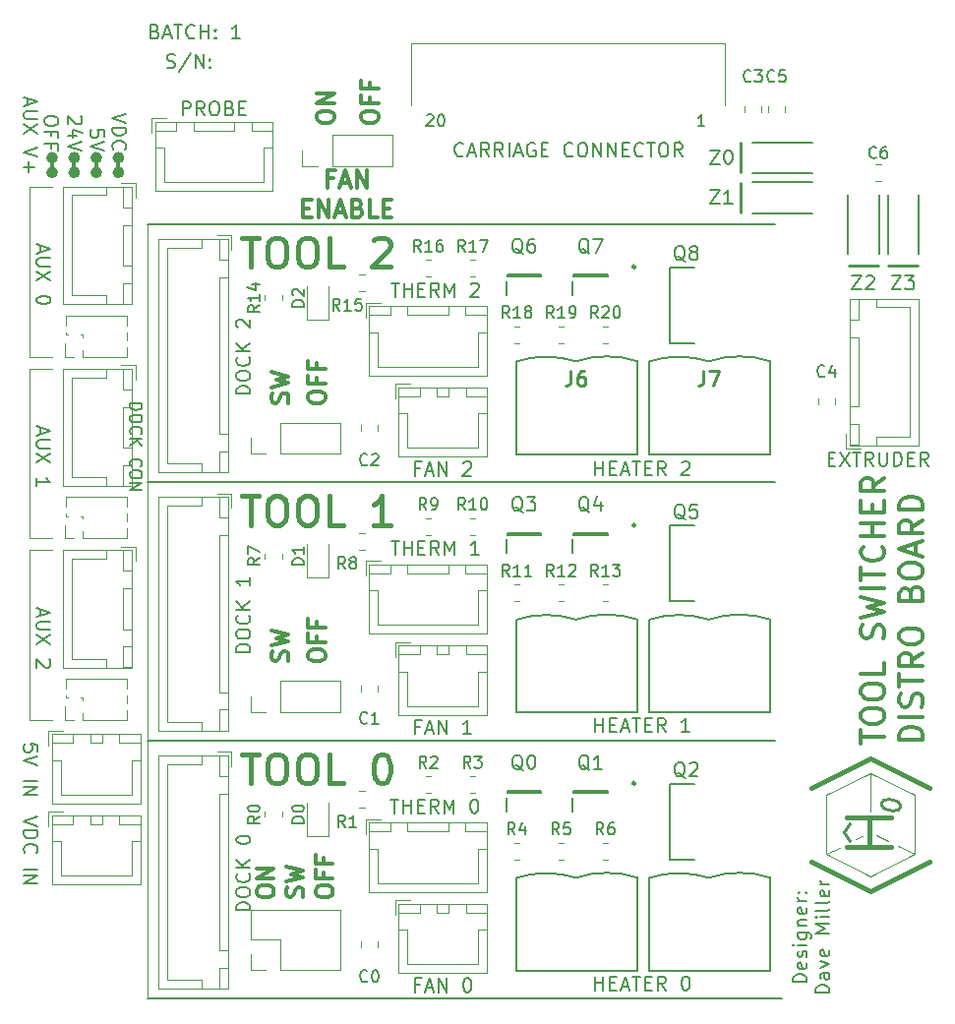
<source format=gbr>
%TF.GenerationSoftware,KiCad,Pcbnew,(5.1.9)-1*%
%TF.CreationDate,2021-02-17T21:12:08+00:00*%
%TF.ProjectId,switcherv0,73776974-6368-4657-9276-302e6b696361,rev?*%
%TF.SameCoordinates,Original*%
%TF.FileFunction,Legend,Top*%
%TF.FilePolarity,Positive*%
%FSLAX46Y46*%
G04 Gerber Fmt 4.6, Leading zero omitted, Abs format (unit mm)*
G04 Created by KiCad (PCBNEW (5.1.9)-1) date 2021-02-17 21:12:08*
%MOMM*%
%LPD*%
G01*
G04 APERTURE LIST*
%ADD10C,0.400000*%
%ADD11C,0.150000*%
%ADD12C,0.500000*%
%ADD13C,0.300000*%
%ADD14C,0.120000*%
%ADD15C,0.250000*%
%ADD16C,0.200000*%
%ADD17C,0.100000*%
%ADD18C,0.254000*%
%ADD19C,3.600000*%
%ADD20C,5.600000*%
%ADD21R,2.200000X2.500000*%
%ADD22R,0.600000X1.800000*%
%ADD23O,1.700000X2.000000*%
%ADD24O,1.700000X1.700000*%
%ADD25R,1.700000X1.700000*%
%ADD26R,1.550000X2.200000*%
%ADD27R,2.200000X1.550000*%
%ADD28R,0.650000X1.200000*%
%ADD29O,1.950000X1.700000*%
%ADD30R,6.200000X5.600000*%
%ADD31R,2.100000X1.000000*%
%ADD32C,2.475000*%
%ADD33R,2.475000X2.475000*%
%ADD34O,1.000000X1.000000*%
%ADD35R,1.000000X1.000000*%
%ADD36O,1.700000X1.950000*%
G04 APERTURE END LIST*
D10*
X126228095Y-74830952D02*
X127656666Y-74830952D01*
X126942380Y-77330952D02*
X126942380Y-74830952D01*
X128966190Y-74830952D02*
X129442380Y-74830952D01*
X129680476Y-74950000D01*
X129918571Y-75188095D01*
X130037619Y-75664285D01*
X130037619Y-76497619D01*
X129918571Y-76973809D01*
X129680476Y-77211904D01*
X129442380Y-77330952D01*
X128966190Y-77330952D01*
X128728095Y-77211904D01*
X128490000Y-76973809D01*
X128370952Y-76497619D01*
X128370952Y-75664285D01*
X128490000Y-75188095D01*
X128728095Y-74950000D01*
X128966190Y-74830952D01*
X131585238Y-74830952D02*
X132061428Y-74830952D01*
X132299523Y-74950000D01*
X132537619Y-75188095D01*
X132656666Y-75664285D01*
X132656666Y-76497619D01*
X132537619Y-76973809D01*
X132299523Y-77211904D01*
X132061428Y-77330952D01*
X131585238Y-77330952D01*
X131347142Y-77211904D01*
X131109047Y-76973809D01*
X130990000Y-76497619D01*
X130990000Y-75664285D01*
X131109047Y-75188095D01*
X131347142Y-74950000D01*
X131585238Y-74830952D01*
X134918571Y-77330952D02*
X133728095Y-77330952D01*
X133728095Y-74830952D01*
X137537619Y-75069047D02*
X137656666Y-74950000D01*
X137894761Y-74830952D01*
X138490000Y-74830952D01*
X138728095Y-74950000D01*
X138847142Y-75069047D01*
X138966190Y-75307142D01*
X138966190Y-75545238D01*
X138847142Y-75902380D01*
X137418571Y-77330952D01*
X138966190Y-77330952D01*
D11*
X116227142Y-64152214D02*
X115027142Y-64552214D01*
X116227142Y-64952214D01*
X115027142Y-65352214D02*
X116227142Y-65352214D01*
X116227142Y-65637928D01*
X116170000Y-65809357D01*
X116055714Y-65923642D01*
X115941428Y-65980785D01*
X115712857Y-66037928D01*
X115541428Y-66037928D01*
X115312857Y-65980785D01*
X115198571Y-65923642D01*
X115084285Y-65809357D01*
X115027142Y-65637928D01*
X115027142Y-65352214D01*
X115141428Y-67237928D02*
X115084285Y-67180785D01*
X115027142Y-67009357D01*
X115027142Y-66895071D01*
X115084285Y-66723642D01*
X115198571Y-66609357D01*
X115312857Y-66552214D01*
X115541428Y-66495071D01*
X115712857Y-66495071D01*
X115941428Y-66552214D01*
X116055714Y-66609357D01*
X116170000Y-66723642D01*
X116227142Y-66895071D01*
X116227142Y-67009357D01*
X116170000Y-67180785D01*
X116112857Y-67237928D01*
X114322142Y-66152214D02*
X114322142Y-65580785D01*
X113750714Y-65523642D01*
X113807857Y-65580785D01*
X113865000Y-65695071D01*
X113865000Y-65980785D01*
X113807857Y-66095071D01*
X113750714Y-66152214D01*
X113636428Y-66209357D01*
X113350714Y-66209357D01*
X113236428Y-66152214D01*
X113179285Y-66095071D01*
X113122142Y-65980785D01*
X113122142Y-65695071D01*
X113179285Y-65580785D01*
X113236428Y-65523642D01*
X114322142Y-66552214D02*
X113122142Y-66952214D01*
X114322142Y-67352214D01*
X112302857Y-64380785D02*
X112360000Y-64437928D01*
X112417142Y-64552214D01*
X112417142Y-64837928D01*
X112360000Y-64952214D01*
X112302857Y-65009357D01*
X112188571Y-65066500D01*
X112074285Y-65066500D01*
X111902857Y-65009357D01*
X111217142Y-64323642D01*
X111217142Y-65066500D01*
X112017142Y-66095071D02*
X111217142Y-66095071D01*
X112474285Y-65809357D02*
X111617142Y-65523642D01*
X111617142Y-66266500D01*
X112417142Y-66552214D02*
X111217142Y-66952214D01*
X112417142Y-67352214D01*
X110385142Y-64666500D02*
X110385142Y-64895071D01*
X110328000Y-65009357D01*
X110213714Y-65123642D01*
X109985142Y-65180785D01*
X109585142Y-65180785D01*
X109356571Y-65123642D01*
X109242285Y-65009357D01*
X109185142Y-64895071D01*
X109185142Y-64666500D01*
X109242285Y-64552214D01*
X109356571Y-64437928D01*
X109585142Y-64380785D01*
X109985142Y-64380785D01*
X110213714Y-64437928D01*
X110328000Y-64552214D01*
X110385142Y-64666500D01*
X109813714Y-66095071D02*
X109813714Y-65695071D01*
X109185142Y-65695071D02*
X110385142Y-65695071D01*
X110385142Y-66266500D01*
X109813714Y-67123642D02*
X109813714Y-66723642D01*
X109185142Y-66723642D02*
X110385142Y-66723642D01*
X110385142Y-67295071D01*
X107750000Y-62840000D02*
X107750000Y-63411428D01*
X107407142Y-62725714D02*
X108607142Y-63125714D01*
X107407142Y-63525714D01*
X108607142Y-63925714D02*
X107635714Y-63925714D01*
X107521428Y-63982857D01*
X107464285Y-64040000D01*
X107407142Y-64154285D01*
X107407142Y-64382857D01*
X107464285Y-64497142D01*
X107521428Y-64554285D01*
X107635714Y-64611428D01*
X108607142Y-64611428D01*
X108607142Y-65068571D02*
X107407142Y-65868571D01*
X108607142Y-65868571D02*
X107407142Y-65068571D01*
X108607142Y-67068571D02*
X107407142Y-67468571D01*
X108607142Y-67868571D01*
X107864285Y-68268571D02*
X107864285Y-69182857D01*
X107407142Y-68725714D02*
X108321428Y-68725714D01*
X116587857Y-89108595D02*
X117587857Y-89108595D01*
X117587857Y-89346690D01*
X117540238Y-89489547D01*
X117444999Y-89584785D01*
X117349761Y-89632404D01*
X117159285Y-89680023D01*
X117016428Y-89680023D01*
X116825952Y-89632404D01*
X116730714Y-89584785D01*
X116635476Y-89489547D01*
X116587857Y-89346690D01*
X116587857Y-89108595D01*
X117587857Y-90299071D02*
X117587857Y-90489547D01*
X117540238Y-90584785D01*
X117444999Y-90680023D01*
X117254523Y-90727642D01*
X116921190Y-90727642D01*
X116730714Y-90680023D01*
X116635476Y-90584785D01*
X116587857Y-90489547D01*
X116587857Y-90299071D01*
X116635476Y-90203833D01*
X116730714Y-90108595D01*
X116921190Y-90060976D01*
X117254523Y-90060976D01*
X117444999Y-90108595D01*
X117540238Y-90203833D01*
X117587857Y-90299071D01*
X116683095Y-91727642D02*
X116635476Y-91680023D01*
X116587857Y-91537166D01*
X116587857Y-91441928D01*
X116635476Y-91299071D01*
X116730714Y-91203833D01*
X116825952Y-91156214D01*
X117016428Y-91108595D01*
X117159285Y-91108595D01*
X117349761Y-91156214D01*
X117444999Y-91203833D01*
X117540238Y-91299071D01*
X117587857Y-91441928D01*
X117587857Y-91537166D01*
X117540238Y-91680023D01*
X117492618Y-91727642D01*
X116587857Y-92156214D02*
X117587857Y-92156214D01*
X116587857Y-92727642D02*
X117159285Y-92299071D01*
X117587857Y-92727642D02*
X117016428Y-92156214D01*
X116683095Y-94489547D02*
X116635476Y-94441928D01*
X116587857Y-94299071D01*
X116587857Y-94203833D01*
X116635476Y-94060976D01*
X116730714Y-93965738D01*
X116825952Y-93918119D01*
X117016428Y-93870500D01*
X117159285Y-93870500D01*
X117349761Y-93918119D01*
X117444999Y-93965738D01*
X117540238Y-94060976D01*
X117587857Y-94203833D01*
X117587857Y-94299071D01*
X117540238Y-94441928D01*
X117492618Y-94489547D01*
X117587857Y-95108595D02*
X117587857Y-95299071D01*
X117540238Y-95394309D01*
X117444999Y-95489547D01*
X117254523Y-95537166D01*
X116921190Y-95537166D01*
X116730714Y-95489547D01*
X116635476Y-95394309D01*
X116587857Y-95299071D01*
X116587857Y-95108595D01*
X116635476Y-95013357D01*
X116730714Y-94918119D01*
X116921190Y-94870500D01*
X117254523Y-94870500D01*
X117444999Y-94918119D01*
X117540238Y-95013357D01*
X117587857Y-95108595D01*
X116587857Y-95965738D02*
X117587857Y-95965738D01*
X116587857Y-96537166D01*
X117587857Y-96537166D01*
D12*
X113919000Y-69215000D02*
G75*
G03*
X113919000Y-69215000I-254000J0D01*
G01*
D11*
X118110000Y-73660000D02*
X172085000Y-73660000D01*
D13*
X131893571Y-88697142D02*
X131893571Y-88411428D01*
X131965000Y-88268571D01*
X132107857Y-88125714D01*
X132393571Y-88054285D01*
X132893571Y-88054285D01*
X133179285Y-88125714D01*
X133322142Y-88268571D01*
X133393571Y-88411428D01*
X133393571Y-88697142D01*
X133322142Y-88840000D01*
X133179285Y-88982857D01*
X132893571Y-89054285D01*
X132393571Y-89054285D01*
X132107857Y-88982857D01*
X131965000Y-88840000D01*
X131893571Y-88697142D01*
X132607857Y-86911428D02*
X132607857Y-87411428D01*
X133393571Y-87411428D02*
X131893571Y-87411428D01*
X131893571Y-86697142D01*
X132607857Y-85625714D02*
X132607857Y-86125714D01*
X133393571Y-86125714D02*
X131893571Y-86125714D01*
X131893571Y-85411428D01*
X130142142Y-89054285D02*
X130213571Y-88840000D01*
X130213571Y-88482857D01*
X130142142Y-88340000D01*
X130070714Y-88268571D01*
X129927857Y-88197142D01*
X129785000Y-88197142D01*
X129642142Y-88268571D01*
X129570714Y-88340000D01*
X129499285Y-88482857D01*
X129427857Y-88768571D01*
X129356428Y-88911428D01*
X129285000Y-88982857D01*
X129142142Y-89054285D01*
X128999285Y-89054285D01*
X128856428Y-88982857D01*
X128785000Y-88911428D01*
X128713571Y-88768571D01*
X128713571Y-88411428D01*
X128785000Y-88197142D01*
X128713571Y-87697142D02*
X130213571Y-87340000D01*
X129142142Y-87054285D01*
X130213571Y-86768571D01*
X128713571Y-86411428D01*
D11*
X118110000Y-95885000D02*
X172085000Y-95885000D01*
D14*
X109855000Y-101727000D02*
X107950000Y-101727000D01*
X107950000Y-101727000D02*
X107950000Y-116332000D01*
X107950000Y-116332000D02*
X109855000Y-116332000D01*
X107950000Y-86106000D02*
X107950000Y-100711000D01*
X109855000Y-86106000D02*
X107950000Y-86106000D01*
X107950000Y-100711000D02*
X109855000Y-100711000D01*
X107950000Y-85090000D02*
X109855000Y-85090000D01*
X107950000Y-70485000D02*
X107950000Y-85090000D01*
X109855000Y-70485000D02*
X107950000Y-70485000D01*
D13*
X115570000Y-67945000D02*
X115570000Y-69469000D01*
X113665000Y-67945000D02*
X113665000Y-69469000D01*
X111760000Y-67945000D02*
X111760000Y-69469000D01*
X109855000Y-67945000D02*
X109855000Y-69469000D01*
D12*
X112014000Y-69215000D02*
G75*
G03*
X112014000Y-69215000I-254000J0D01*
G01*
X110109000Y-69215000D02*
G75*
G03*
X110109000Y-69215000I-254000J0D01*
G01*
X115824000Y-69215000D02*
G75*
G03*
X115824000Y-69215000I-254000J0D01*
G01*
X115824000Y-67945000D02*
G75*
G03*
X115824000Y-67945000I-254000J0D01*
G01*
X113919000Y-67945000D02*
G75*
G03*
X113919000Y-67945000I-254000J0D01*
G01*
X112014000Y-67945000D02*
G75*
G03*
X112014000Y-67945000I-254000J0D01*
G01*
X110109000Y-67945000D02*
G75*
G03*
X110109000Y-67945000I-254000J0D01*
G01*
D13*
X134040714Y-69737857D02*
X133540714Y-69737857D01*
X133540714Y-70523571D02*
X133540714Y-69023571D01*
X134255000Y-69023571D01*
X134755000Y-70095000D02*
X135469285Y-70095000D01*
X134612142Y-70523571D02*
X135112142Y-69023571D01*
X135612142Y-70523571D01*
X136112142Y-70523571D02*
X136112142Y-69023571D01*
X136969285Y-70523571D01*
X136969285Y-69023571D01*
X131469285Y-72287857D02*
X131969285Y-72287857D01*
X132183571Y-73073571D02*
X131469285Y-73073571D01*
X131469285Y-71573571D01*
X132183571Y-71573571D01*
X132826428Y-73073571D02*
X132826428Y-71573571D01*
X133683571Y-73073571D01*
X133683571Y-71573571D01*
X134326428Y-72645000D02*
X135040714Y-72645000D01*
X134183571Y-73073571D02*
X134683571Y-71573571D01*
X135183571Y-73073571D01*
X136183571Y-72287857D02*
X136397857Y-72359285D01*
X136469285Y-72430714D01*
X136540714Y-72573571D01*
X136540714Y-72787857D01*
X136469285Y-72930714D01*
X136397857Y-73002142D01*
X136255000Y-73073571D01*
X135683571Y-73073571D01*
X135683571Y-71573571D01*
X136183571Y-71573571D01*
X136326428Y-71645000D01*
X136397857Y-71716428D01*
X136469285Y-71859285D01*
X136469285Y-72002142D01*
X136397857Y-72145000D01*
X136326428Y-72216428D01*
X136183571Y-72287857D01*
X135683571Y-72287857D01*
X137897857Y-73073571D02*
X137183571Y-73073571D01*
X137183571Y-71573571D01*
X138397857Y-72287857D02*
X138897857Y-72287857D01*
X139112142Y-73073571D02*
X138397857Y-73073571D01*
X138397857Y-71573571D01*
X139112142Y-71573571D01*
D10*
X126228095Y-119280952D02*
X127656666Y-119280952D01*
X126942380Y-121780952D02*
X126942380Y-119280952D01*
X128966190Y-119280952D02*
X129442380Y-119280952D01*
X129680476Y-119400000D01*
X129918571Y-119638095D01*
X130037619Y-120114285D01*
X130037619Y-120947619D01*
X129918571Y-121423809D01*
X129680476Y-121661904D01*
X129442380Y-121780952D01*
X128966190Y-121780952D01*
X128728095Y-121661904D01*
X128490000Y-121423809D01*
X128370952Y-120947619D01*
X128370952Y-120114285D01*
X128490000Y-119638095D01*
X128728095Y-119400000D01*
X128966190Y-119280952D01*
X131585238Y-119280952D02*
X132061428Y-119280952D01*
X132299523Y-119400000D01*
X132537619Y-119638095D01*
X132656666Y-120114285D01*
X132656666Y-120947619D01*
X132537619Y-121423809D01*
X132299523Y-121661904D01*
X132061428Y-121780952D01*
X131585238Y-121780952D01*
X131347142Y-121661904D01*
X131109047Y-121423809D01*
X130990000Y-120947619D01*
X130990000Y-120114285D01*
X131109047Y-119638095D01*
X131347142Y-119400000D01*
X131585238Y-119280952D01*
X134918571Y-121780952D02*
X133728095Y-121780952D01*
X133728095Y-119280952D01*
X138132857Y-119280952D02*
X138370952Y-119280952D01*
X138609047Y-119400000D01*
X138728095Y-119519047D01*
X138847142Y-119757142D01*
X138966190Y-120233333D01*
X138966190Y-120828571D01*
X138847142Y-121304761D01*
X138728095Y-121542857D01*
X138609047Y-121661904D01*
X138370952Y-121780952D01*
X138132857Y-121780952D01*
X137894761Y-121661904D01*
X137775714Y-121542857D01*
X137656666Y-121304761D01*
X137537619Y-120828571D01*
X137537619Y-120233333D01*
X137656666Y-119757142D01*
X137775714Y-119519047D01*
X137894761Y-119400000D01*
X138132857Y-119280952D01*
D14*
X118110000Y-95885000D02*
X118110000Y-73660000D01*
X118110000Y-118110000D02*
X118110000Y-95885000D01*
X118110000Y-118110000D02*
X118110000Y-140335000D01*
D13*
X132655571Y-64567142D02*
X132655571Y-64281428D01*
X132727000Y-64138571D01*
X132869857Y-63995714D01*
X133155571Y-63924285D01*
X133655571Y-63924285D01*
X133941285Y-63995714D01*
X134084142Y-64138571D01*
X134155571Y-64281428D01*
X134155571Y-64567142D01*
X134084142Y-64710000D01*
X133941285Y-64852857D01*
X133655571Y-64924285D01*
X133155571Y-64924285D01*
X132869857Y-64852857D01*
X132727000Y-64710000D01*
X132655571Y-64567142D01*
X134155571Y-63281428D02*
X132655571Y-63281428D01*
X134155571Y-62424285D01*
X132655571Y-62424285D01*
X136465571Y-64567142D02*
X136465571Y-64281428D01*
X136537000Y-64138571D01*
X136679857Y-63995714D01*
X136965571Y-63924285D01*
X137465571Y-63924285D01*
X137751285Y-63995714D01*
X137894142Y-64138571D01*
X137965571Y-64281428D01*
X137965571Y-64567142D01*
X137894142Y-64710000D01*
X137751285Y-64852857D01*
X137465571Y-64924285D01*
X136965571Y-64924285D01*
X136679857Y-64852857D01*
X136537000Y-64710000D01*
X136465571Y-64567142D01*
X137179857Y-62781428D02*
X137179857Y-63281428D01*
X137965571Y-63281428D02*
X136465571Y-63281428D01*
X136465571Y-62567142D01*
X137179857Y-61495714D02*
X137179857Y-61995714D01*
X137965571Y-61995714D02*
X136465571Y-61995714D01*
X136465571Y-61281428D01*
D11*
X119727500Y-60175714D02*
X119898928Y-60232857D01*
X120184642Y-60232857D01*
X120298928Y-60175714D01*
X120356071Y-60118571D01*
X120413214Y-60004285D01*
X120413214Y-59890000D01*
X120356071Y-59775714D01*
X120298928Y-59718571D01*
X120184642Y-59661428D01*
X119956071Y-59604285D01*
X119841785Y-59547142D01*
X119784642Y-59490000D01*
X119727500Y-59375714D01*
X119727500Y-59261428D01*
X119784642Y-59147142D01*
X119841785Y-59090000D01*
X119956071Y-59032857D01*
X120241785Y-59032857D01*
X120413214Y-59090000D01*
X121784642Y-58975714D02*
X120756071Y-60518571D01*
X122184642Y-60232857D02*
X122184642Y-59032857D01*
X122870357Y-60232857D01*
X122870357Y-59032857D01*
X123441785Y-60118571D02*
X123498928Y-60175714D01*
X123441785Y-60232857D01*
X123384642Y-60175714D01*
X123441785Y-60118571D01*
X123441785Y-60232857D01*
X123441785Y-59490000D02*
X123498928Y-59547142D01*
X123441785Y-59604285D01*
X123384642Y-59547142D01*
X123441785Y-59490000D01*
X123441785Y-59604285D01*
X118110000Y-118110000D02*
X172085000Y-118110000D01*
X118110000Y-140335000D02*
X172720000Y-140312000D01*
D13*
X179499761Y-118359523D02*
X179499761Y-117216666D01*
X181499761Y-117788095D02*
X179499761Y-117788095D01*
X179499761Y-116169047D02*
X179499761Y-115788095D01*
X179595000Y-115597619D01*
X179785476Y-115407142D01*
X180166428Y-115311904D01*
X180833095Y-115311904D01*
X181214047Y-115407142D01*
X181404523Y-115597619D01*
X181499761Y-115788095D01*
X181499761Y-116169047D01*
X181404523Y-116359523D01*
X181214047Y-116550000D01*
X180833095Y-116645238D01*
X180166428Y-116645238D01*
X179785476Y-116550000D01*
X179595000Y-116359523D01*
X179499761Y-116169047D01*
X179499761Y-114073809D02*
X179499761Y-113692857D01*
X179595000Y-113502380D01*
X179785476Y-113311904D01*
X180166428Y-113216666D01*
X180833095Y-113216666D01*
X181214047Y-113311904D01*
X181404523Y-113502380D01*
X181499761Y-113692857D01*
X181499761Y-114073809D01*
X181404523Y-114264285D01*
X181214047Y-114454761D01*
X180833095Y-114550000D01*
X180166428Y-114550000D01*
X179785476Y-114454761D01*
X179595000Y-114264285D01*
X179499761Y-114073809D01*
X181499761Y-111407142D02*
X181499761Y-112359523D01*
X179499761Y-112359523D01*
X181404523Y-109311904D02*
X181499761Y-109026190D01*
X181499761Y-108550000D01*
X181404523Y-108359523D01*
X181309285Y-108264285D01*
X181118809Y-108169047D01*
X180928333Y-108169047D01*
X180737857Y-108264285D01*
X180642619Y-108359523D01*
X180547380Y-108550000D01*
X180452142Y-108930952D01*
X180356904Y-109121428D01*
X180261666Y-109216666D01*
X180071190Y-109311904D01*
X179880714Y-109311904D01*
X179690238Y-109216666D01*
X179595000Y-109121428D01*
X179499761Y-108930952D01*
X179499761Y-108454761D01*
X179595000Y-108169047D01*
X179499761Y-107502380D02*
X181499761Y-107026190D01*
X180071190Y-106645238D01*
X181499761Y-106264285D01*
X179499761Y-105788095D01*
X181499761Y-105026190D02*
X179499761Y-105026190D01*
X179499761Y-104359523D02*
X179499761Y-103216666D01*
X181499761Y-103788095D02*
X179499761Y-103788095D01*
X181309285Y-101407142D02*
X181404523Y-101502380D01*
X181499761Y-101788095D01*
X181499761Y-101978571D01*
X181404523Y-102264285D01*
X181214047Y-102454761D01*
X181023571Y-102550000D01*
X180642619Y-102645238D01*
X180356904Y-102645238D01*
X179975952Y-102550000D01*
X179785476Y-102454761D01*
X179595000Y-102264285D01*
X179499761Y-101978571D01*
X179499761Y-101788095D01*
X179595000Y-101502380D01*
X179690238Y-101407142D01*
X181499761Y-100550000D02*
X179499761Y-100550000D01*
X180452142Y-100550000D02*
X180452142Y-99407142D01*
X181499761Y-99407142D02*
X179499761Y-99407142D01*
X180452142Y-98454761D02*
X180452142Y-97788095D01*
X181499761Y-97502380D02*
X181499761Y-98454761D01*
X179499761Y-98454761D01*
X179499761Y-97502380D01*
X181499761Y-95502380D02*
X180547380Y-96169047D01*
X181499761Y-96645238D02*
X179499761Y-96645238D01*
X179499761Y-95883333D01*
X179595000Y-95692857D01*
X179690238Y-95597619D01*
X179880714Y-95502380D01*
X180166428Y-95502380D01*
X180356904Y-95597619D01*
X180452142Y-95692857D01*
X180547380Y-95883333D01*
X180547380Y-96645238D01*
X184799761Y-118073809D02*
X182799761Y-118073809D01*
X182799761Y-117597619D01*
X182895000Y-117311904D01*
X183085476Y-117121428D01*
X183275952Y-117026190D01*
X183656904Y-116930952D01*
X183942619Y-116930952D01*
X184323571Y-117026190D01*
X184514047Y-117121428D01*
X184704523Y-117311904D01*
X184799761Y-117597619D01*
X184799761Y-118073809D01*
X184799761Y-116073809D02*
X182799761Y-116073809D01*
X184704523Y-115216666D02*
X184799761Y-114930952D01*
X184799761Y-114454761D01*
X184704523Y-114264285D01*
X184609285Y-114169047D01*
X184418809Y-114073809D01*
X184228333Y-114073809D01*
X184037857Y-114169047D01*
X183942619Y-114264285D01*
X183847380Y-114454761D01*
X183752142Y-114835714D01*
X183656904Y-115026190D01*
X183561666Y-115121428D01*
X183371190Y-115216666D01*
X183180714Y-115216666D01*
X182990238Y-115121428D01*
X182895000Y-115026190D01*
X182799761Y-114835714D01*
X182799761Y-114359523D01*
X182895000Y-114073809D01*
X182799761Y-113502380D02*
X182799761Y-112359523D01*
X184799761Y-112930952D02*
X182799761Y-112930952D01*
X184799761Y-110550000D02*
X183847380Y-111216666D01*
X184799761Y-111692857D02*
X182799761Y-111692857D01*
X182799761Y-110930952D01*
X182895000Y-110740476D01*
X182990238Y-110645238D01*
X183180714Y-110550000D01*
X183466428Y-110550000D01*
X183656904Y-110645238D01*
X183752142Y-110740476D01*
X183847380Y-110930952D01*
X183847380Y-111692857D01*
X182799761Y-109311904D02*
X182799761Y-108930952D01*
X182895000Y-108740476D01*
X183085476Y-108550000D01*
X183466428Y-108454761D01*
X184133095Y-108454761D01*
X184514047Y-108550000D01*
X184704523Y-108740476D01*
X184799761Y-108930952D01*
X184799761Y-109311904D01*
X184704523Y-109502380D01*
X184514047Y-109692857D01*
X184133095Y-109788095D01*
X183466428Y-109788095D01*
X183085476Y-109692857D01*
X182895000Y-109502380D01*
X182799761Y-109311904D01*
X183752142Y-105407142D02*
X183847380Y-105121428D01*
X183942619Y-105026190D01*
X184133095Y-104930952D01*
X184418809Y-104930952D01*
X184609285Y-105026190D01*
X184704523Y-105121428D01*
X184799761Y-105311904D01*
X184799761Y-106073809D01*
X182799761Y-106073809D01*
X182799761Y-105407142D01*
X182895000Y-105216666D01*
X182990238Y-105121428D01*
X183180714Y-105026190D01*
X183371190Y-105026190D01*
X183561666Y-105121428D01*
X183656904Y-105216666D01*
X183752142Y-105407142D01*
X183752142Y-106073809D01*
X182799761Y-103692857D02*
X182799761Y-103311904D01*
X182895000Y-103121428D01*
X183085476Y-102930952D01*
X183466428Y-102835714D01*
X184133095Y-102835714D01*
X184514047Y-102930952D01*
X184704523Y-103121428D01*
X184799761Y-103311904D01*
X184799761Y-103692857D01*
X184704523Y-103883333D01*
X184514047Y-104073809D01*
X184133095Y-104169047D01*
X183466428Y-104169047D01*
X183085476Y-104073809D01*
X182895000Y-103883333D01*
X182799761Y-103692857D01*
X184228333Y-102073809D02*
X184228333Y-101121428D01*
X184799761Y-102264285D02*
X182799761Y-101597619D01*
X184799761Y-100930952D01*
X184799761Y-99121428D02*
X183847380Y-99788095D01*
X184799761Y-100264285D02*
X182799761Y-100264285D01*
X182799761Y-99502380D01*
X182895000Y-99311904D01*
X182990238Y-99216666D01*
X183180714Y-99121428D01*
X183466428Y-99121428D01*
X183656904Y-99216666D01*
X183752142Y-99311904D01*
X183847380Y-99502380D01*
X183847380Y-100264285D01*
X184799761Y-98264285D02*
X182799761Y-98264285D01*
X182799761Y-97788095D01*
X182895000Y-97502380D01*
X183085476Y-97311904D01*
X183275952Y-97216666D01*
X183656904Y-97121428D01*
X183942619Y-97121428D01*
X184323571Y-97216666D01*
X184514047Y-97311904D01*
X184704523Y-97502380D01*
X184799761Y-97788095D01*
X184799761Y-98264285D01*
D11*
X118724642Y-57064285D02*
X118896071Y-57121428D01*
X118953214Y-57178571D01*
X119010357Y-57292857D01*
X119010357Y-57464285D01*
X118953214Y-57578571D01*
X118896071Y-57635714D01*
X118781785Y-57692857D01*
X118324642Y-57692857D01*
X118324642Y-56492857D01*
X118724642Y-56492857D01*
X118838928Y-56550000D01*
X118896071Y-56607142D01*
X118953214Y-56721428D01*
X118953214Y-56835714D01*
X118896071Y-56950000D01*
X118838928Y-57007142D01*
X118724642Y-57064285D01*
X118324642Y-57064285D01*
X119467500Y-57350000D02*
X120038928Y-57350000D01*
X119353214Y-57692857D02*
X119753214Y-56492857D01*
X120153214Y-57692857D01*
X120381785Y-56492857D02*
X121067500Y-56492857D01*
X120724642Y-57692857D02*
X120724642Y-56492857D01*
X122153214Y-57578571D02*
X122096071Y-57635714D01*
X121924642Y-57692857D01*
X121810357Y-57692857D01*
X121638928Y-57635714D01*
X121524642Y-57521428D01*
X121467500Y-57407142D01*
X121410357Y-57178571D01*
X121410357Y-57007142D01*
X121467500Y-56778571D01*
X121524642Y-56664285D01*
X121638928Y-56550000D01*
X121810357Y-56492857D01*
X121924642Y-56492857D01*
X122096071Y-56550000D01*
X122153214Y-56607142D01*
X122667500Y-57692857D02*
X122667500Y-56492857D01*
X122667500Y-57064285D02*
X123353214Y-57064285D01*
X123353214Y-57692857D02*
X123353214Y-56492857D01*
X123924642Y-57578571D02*
X123981785Y-57635714D01*
X123924642Y-57692857D01*
X123867500Y-57635714D01*
X123924642Y-57578571D01*
X123924642Y-57692857D01*
X123924642Y-56950000D02*
X123981785Y-57007142D01*
X123924642Y-57064285D01*
X123867500Y-57007142D01*
X123924642Y-56950000D01*
X123924642Y-57064285D01*
X126038928Y-57692857D02*
X125353214Y-57692857D01*
X125696071Y-57692857D02*
X125696071Y-56492857D01*
X125581785Y-56664285D01*
X125467500Y-56778571D01*
X125353214Y-56835714D01*
X174827857Y-138910500D02*
X173627857Y-138910500D01*
X173627857Y-138624785D01*
X173685000Y-138453357D01*
X173799285Y-138339071D01*
X173913571Y-138281928D01*
X174142142Y-138224785D01*
X174313571Y-138224785D01*
X174542142Y-138281928D01*
X174656428Y-138339071D01*
X174770714Y-138453357D01*
X174827857Y-138624785D01*
X174827857Y-138910500D01*
X174770714Y-137253357D02*
X174827857Y-137367642D01*
X174827857Y-137596214D01*
X174770714Y-137710500D01*
X174656428Y-137767642D01*
X174199285Y-137767642D01*
X174085000Y-137710500D01*
X174027857Y-137596214D01*
X174027857Y-137367642D01*
X174085000Y-137253357D01*
X174199285Y-137196214D01*
X174313571Y-137196214D01*
X174427857Y-137767642D01*
X174770714Y-136739071D02*
X174827857Y-136624785D01*
X174827857Y-136396214D01*
X174770714Y-136281928D01*
X174656428Y-136224785D01*
X174599285Y-136224785D01*
X174485000Y-136281928D01*
X174427857Y-136396214D01*
X174427857Y-136567642D01*
X174370714Y-136681928D01*
X174256428Y-136739071D01*
X174199285Y-136739071D01*
X174085000Y-136681928D01*
X174027857Y-136567642D01*
X174027857Y-136396214D01*
X174085000Y-136281928D01*
X174827857Y-135710500D02*
X174027857Y-135710500D01*
X173627857Y-135710500D02*
X173685000Y-135767642D01*
X173742142Y-135710500D01*
X173685000Y-135653357D01*
X173627857Y-135710500D01*
X173742142Y-135710500D01*
X174027857Y-134624785D02*
X174999285Y-134624785D01*
X175113571Y-134681928D01*
X175170714Y-134739071D01*
X175227857Y-134853357D01*
X175227857Y-135024785D01*
X175170714Y-135139071D01*
X174770714Y-134624785D02*
X174827857Y-134739071D01*
X174827857Y-134967642D01*
X174770714Y-135081928D01*
X174713571Y-135139071D01*
X174599285Y-135196214D01*
X174256428Y-135196214D01*
X174142142Y-135139071D01*
X174085000Y-135081928D01*
X174027857Y-134967642D01*
X174027857Y-134739071D01*
X174085000Y-134624785D01*
X174027857Y-134053357D02*
X174827857Y-134053357D01*
X174142142Y-134053357D02*
X174085000Y-133996214D01*
X174027857Y-133881928D01*
X174027857Y-133710500D01*
X174085000Y-133596214D01*
X174199285Y-133539071D01*
X174827857Y-133539071D01*
X174770714Y-132510500D02*
X174827857Y-132624785D01*
X174827857Y-132853357D01*
X174770714Y-132967642D01*
X174656428Y-133024785D01*
X174199285Y-133024785D01*
X174085000Y-132967642D01*
X174027857Y-132853357D01*
X174027857Y-132624785D01*
X174085000Y-132510500D01*
X174199285Y-132453357D01*
X174313571Y-132453357D01*
X174427857Y-133024785D01*
X174827857Y-131939071D02*
X174027857Y-131939071D01*
X174256428Y-131939071D02*
X174142142Y-131881928D01*
X174085000Y-131824785D01*
X174027857Y-131710500D01*
X174027857Y-131596214D01*
X174713571Y-131196214D02*
X174770714Y-131139071D01*
X174827857Y-131196214D01*
X174770714Y-131253357D01*
X174713571Y-131196214D01*
X174827857Y-131196214D01*
X174085000Y-131196214D02*
X174142142Y-131139071D01*
X174199285Y-131196214D01*
X174142142Y-131253357D01*
X174085000Y-131196214D01*
X174199285Y-131196214D01*
X176777857Y-139824785D02*
X175577857Y-139824785D01*
X175577857Y-139539071D01*
X175635000Y-139367642D01*
X175749285Y-139253357D01*
X175863571Y-139196214D01*
X176092142Y-139139071D01*
X176263571Y-139139071D01*
X176492142Y-139196214D01*
X176606428Y-139253357D01*
X176720714Y-139367642D01*
X176777857Y-139539071D01*
X176777857Y-139824785D01*
X176777857Y-138110500D02*
X176149285Y-138110500D01*
X176035000Y-138167642D01*
X175977857Y-138281928D01*
X175977857Y-138510500D01*
X176035000Y-138624785D01*
X176720714Y-138110500D02*
X176777857Y-138224785D01*
X176777857Y-138510500D01*
X176720714Y-138624785D01*
X176606428Y-138681928D01*
X176492142Y-138681928D01*
X176377857Y-138624785D01*
X176320714Y-138510500D01*
X176320714Y-138224785D01*
X176263571Y-138110500D01*
X175977857Y-137653357D02*
X176777857Y-137367642D01*
X175977857Y-137081928D01*
X176720714Y-136167642D02*
X176777857Y-136281928D01*
X176777857Y-136510500D01*
X176720714Y-136624785D01*
X176606428Y-136681928D01*
X176149285Y-136681928D01*
X176035000Y-136624785D01*
X175977857Y-136510500D01*
X175977857Y-136281928D01*
X176035000Y-136167642D01*
X176149285Y-136110500D01*
X176263571Y-136110500D01*
X176377857Y-136681928D01*
X176777857Y-134681928D02*
X175577857Y-134681928D01*
X176435000Y-134281928D01*
X175577857Y-133881928D01*
X176777857Y-133881928D01*
X176777857Y-133310500D02*
X175977857Y-133310500D01*
X175577857Y-133310500D02*
X175635000Y-133367642D01*
X175692142Y-133310500D01*
X175635000Y-133253357D01*
X175577857Y-133310500D01*
X175692142Y-133310500D01*
X176777857Y-132567642D02*
X176720714Y-132681928D01*
X176606428Y-132739071D01*
X175577857Y-132739071D01*
X176777857Y-131939071D02*
X176720714Y-132053357D01*
X176606428Y-132110500D01*
X175577857Y-132110500D01*
X176720714Y-131024785D02*
X176777857Y-131139071D01*
X176777857Y-131367642D01*
X176720714Y-131481928D01*
X176606428Y-131539071D01*
X176149285Y-131539071D01*
X176035000Y-131481928D01*
X175977857Y-131367642D01*
X175977857Y-131139071D01*
X176035000Y-131024785D01*
X176149285Y-130967642D01*
X176263571Y-130967642D01*
X176377857Y-131539071D01*
X176777857Y-130453357D02*
X175977857Y-130453357D01*
X176206428Y-130453357D02*
X176092142Y-130396214D01*
X176035000Y-130339071D01*
X175977857Y-130224785D01*
X175977857Y-130110500D01*
D10*
X126228095Y-97055952D02*
X127656666Y-97055952D01*
X126942380Y-99555952D02*
X126942380Y-97055952D01*
X128966190Y-97055952D02*
X129442380Y-97055952D01*
X129680476Y-97175000D01*
X129918571Y-97413095D01*
X130037619Y-97889285D01*
X130037619Y-98722619D01*
X129918571Y-99198809D01*
X129680476Y-99436904D01*
X129442380Y-99555952D01*
X128966190Y-99555952D01*
X128728095Y-99436904D01*
X128490000Y-99198809D01*
X128370952Y-98722619D01*
X128370952Y-97889285D01*
X128490000Y-97413095D01*
X128728095Y-97175000D01*
X128966190Y-97055952D01*
X131585238Y-97055952D02*
X132061428Y-97055952D01*
X132299523Y-97175000D01*
X132537619Y-97413095D01*
X132656666Y-97889285D01*
X132656666Y-98722619D01*
X132537619Y-99198809D01*
X132299523Y-99436904D01*
X132061428Y-99555952D01*
X131585238Y-99555952D01*
X131347142Y-99436904D01*
X131109047Y-99198809D01*
X130990000Y-98722619D01*
X130990000Y-97889285D01*
X131109047Y-97413095D01*
X131347142Y-97175000D01*
X131585238Y-97055952D01*
X134918571Y-99555952D02*
X133728095Y-99555952D01*
X133728095Y-97055952D01*
X138966190Y-99555952D02*
X137537619Y-99555952D01*
X138251904Y-99555952D02*
X138251904Y-97055952D01*
X138013809Y-97413095D01*
X137775714Y-97651190D01*
X137537619Y-97770238D01*
D13*
X130142142Y-111279285D02*
X130213571Y-111065000D01*
X130213571Y-110707857D01*
X130142142Y-110565000D01*
X130070714Y-110493571D01*
X129927857Y-110422142D01*
X129785000Y-110422142D01*
X129642142Y-110493571D01*
X129570714Y-110565000D01*
X129499285Y-110707857D01*
X129427857Y-110993571D01*
X129356428Y-111136428D01*
X129285000Y-111207857D01*
X129142142Y-111279285D01*
X128999285Y-111279285D01*
X128856428Y-111207857D01*
X128785000Y-111136428D01*
X128713571Y-110993571D01*
X128713571Y-110636428D01*
X128785000Y-110422142D01*
X128713571Y-109922142D02*
X130213571Y-109565000D01*
X129142142Y-109279285D01*
X130213571Y-108993571D01*
X128713571Y-108636428D01*
X131893571Y-110922142D02*
X131893571Y-110636428D01*
X131965000Y-110493571D01*
X132107857Y-110350714D01*
X132393571Y-110279285D01*
X132893571Y-110279285D01*
X133179285Y-110350714D01*
X133322142Y-110493571D01*
X133393571Y-110636428D01*
X133393571Y-110922142D01*
X133322142Y-111065000D01*
X133179285Y-111207857D01*
X132893571Y-111279285D01*
X132393571Y-111279285D01*
X132107857Y-111207857D01*
X131965000Y-111065000D01*
X131893571Y-110922142D01*
X132607857Y-109136428D02*
X132607857Y-109636428D01*
X133393571Y-109636428D02*
X131893571Y-109636428D01*
X131893571Y-108922142D01*
X132607857Y-107850714D02*
X132607857Y-108350714D01*
X133393571Y-108350714D02*
X131893571Y-108350714D01*
X131893571Y-107636428D01*
X127448571Y-131242142D02*
X127448571Y-130956428D01*
X127520000Y-130813571D01*
X127662857Y-130670714D01*
X127948571Y-130599285D01*
X128448571Y-130599285D01*
X128734285Y-130670714D01*
X128877142Y-130813571D01*
X128948571Y-130956428D01*
X128948571Y-131242142D01*
X128877142Y-131385000D01*
X128734285Y-131527857D01*
X128448571Y-131599285D01*
X127948571Y-131599285D01*
X127662857Y-131527857D01*
X127520000Y-131385000D01*
X127448571Y-131242142D01*
X128948571Y-129956428D02*
X127448571Y-129956428D01*
X128948571Y-129099285D01*
X127448571Y-129099285D01*
X131412142Y-131599285D02*
X131483571Y-131385000D01*
X131483571Y-131027857D01*
X131412142Y-130885000D01*
X131340714Y-130813571D01*
X131197857Y-130742142D01*
X131055000Y-130742142D01*
X130912142Y-130813571D01*
X130840714Y-130885000D01*
X130769285Y-131027857D01*
X130697857Y-131313571D01*
X130626428Y-131456428D01*
X130555000Y-131527857D01*
X130412142Y-131599285D01*
X130269285Y-131599285D01*
X130126428Y-131527857D01*
X130055000Y-131456428D01*
X129983571Y-131313571D01*
X129983571Y-130956428D01*
X130055000Y-130742142D01*
X129983571Y-130242142D02*
X131483571Y-129885000D01*
X130412142Y-129599285D01*
X131483571Y-129313571D01*
X129983571Y-128956428D01*
X132528571Y-131242142D02*
X132528571Y-130956428D01*
X132600000Y-130813571D01*
X132742857Y-130670714D01*
X133028571Y-130599285D01*
X133528571Y-130599285D01*
X133814285Y-130670714D01*
X133957142Y-130813571D01*
X134028571Y-130956428D01*
X134028571Y-131242142D01*
X133957142Y-131385000D01*
X133814285Y-131527857D01*
X133528571Y-131599285D01*
X133028571Y-131599285D01*
X132742857Y-131527857D01*
X132600000Y-131385000D01*
X132528571Y-131242142D01*
X133242857Y-129456428D02*
X133242857Y-129956428D01*
X134028571Y-129956428D02*
X132528571Y-129956428D01*
X132528571Y-129242142D01*
X133242857Y-128170714D02*
X133242857Y-128670714D01*
X134028571Y-128670714D02*
X132528571Y-128670714D01*
X132528571Y-127956428D01*
D14*
%TO.C,U1*%
X180812440Y-126217680D02*
X181836060Y-126735840D01*
D10*
X178304500Y-124715000D02*
X182114500Y-124715000D01*
D15*
X178558500Y-126747000D02*
X178050500Y-125985000D01*
X178050500Y-125985000D02*
X178558500Y-125223000D01*
D14*
X179041100Y-126632700D02*
X179638000Y-126327900D01*
D10*
X180209500Y-124715000D02*
X180209500Y-127255000D01*
X178304500Y-127255000D02*
X182114500Y-127255000D01*
X180336500Y-119635000D02*
X185416500Y-122175000D01*
X180336500Y-131065000D02*
X185416500Y-128525000D01*
X175256500Y-122175000D02*
X180336500Y-119635000D01*
D14*
X176526500Y-127890000D02*
X177680620Y-127317500D01*
D10*
X175256500Y-128525000D02*
X180336500Y-131065000D01*
D14*
X182698700Y-127166100D02*
X184146500Y-127890000D01*
X176530000Y-127889000D02*
X176530000Y-122809000D01*
X184146500Y-122810000D02*
X184146500Y-127890000D01*
X180336500Y-124207000D02*
X180336500Y-120905000D01*
X180336500Y-120905000D02*
X184146500Y-122810000D01*
X176530000Y-122809000D02*
X180340000Y-120904000D01*
X180336500Y-129795000D02*
X184146500Y-127890000D01*
X176530000Y-127889000D02*
X180340000Y-129794000D01*
%TO.C,C6*%
X180713748Y-68480000D02*
X181236252Y-68480000D01*
X180713748Y-69950000D02*
X181236252Y-69950000D01*
%TO.C,C5*%
X172947000Y-63492748D02*
X172947000Y-64015252D01*
X171477000Y-63492748D02*
X171477000Y-64015252D01*
%TO.C,C4*%
X175795000Y-89161252D02*
X175795000Y-88638748D01*
X177265000Y-89161252D02*
X177265000Y-88638748D01*
%TO.C,C3*%
X170915000Y-63492748D02*
X170915000Y-64015252D01*
X169445000Y-63492748D02*
X169445000Y-64015252D01*
%TO.C,D2*%
X133675000Y-81870000D02*
X133675000Y-79010000D01*
X131755000Y-81870000D02*
X133675000Y-81870000D01*
X131755000Y-79010000D02*
X131755000Y-81870000D01*
%TO.C,D1*%
X133675000Y-104095000D02*
X133675000Y-101235000D01*
X131755000Y-104095000D02*
X133675000Y-104095000D01*
X131755000Y-101235000D02*
X131755000Y-104095000D01*
%TO.C,D0*%
X133675000Y-126320000D02*
X133675000Y-123460000D01*
X131755000Y-126320000D02*
X133675000Y-126320000D01*
X131755000Y-123460000D02*
X131755000Y-126320000D01*
%TO.C,R20*%
X157707064Y-83920000D02*
X157252936Y-83920000D01*
X157707064Y-82450000D02*
X157252936Y-82450000D01*
%TO.C,R19*%
X153442936Y-82450000D02*
X153897064Y-82450000D01*
X153442936Y-83920000D02*
X153897064Y-83920000D01*
%TO.C,R18*%
X149632936Y-82450000D02*
X150087064Y-82450000D01*
X149632936Y-83920000D02*
X150087064Y-83920000D01*
%TO.C,R17*%
X146277064Y-78205000D02*
X145822936Y-78205000D01*
X146277064Y-76735000D02*
X145822936Y-76735000D01*
%TO.C,R16*%
X142467064Y-78205000D02*
X142012936Y-78205000D01*
X142467064Y-76735000D02*
X142012936Y-76735000D01*
%TO.C,R15*%
X136297936Y-78005000D02*
X136752064Y-78005000D01*
X136297936Y-79475000D02*
X136752064Y-79475000D01*
%TO.C,R14*%
X128170000Y-80237064D02*
X128170000Y-79782936D01*
X129640000Y-80237064D02*
X129640000Y-79782936D01*
%TO.C,R13*%
X157707064Y-106145000D02*
X157252936Y-106145000D01*
X157707064Y-104675000D02*
X157252936Y-104675000D01*
%TO.C,R12*%
X153442936Y-104675000D02*
X153897064Y-104675000D01*
X153442936Y-106145000D02*
X153897064Y-106145000D01*
%TO.C,R11*%
X149632936Y-104675000D02*
X150087064Y-104675000D01*
X149632936Y-106145000D02*
X150087064Y-106145000D01*
%TO.C,R10*%
X146277064Y-100430000D02*
X145822936Y-100430000D01*
X146277064Y-98960000D02*
X145822936Y-98960000D01*
%TO.C,R9*%
X142467064Y-100430000D02*
X142012936Y-100430000D01*
X142467064Y-98960000D02*
X142012936Y-98960000D01*
%TO.C,R8*%
X136297936Y-100230000D02*
X136752064Y-100230000D01*
X136297936Y-101700000D02*
X136752064Y-101700000D01*
%TO.C,R7*%
X128170000Y-102462064D02*
X128170000Y-102007936D01*
X129640000Y-102462064D02*
X129640000Y-102007936D01*
%TO.C,R6*%
X157707064Y-128370000D02*
X157252936Y-128370000D01*
X157707064Y-126900000D02*
X157252936Y-126900000D01*
%TO.C,R5*%
X153442936Y-126900000D02*
X153897064Y-126900000D01*
X153442936Y-128370000D02*
X153897064Y-128370000D01*
%TO.C,R4*%
X149632936Y-126900000D02*
X150087064Y-126900000D01*
X149632936Y-128370000D02*
X150087064Y-128370000D01*
%TO.C,R3*%
X146277064Y-122655000D02*
X145822936Y-122655000D01*
X146277064Y-121185000D02*
X145822936Y-121185000D01*
%TO.C,R2*%
X142467064Y-122655000D02*
X142012936Y-122655000D01*
X142467064Y-121185000D02*
X142012936Y-121185000D01*
%TO.C,R1*%
X136297936Y-122455000D02*
X136752064Y-122455000D01*
X136297936Y-123925000D02*
X136752064Y-123925000D01*
%TO.C,R0*%
X128170000Y-124687064D02*
X128170000Y-124232936D01*
X129640000Y-124687064D02*
X129640000Y-124232936D01*
D16*
%TO.C,J0*%
X163855000Y-66520000D02*
G75*
G03*
X163855000Y-66520000I-50000J0D01*
G01*
D17*
X167805000Y-58070000D02*
X167805000Y-63470000D01*
X140805000Y-58070000D02*
X167805000Y-58070000D01*
X140805000Y-63470000D02*
X140805000Y-58070000D01*
D14*
%TO.C,J9*%
X139390000Y-131870000D02*
X139390000Y-133120000D01*
X140640000Y-131870000D02*
X139390000Y-131870000D01*
X146540000Y-137370000D02*
X143490000Y-137370000D01*
X146540000Y-134420000D02*
X146540000Y-137370000D01*
X147290000Y-134420000D02*
X146540000Y-134420000D01*
X140440000Y-137370000D02*
X143490000Y-137370000D01*
X140440000Y-134420000D02*
X140440000Y-137370000D01*
X139690000Y-134420000D02*
X140440000Y-134420000D01*
X147290000Y-132170000D02*
X145490000Y-132170000D01*
X147290000Y-132920000D02*
X147290000Y-132170000D01*
X145490000Y-132920000D02*
X147290000Y-132920000D01*
X145490000Y-132170000D02*
X145490000Y-132920000D01*
X141490000Y-132170000D02*
X139690000Y-132170000D01*
X141490000Y-132920000D02*
X141490000Y-132170000D01*
X139690000Y-132920000D02*
X141490000Y-132920000D01*
X139690000Y-132170000D02*
X139690000Y-132920000D01*
X143990000Y-132170000D02*
X142990000Y-132170000D01*
X143990000Y-132920000D02*
X143990000Y-132170000D01*
X142990000Y-132920000D02*
X143990000Y-132920000D01*
X142990000Y-132170000D02*
X142990000Y-132920000D01*
X147300000Y-132160000D02*
X139680000Y-132160000D01*
X147300000Y-138130000D02*
X147300000Y-132160000D01*
X139680000Y-138130000D02*
X147300000Y-138130000D01*
X139680000Y-132160000D02*
X139680000Y-138130000D01*
%TO.C,JP3*%
X131385000Y-68640000D02*
X131385000Y-67310000D01*
X132715000Y-68640000D02*
X131385000Y-68640000D01*
X133985000Y-68640000D02*
X133985000Y-65980000D01*
X133985000Y-65980000D02*
X139125000Y-65980000D01*
X133985000Y-68640000D02*
X139125000Y-68640000D01*
X139125000Y-68640000D02*
X139125000Y-65980000D01*
D16*
%TO.C,Z3*%
X181802000Y-71108000D02*
X181802000Y-76200000D01*
X184466000Y-76212000D02*
X184466000Y-71108000D01*
D15*
X181864000Y-77216000D02*
X184404000Y-77216000D01*
D16*
%TO.C,Z2*%
X178373000Y-71108000D02*
X178373000Y-76200000D01*
X181037000Y-76212000D02*
X181037000Y-71108000D01*
D15*
X178435000Y-77216000D02*
X180975000Y-77216000D01*
D16*
%TO.C,Z1*%
X175272000Y-70042000D02*
X170180000Y-70042000D01*
X170168000Y-72706000D02*
X175272000Y-72706000D01*
D15*
X169164000Y-70104000D02*
X169164000Y-72644000D01*
D16*
%TO.C,Z0*%
X175272000Y-66613000D02*
X170180000Y-66613000D01*
X170168000Y-69277000D02*
X175272000Y-69277000D01*
D15*
X169164000Y-66675000D02*
X169164000Y-69215000D01*
D16*
%TO.C,Q6*%
X149045000Y-78205000D02*
X149045000Y-78005000D01*
X149045000Y-78005000D02*
X151945000Y-78005000D01*
X151945000Y-78005000D02*
X151945000Y-78205000D01*
X151945000Y-78205000D02*
X149045000Y-78205000D01*
X148960000Y-79755000D02*
X148960000Y-78555000D01*
%TO.C,Q3*%
X149045000Y-100430000D02*
X149045000Y-100230000D01*
X149045000Y-100230000D02*
X151945000Y-100230000D01*
X151945000Y-100230000D02*
X151945000Y-100430000D01*
X151945000Y-100430000D02*
X149045000Y-100430000D01*
X148960000Y-101980000D02*
X148960000Y-100780000D01*
%TO.C,Q0*%
X149045000Y-122655000D02*
X149045000Y-122455000D01*
X149045000Y-122455000D02*
X151945000Y-122455000D01*
X151945000Y-122455000D02*
X151945000Y-122655000D01*
X151945000Y-122655000D02*
X149045000Y-122655000D01*
X148960000Y-124205000D02*
X148960000Y-123005000D01*
D14*
%TO.C,J14*%
X125015000Y-119360000D02*
X119045000Y-119360000D01*
X119045000Y-119360000D02*
X119045000Y-139480000D01*
X119045000Y-139480000D02*
X125015000Y-139480000D01*
X125015000Y-139480000D02*
X125015000Y-119360000D01*
X125005000Y-122670000D02*
X124255000Y-122670000D01*
X124255000Y-122670000D02*
X124255000Y-136170000D01*
X124255000Y-136170000D02*
X125005000Y-136170000D01*
X125005000Y-136170000D02*
X125005000Y-122670000D01*
X125005000Y-119370000D02*
X124255000Y-119370000D01*
X124255000Y-119370000D02*
X124255000Y-121170000D01*
X124255000Y-121170000D02*
X125005000Y-121170000D01*
X125005000Y-121170000D02*
X125005000Y-119370000D01*
X125005000Y-137670000D02*
X124255000Y-137670000D01*
X124255000Y-137670000D02*
X124255000Y-139470000D01*
X124255000Y-139470000D02*
X125005000Y-139470000D01*
X125005000Y-139470000D02*
X125005000Y-137670000D01*
X122755000Y-119370000D02*
X122755000Y-120120000D01*
X122755000Y-120120000D02*
X119805000Y-120120000D01*
X119805000Y-120120000D02*
X119805000Y-129420000D01*
X122755000Y-139470000D02*
X122755000Y-138720000D01*
X122755000Y-138720000D02*
X119805000Y-138720000D01*
X119805000Y-138720000D02*
X119805000Y-129420000D01*
X125305000Y-120320000D02*
X125305000Y-119070000D01*
X125305000Y-119070000D02*
X124055000Y-119070000D01*
D16*
%TO.C,Q7*%
X154760000Y-78205000D02*
X154760000Y-78005000D01*
X154760000Y-78005000D02*
X157660000Y-78005000D01*
X157660000Y-78005000D02*
X157660000Y-78205000D01*
X157660000Y-78205000D02*
X154760000Y-78205000D01*
X154675000Y-79755000D02*
X154675000Y-78555000D01*
%TO.C,Q4*%
X154760000Y-100430000D02*
X154760000Y-100230000D01*
X154760000Y-100230000D02*
X157660000Y-100230000D01*
X157660000Y-100230000D02*
X157660000Y-100430000D01*
X157660000Y-100430000D02*
X154760000Y-100430000D01*
X154675000Y-101980000D02*
X154675000Y-100780000D01*
%TO.C,Q8*%
X165168000Y-83895000D02*
X163068000Y-83895000D01*
X163068000Y-83895000D02*
X163068000Y-77395000D01*
X163068000Y-77395000D02*
X165168000Y-77395000D01*
D15*
X160075000Y-77345000D02*
G75*
G03*
X160075000Y-77345000I-125000J0D01*
G01*
D16*
%TO.C,Q5*%
X165168000Y-106120000D02*
X163068000Y-106120000D01*
X163068000Y-106120000D02*
X163068000Y-99620000D01*
X163068000Y-99620000D02*
X165168000Y-99620000D01*
D15*
X160075000Y-99570000D02*
G75*
G03*
X160075000Y-99570000I-125000J0D01*
G01*
D16*
%TO.C,Q2*%
X165168000Y-128345000D02*
X163068000Y-128345000D01*
X163068000Y-128345000D02*
X163068000Y-121845000D01*
X163068000Y-121845000D02*
X165168000Y-121845000D01*
D15*
X160075000Y-121795000D02*
G75*
G03*
X160075000Y-121795000I-125000J0D01*
G01*
D16*
%TO.C,J2*%
X149860000Y-129921000D02*
X149860000Y-137922000D01*
X160274000Y-137935000D02*
X160274000Y-129921000D01*
X149860000Y-137935000D02*
X160270000Y-137935000D01*
X154946384Y-129918895D02*
G75*
G02*
X160274000Y-129921000I2660616J-8079305D01*
G01*
X149863513Y-129919887D02*
G75*
G02*
X154939999Y-129921001I2536487J-8002113D01*
G01*
%TO.C,Q1*%
X154675000Y-124205000D02*
X154675000Y-123005000D01*
X157660000Y-122655000D02*
X154760000Y-122655000D01*
X157660000Y-122455000D02*
X157660000Y-122655000D01*
X154760000Y-122455000D02*
X157660000Y-122455000D01*
X154760000Y-122655000D02*
X154760000Y-122455000D01*
D14*
%TO.C,J20*%
X116760000Y-70418000D02*
X110790000Y-70418000D01*
X110790000Y-70418000D02*
X110790000Y-80538000D01*
X110790000Y-80538000D02*
X116760000Y-80538000D01*
X116760000Y-80538000D02*
X116760000Y-70418000D01*
X116750000Y-73728000D02*
X116000000Y-73728000D01*
X116000000Y-73728000D02*
X116000000Y-77228000D01*
X116000000Y-77228000D02*
X116750000Y-77228000D01*
X116750000Y-77228000D02*
X116750000Y-73728000D01*
X116750000Y-70428000D02*
X116000000Y-70428000D01*
X116000000Y-70428000D02*
X116000000Y-72228000D01*
X116000000Y-72228000D02*
X116750000Y-72228000D01*
X116750000Y-72228000D02*
X116750000Y-70428000D01*
X116750000Y-78728000D02*
X116000000Y-78728000D01*
X116000000Y-78728000D02*
X116000000Y-80528000D01*
X116000000Y-80528000D02*
X116750000Y-80528000D01*
X116750000Y-80528000D02*
X116750000Y-78728000D01*
X114500000Y-70428000D02*
X114500000Y-71178000D01*
X114500000Y-71178000D02*
X111550000Y-71178000D01*
X111550000Y-71178000D02*
X111550000Y-75478000D01*
X114500000Y-80528000D02*
X114500000Y-79778000D01*
X114500000Y-79778000D02*
X111550000Y-79778000D01*
X111550000Y-79778000D02*
X111550000Y-75478000D01*
X117050000Y-71378000D02*
X117050000Y-70128000D01*
X117050000Y-70128000D02*
X115800000Y-70128000D01*
%TO.C,J17*%
X109835000Y-117555000D02*
X109835000Y-123525000D01*
X109835000Y-123525000D02*
X117455000Y-123525000D01*
X117455000Y-123525000D02*
X117455000Y-117555000D01*
X117455000Y-117555000D02*
X109835000Y-117555000D01*
X113145000Y-117565000D02*
X113145000Y-118315000D01*
X113145000Y-118315000D02*
X114145000Y-118315000D01*
X114145000Y-118315000D02*
X114145000Y-117565000D01*
X114145000Y-117565000D02*
X113145000Y-117565000D01*
X109845000Y-117565000D02*
X109845000Y-118315000D01*
X109845000Y-118315000D02*
X111645000Y-118315000D01*
X111645000Y-118315000D02*
X111645000Y-117565000D01*
X111645000Y-117565000D02*
X109845000Y-117565000D01*
X115645000Y-117565000D02*
X115645000Y-118315000D01*
X115645000Y-118315000D02*
X117445000Y-118315000D01*
X117445000Y-118315000D02*
X117445000Y-117565000D01*
X117445000Y-117565000D02*
X115645000Y-117565000D01*
X109845000Y-119815000D02*
X110595000Y-119815000D01*
X110595000Y-119815000D02*
X110595000Y-122765000D01*
X110595000Y-122765000D02*
X113645000Y-122765000D01*
X117445000Y-119815000D02*
X116695000Y-119815000D01*
X116695000Y-119815000D02*
X116695000Y-122765000D01*
X116695000Y-122765000D02*
X113645000Y-122765000D01*
X110795000Y-117265000D02*
X109545000Y-117265000D01*
X109545000Y-117265000D02*
X109545000Y-118515000D01*
%TO.C,J21*%
X116760000Y-86086000D02*
X110790000Y-86086000D01*
X110790000Y-86086000D02*
X110790000Y-96206000D01*
X110790000Y-96206000D02*
X116760000Y-96206000D01*
X116760000Y-96206000D02*
X116760000Y-86086000D01*
X116750000Y-89396000D02*
X116000000Y-89396000D01*
X116000000Y-89396000D02*
X116000000Y-92896000D01*
X116000000Y-92896000D02*
X116750000Y-92896000D01*
X116750000Y-92896000D02*
X116750000Y-89396000D01*
X116750000Y-86096000D02*
X116000000Y-86096000D01*
X116000000Y-86096000D02*
X116000000Y-87896000D01*
X116000000Y-87896000D02*
X116750000Y-87896000D01*
X116750000Y-87896000D02*
X116750000Y-86096000D01*
X116750000Y-94396000D02*
X116000000Y-94396000D01*
X116000000Y-94396000D02*
X116000000Y-96196000D01*
X116000000Y-96196000D02*
X116750000Y-96196000D01*
X116750000Y-96196000D02*
X116750000Y-94396000D01*
X114500000Y-86096000D02*
X114500000Y-86846000D01*
X114500000Y-86846000D02*
X111550000Y-86846000D01*
X111550000Y-86846000D02*
X111550000Y-91146000D01*
X114500000Y-96196000D02*
X114500000Y-95446000D01*
X114500000Y-95446000D02*
X111550000Y-95446000D01*
X111550000Y-95446000D02*
X111550000Y-91146000D01*
X117050000Y-87046000D02*
X117050000Y-85796000D01*
X117050000Y-85796000D02*
X115800000Y-85796000D01*
%TO.C,J22*%
X116760000Y-101707000D02*
X110790000Y-101707000D01*
X110790000Y-101707000D02*
X110790000Y-111827000D01*
X110790000Y-111827000D02*
X116760000Y-111827000D01*
X116760000Y-111827000D02*
X116760000Y-101707000D01*
X116750000Y-105017000D02*
X116000000Y-105017000D01*
X116000000Y-105017000D02*
X116000000Y-108517000D01*
X116000000Y-108517000D02*
X116750000Y-108517000D01*
X116750000Y-108517000D02*
X116750000Y-105017000D01*
X116750000Y-101717000D02*
X116000000Y-101717000D01*
X116000000Y-101717000D02*
X116000000Y-103517000D01*
X116000000Y-103517000D02*
X116750000Y-103517000D01*
X116750000Y-103517000D02*
X116750000Y-101717000D01*
X116750000Y-110017000D02*
X116000000Y-110017000D01*
X116000000Y-110017000D02*
X116000000Y-111817000D01*
X116000000Y-111817000D02*
X116750000Y-111817000D01*
X116750000Y-111817000D02*
X116750000Y-110017000D01*
X114500000Y-101717000D02*
X114500000Y-102467000D01*
X114500000Y-102467000D02*
X111550000Y-102467000D01*
X111550000Y-102467000D02*
X111550000Y-106767000D01*
X114500000Y-111817000D02*
X114500000Y-111067000D01*
X114500000Y-111067000D02*
X111550000Y-111067000D01*
X111550000Y-111067000D02*
X111550000Y-106767000D01*
X117050000Y-102667000D02*
X117050000Y-101417000D01*
X117050000Y-101417000D02*
X115800000Y-101417000D01*
%TO.C,JP6*%
X111000000Y-116319000D02*
X111000000Y-115189000D01*
X111760000Y-116319000D02*
X111000000Y-116319000D01*
X111065000Y-113611470D02*
X111065000Y-112789000D01*
X111065000Y-114429000D02*
X111065000Y-114226530D01*
X111196529Y-114429000D02*
X111065000Y-114429000D01*
X112466529Y-114429000D02*
X112323471Y-114429000D01*
X112520000Y-114625529D02*
X112520000Y-114482471D01*
X112520000Y-116319000D02*
X112520000Y-115752471D01*
X111065000Y-112789000D02*
X116265000Y-112789000D01*
X112520000Y-116319000D02*
X116265000Y-116319000D01*
X116265000Y-114881470D02*
X116265000Y-114226530D01*
X116265000Y-113611470D02*
X116265000Y-112789000D01*
X116265000Y-116319000D02*
X116265000Y-115496530D01*
%TO.C,JP5*%
X111000000Y-100698000D02*
X111000000Y-99568000D01*
X111760000Y-100698000D02*
X111000000Y-100698000D01*
X111065000Y-97990470D02*
X111065000Y-97168000D01*
X111065000Y-98808000D02*
X111065000Y-98605530D01*
X111196529Y-98808000D02*
X111065000Y-98808000D01*
X112466529Y-98808000D02*
X112323471Y-98808000D01*
X112520000Y-99004529D02*
X112520000Y-98861471D01*
X112520000Y-100698000D02*
X112520000Y-100131471D01*
X111065000Y-97168000D02*
X116265000Y-97168000D01*
X112520000Y-100698000D02*
X116265000Y-100698000D01*
X116265000Y-99260470D02*
X116265000Y-98605530D01*
X116265000Y-97990470D02*
X116265000Y-97168000D01*
X116265000Y-100698000D02*
X116265000Y-99875530D01*
%TO.C,JP4*%
X111000000Y-85077000D02*
X111000000Y-83947000D01*
X111760000Y-85077000D02*
X111000000Y-85077000D01*
X111065000Y-82369470D02*
X111065000Y-81547000D01*
X111065000Y-83187000D02*
X111065000Y-82984530D01*
X111196529Y-83187000D02*
X111065000Y-83187000D01*
X112466529Y-83187000D02*
X112323471Y-83187000D01*
X112520000Y-83383529D02*
X112520000Y-83240471D01*
X112520000Y-85077000D02*
X112520000Y-84510471D01*
X111065000Y-81547000D02*
X116265000Y-81547000D01*
X112520000Y-85077000D02*
X116265000Y-85077000D01*
X116265000Y-83639470D02*
X116265000Y-82984530D01*
X116265000Y-82369470D02*
X116265000Y-81547000D01*
X116265000Y-85077000D02*
X116265000Y-84254530D01*
%TO.C,J19*%
X118725000Y-64850000D02*
X118725000Y-70820000D01*
X118725000Y-70820000D02*
X128845000Y-70820000D01*
X128845000Y-70820000D02*
X128845000Y-64850000D01*
X128845000Y-64850000D02*
X118725000Y-64850000D01*
X122035000Y-64860000D02*
X122035000Y-65610000D01*
X122035000Y-65610000D02*
X125535000Y-65610000D01*
X125535000Y-65610000D02*
X125535000Y-64860000D01*
X125535000Y-64860000D02*
X122035000Y-64860000D01*
X118735000Y-64860000D02*
X118735000Y-65610000D01*
X118735000Y-65610000D02*
X120535000Y-65610000D01*
X120535000Y-65610000D02*
X120535000Y-64860000D01*
X120535000Y-64860000D02*
X118735000Y-64860000D01*
X127035000Y-64860000D02*
X127035000Y-65610000D01*
X127035000Y-65610000D02*
X128835000Y-65610000D01*
X128835000Y-65610000D02*
X128835000Y-64860000D01*
X128835000Y-64860000D02*
X127035000Y-64860000D01*
X118735000Y-67110000D02*
X119485000Y-67110000D01*
X119485000Y-67110000D02*
X119485000Y-70060000D01*
X119485000Y-70060000D02*
X123785000Y-70060000D01*
X128835000Y-67110000D02*
X128085000Y-67110000D01*
X128085000Y-67110000D02*
X128085000Y-70060000D01*
X128085000Y-70060000D02*
X123785000Y-70060000D01*
X119685000Y-64560000D02*
X118435000Y-64560000D01*
X118435000Y-64560000D02*
X118435000Y-65810000D01*
%TO.C,J18*%
X109545000Y-124250000D02*
X109545000Y-125500000D01*
X110795000Y-124250000D02*
X109545000Y-124250000D01*
X116695000Y-129750000D02*
X113645000Y-129750000D01*
X116695000Y-126800000D02*
X116695000Y-129750000D01*
X117445000Y-126800000D02*
X116695000Y-126800000D01*
X110595000Y-129750000D02*
X113645000Y-129750000D01*
X110595000Y-126800000D02*
X110595000Y-129750000D01*
X109845000Y-126800000D02*
X110595000Y-126800000D01*
X117445000Y-124550000D02*
X115645000Y-124550000D01*
X117445000Y-125300000D02*
X117445000Y-124550000D01*
X115645000Y-125300000D02*
X117445000Y-125300000D01*
X115645000Y-124550000D02*
X115645000Y-125300000D01*
X111645000Y-124550000D02*
X109845000Y-124550000D01*
X111645000Y-125300000D02*
X111645000Y-124550000D01*
X109845000Y-125300000D02*
X111645000Y-125300000D01*
X109845000Y-124550000D02*
X109845000Y-125300000D01*
X114145000Y-124550000D02*
X113145000Y-124550000D01*
X114145000Y-125300000D02*
X114145000Y-124550000D01*
X113145000Y-125300000D02*
X114145000Y-125300000D01*
X113145000Y-124550000D02*
X113145000Y-125300000D01*
X117455000Y-124540000D02*
X109835000Y-124540000D01*
X117455000Y-130510000D02*
X117455000Y-124540000D01*
X109835000Y-130510000D02*
X117455000Y-130510000D01*
X109835000Y-124540000D02*
X109835000Y-130510000D01*
%TO.C,J16*%
X125305000Y-74620000D02*
X124055000Y-74620000D01*
X125305000Y-75870000D02*
X125305000Y-74620000D01*
X119805000Y-94270000D02*
X119805000Y-84970000D01*
X122755000Y-94270000D02*
X119805000Y-94270000D01*
X122755000Y-95020000D02*
X122755000Y-94270000D01*
X119805000Y-75670000D02*
X119805000Y-84970000D01*
X122755000Y-75670000D02*
X119805000Y-75670000D01*
X122755000Y-74920000D02*
X122755000Y-75670000D01*
X125005000Y-95020000D02*
X125005000Y-93220000D01*
X124255000Y-95020000D02*
X125005000Y-95020000D01*
X124255000Y-93220000D02*
X124255000Y-95020000D01*
X125005000Y-93220000D02*
X124255000Y-93220000D01*
X125005000Y-76720000D02*
X125005000Y-74920000D01*
X124255000Y-76720000D02*
X125005000Y-76720000D01*
X124255000Y-74920000D02*
X124255000Y-76720000D01*
X125005000Y-74920000D02*
X124255000Y-74920000D01*
X125005000Y-91720000D02*
X125005000Y-78220000D01*
X124255000Y-91720000D02*
X125005000Y-91720000D01*
X124255000Y-78220000D02*
X124255000Y-91720000D01*
X125005000Y-78220000D02*
X124255000Y-78220000D01*
X125015000Y-95030000D02*
X125015000Y-74910000D01*
X119045000Y-95030000D02*
X125015000Y-95030000D01*
X119045000Y-74910000D02*
X119045000Y-95030000D01*
X125015000Y-74910000D02*
X119045000Y-74910000D01*
%TO.C,J15*%
X125015000Y-97135000D02*
X119045000Y-97135000D01*
X119045000Y-97135000D02*
X119045000Y-117255000D01*
X119045000Y-117255000D02*
X125015000Y-117255000D01*
X125015000Y-117255000D02*
X125015000Y-97135000D01*
X125005000Y-100445000D02*
X124255000Y-100445000D01*
X124255000Y-100445000D02*
X124255000Y-113945000D01*
X124255000Y-113945000D02*
X125005000Y-113945000D01*
X125005000Y-113945000D02*
X125005000Y-100445000D01*
X125005000Y-97145000D02*
X124255000Y-97145000D01*
X124255000Y-97145000D02*
X124255000Y-98945000D01*
X124255000Y-98945000D02*
X125005000Y-98945000D01*
X125005000Y-98945000D02*
X125005000Y-97145000D01*
X125005000Y-115445000D02*
X124255000Y-115445000D01*
X124255000Y-115445000D02*
X124255000Y-117245000D01*
X124255000Y-117245000D02*
X125005000Y-117245000D01*
X125005000Y-117245000D02*
X125005000Y-115445000D01*
X122755000Y-97145000D02*
X122755000Y-97895000D01*
X122755000Y-97895000D02*
X119805000Y-97895000D01*
X119805000Y-97895000D02*
X119805000Y-107195000D01*
X122755000Y-117245000D02*
X122755000Y-116495000D01*
X122755000Y-116495000D02*
X119805000Y-116495000D01*
X119805000Y-116495000D02*
X119805000Y-107195000D01*
X125305000Y-98095000D02*
X125305000Y-96845000D01*
X125305000Y-96845000D02*
X124055000Y-96845000D01*
%TO.C,J13*%
X139680000Y-87710000D02*
X139680000Y-93680000D01*
X139680000Y-93680000D02*
X147300000Y-93680000D01*
X147300000Y-93680000D02*
X147300000Y-87710000D01*
X147300000Y-87710000D02*
X139680000Y-87710000D01*
X142990000Y-87720000D02*
X142990000Y-88470000D01*
X142990000Y-88470000D02*
X143990000Y-88470000D01*
X143990000Y-88470000D02*
X143990000Y-87720000D01*
X143990000Y-87720000D02*
X142990000Y-87720000D01*
X139690000Y-87720000D02*
X139690000Y-88470000D01*
X139690000Y-88470000D02*
X141490000Y-88470000D01*
X141490000Y-88470000D02*
X141490000Y-87720000D01*
X141490000Y-87720000D02*
X139690000Y-87720000D01*
X145490000Y-87720000D02*
X145490000Y-88470000D01*
X145490000Y-88470000D02*
X147290000Y-88470000D01*
X147290000Y-88470000D02*
X147290000Y-87720000D01*
X147290000Y-87720000D02*
X145490000Y-87720000D01*
X139690000Y-89970000D02*
X140440000Y-89970000D01*
X140440000Y-89970000D02*
X140440000Y-92920000D01*
X140440000Y-92920000D02*
X143490000Y-92920000D01*
X147290000Y-89970000D02*
X146540000Y-89970000D01*
X146540000Y-89970000D02*
X146540000Y-92920000D01*
X146540000Y-92920000D02*
X143490000Y-92920000D01*
X140640000Y-87420000D02*
X139390000Y-87420000D01*
X139390000Y-87420000D02*
X139390000Y-88670000D01*
%TO.C,J12*%
X136850000Y-80435000D02*
X136850000Y-81685000D01*
X138100000Y-80435000D02*
X136850000Y-80435000D01*
X146500000Y-85935000D02*
X142200000Y-85935000D01*
X146500000Y-82985000D02*
X146500000Y-85935000D01*
X147250000Y-82985000D02*
X146500000Y-82985000D01*
X137900000Y-85935000D02*
X142200000Y-85935000D01*
X137900000Y-82985000D02*
X137900000Y-85935000D01*
X137150000Y-82985000D02*
X137900000Y-82985000D01*
X147250000Y-80735000D02*
X145450000Y-80735000D01*
X147250000Y-81485000D02*
X147250000Y-80735000D01*
X145450000Y-81485000D02*
X147250000Y-81485000D01*
X145450000Y-80735000D02*
X145450000Y-81485000D01*
X138950000Y-80735000D02*
X137150000Y-80735000D01*
X138950000Y-81485000D02*
X138950000Y-80735000D01*
X137150000Y-81485000D02*
X138950000Y-81485000D01*
X137150000Y-80735000D02*
X137150000Y-81485000D01*
X143950000Y-80735000D02*
X140450000Y-80735000D01*
X143950000Y-81485000D02*
X143950000Y-80735000D01*
X140450000Y-81485000D02*
X143950000Y-81485000D01*
X140450000Y-80735000D02*
X140450000Y-81485000D01*
X147260000Y-80725000D02*
X137140000Y-80725000D01*
X147260000Y-86695000D02*
X147260000Y-80725000D01*
X137140000Y-86695000D02*
X147260000Y-86695000D01*
X137140000Y-80725000D02*
X137140000Y-86695000D01*
%TO.C,J11*%
X139390000Y-109645000D02*
X139390000Y-110895000D01*
X140640000Y-109645000D02*
X139390000Y-109645000D01*
X146540000Y-115145000D02*
X143490000Y-115145000D01*
X146540000Y-112195000D02*
X146540000Y-115145000D01*
X147290000Y-112195000D02*
X146540000Y-112195000D01*
X140440000Y-115145000D02*
X143490000Y-115145000D01*
X140440000Y-112195000D02*
X140440000Y-115145000D01*
X139690000Y-112195000D02*
X140440000Y-112195000D01*
X147290000Y-109945000D02*
X145490000Y-109945000D01*
X147290000Y-110695000D02*
X147290000Y-109945000D01*
X145490000Y-110695000D02*
X147290000Y-110695000D01*
X145490000Y-109945000D02*
X145490000Y-110695000D01*
X141490000Y-109945000D02*
X139690000Y-109945000D01*
X141490000Y-110695000D02*
X141490000Y-109945000D01*
X139690000Y-110695000D02*
X141490000Y-110695000D01*
X139690000Y-109945000D02*
X139690000Y-110695000D01*
X143990000Y-109945000D02*
X142990000Y-109945000D01*
X143990000Y-110695000D02*
X143990000Y-109945000D01*
X142990000Y-110695000D02*
X143990000Y-110695000D01*
X142990000Y-109945000D02*
X142990000Y-110695000D01*
X147300000Y-109935000D02*
X139680000Y-109935000D01*
X147300000Y-115905000D02*
X147300000Y-109935000D01*
X139680000Y-115905000D02*
X147300000Y-115905000D01*
X139680000Y-109935000D02*
X139680000Y-115905000D01*
%TO.C,J10*%
X137140000Y-102950000D02*
X137140000Y-108920000D01*
X137140000Y-108920000D02*
X147260000Y-108920000D01*
X147260000Y-108920000D02*
X147260000Y-102950000D01*
X147260000Y-102950000D02*
X137140000Y-102950000D01*
X140450000Y-102960000D02*
X140450000Y-103710000D01*
X140450000Y-103710000D02*
X143950000Y-103710000D01*
X143950000Y-103710000D02*
X143950000Y-102960000D01*
X143950000Y-102960000D02*
X140450000Y-102960000D01*
X137150000Y-102960000D02*
X137150000Y-103710000D01*
X137150000Y-103710000D02*
X138950000Y-103710000D01*
X138950000Y-103710000D02*
X138950000Y-102960000D01*
X138950000Y-102960000D02*
X137150000Y-102960000D01*
X145450000Y-102960000D02*
X145450000Y-103710000D01*
X145450000Y-103710000D02*
X147250000Y-103710000D01*
X147250000Y-103710000D02*
X147250000Y-102960000D01*
X147250000Y-102960000D02*
X145450000Y-102960000D01*
X137150000Y-105210000D02*
X137900000Y-105210000D01*
X137900000Y-105210000D02*
X137900000Y-108160000D01*
X137900000Y-108160000D02*
X142200000Y-108160000D01*
X147250000Y-105210000D02*
X146500000Y-105210000D01*
X146500000Y-105210000D02*
X146500000Y-108160000D01*
X146500000Y-108160000D02*
X142200000Y-108160000D01*
X138100000Y-102660000D02*
X136850000Y-102660000D01*
X136850000Y-102660000D02*
X136850000Y-103910000D01*
%TO.C,J8*%
X137140000Y-125175000D02*
X137140000Y-131145000D01*
X137140000Y-131145000D02*
X147260000Y-131145000D01*
X147260000Y-131145000D02*
X147260000Y-125175000D01*
X147260000Y-125175000D02*
X137140000Y-125175000D01*
X140450000Y-125185000D02*
X140450000Y-125935000D01*
X140450000Y-125935000D02*
X143950000Y-125935000D01*
X143950000Y-125935000D02*
X143950000Y-125185000D01*
X143950000Y-125185000D02*
X140450000Y-125185000D01*
X137150000Y-125185000D02*
X137150000Y-125935000D01*
X137150000Y-125935000D02*
X138950000Y-125935000D01*
X138950000Y-125935000D02*
X138950000Y-125185000D01*
X138950000Y-125185000D02*
X137150000Y-125185000D01*
X145450000Y-125185000D02*
X145450000Y-125935000D01*
X145450000Y-125935000D02*
X147250000Y-125935000D01*
X147250000Y-125935000D02*
X147250000Y-125185000D01*
X147250000Y-125185000D02*
X145450000Y-125185000D01*
X137150000Y-127435000D02*
X137900000Y-127435000D01*
X137900000Y-127435000D02*
X137900000Y-130385000D01*
X137900000Y-130385000D02*
X142200000Y-130385000D01*
X147250000Y-127435000D02*
X146500000Y-127435000D01*
X146500000Y-127435000D02*
X146500000Y-130385000D01*
X146500000Y-130385000D02*
X142200000Y-130385000D01*
X138100000Y-124885000D02*
X136850000Y-124885000D01*
X136850000Y-124885000D02*
X136850000Y-126135000D01*
%TO.C,J1*%
X178515000Y-92690000D02*
X184485000Y-92690000D01*
X184485000Y-92690000D02*
X184485000Y-80070000D01*
X184485000Y-80070000D02*
X178515000Y-80070000D01*
X178515000Y-80070000D02*
X178515000Y-92690000D01*
X178525000Y-89380000D02*
X179275000Y-89380000D01*
X179275000Y-89380000D02*
X179275000Y-83380000D01*
X179275000Y-83380000D02*
X178525000Y-83380000D01*
X178525000Y-83380000D02*
X178525000Y-89380000D01*
X178525000Y-92680000D02*
X179275000Y-92680000D01*
X179275000Y-92680000D02*
X179275000Y-90880000D01*
X179275000Y-90880000D02*
X178525000Y-90880000D01*
X178525000Y-90880000D02*
X178525000Y-92680000D01*
X178525000Y-81880000D02*
X179275000Y-81880000D01*
X179275000Y-81880000D02*
X179275000Y-80080000D01*
X179275000Y-80080000D02*
X178525000Y-80080000D01*
X178525000Y-80080000D02*
X178525000Y-81880000D01*
X180775000Y-92680000D02*
X180775000Y-91930000D01*
X180775000Y-91930000D02*
X183725000Y-91930000D01*
X183725000Y-91930000D02*
X183725000Y-86380000D01*
X180775000Y-80080000D02*
X180775000Y-80830000D01*
X180775000Y-80830000D02*
X183725000Y-80830000D01*
X183725000Y-80830000D02*
X183725000Y-86380000D01*
X178225000Y-91730000D02*
X178225000Y-92980000D01*
X178225000Y-92980000D02*
X179475000Y-92980000D01*
D16*
%TO.C,J7*%
X161290000Y-93485000D02*
X171700000Y-93485000D01*
X171704000Y-93485000D02*
X171704000Y-85471000D01*
X161290000Y-85471000D02*
X161290000Y-93472000D01*
X161293513Y-85469887D02*
G75*
G02*
X166369999Y-85471001I2536487J-8002113D01*
G01*
X166376384Y-85468895D02*
G75*
G02*
X171704000Y-85471000I2660616J-8079305D01*
G01*
%TO.C,J6*%
X149860000Y-93485000D02*
X160270000Y-93485000D01*
X160274000Y-93485000D02*
X160274000Y-85471000D01*
X149860000Y-85471000D02*
X149860000Y-93472000D01*
X149863513Y-85469887D02*
G75*
G02*
X154939999Y-85471001I2536487J-8002113D01*
G01*
X154946384Y-85468895D02*
G75*
G02*
X160274000Y-85471000I2660616J-8079305D01*
G01*
%TO.C,J5*%
X161290000Y-107696000D02*
X161290000Y-115697000D01*
X171704000Y-115710000D02*
X171704000Y-107696000D01*
X161290000Y-115710000D02*
X171700000Y-115710000D01*
X166376384Y-107693895D02*
G75*
G02*
X171704000Y-107696000I2660616J-8079305D01*
G01*
X161293513Y-107694887D02*
G75*
G02*
X166369999Y-107696001I2536487J-8002113D01*
G01*
%TO.C,J4*%
X149860000Y-107696000D02*
X149860000Y-115697000D01*
X160274000Y-115710000D02*
X160274000Y-107696000D01*
X149860000Y-115710000D02*
X160270000Y-115710000D01*
X154946384Y-107693895D02*
G75*
G02*
X160274000Y-107696000I2660616J-8079305D01*
G01*
X149863513Y-107694887D02*
G75*
G02*
X154939999Y-107696001I2536487J-8002113D01*
G01*
%TO.C,J3*%
X161290000Y-129921000D02*
X161290000Y-137922000D01*
X171704000Y-137935000D02*
X171704000Y-129921000D01*
X161290000Y-137935000D02*
X171700000Y-137935000D01*
X166376384Y-129918895D02*
G75*
G02*
X171704000Y-129921000I2660616J-8079305D01*
G01*
X161293513Y-129919887D02*
G75*
G02*
X166369999Y-129921001I2536487J-8002113D01*
G01*
D14*
%TO.C,C2*%
X136425000Y-91468752D02*
X136425000Y-90946248D01*
X137895000Y-91468752D02*
X137895000Y-90946248D01*
%TO.C,C1*%
X137895000Y-113926252D02*
X137895000Y-113403748D01*
X136425000Y-113926252D02*
X136425000Y-113403748D01*
%TO.C,C0*%
X137895000Y-135918752D02*
X137895000Y-135396248D01*
X136425000Y-135918752D02*
X136425000Y-135396248D01*
%TO.C,JP0*%
X126940000Y-137855000D02*
X126940000Y-136525000D01*
X128270000Y-137855000D02*
X126940000Y-137855000D01*
X126940000Y-135255000D02*
X126940000Y-132655000D01*
X129540000Y-135255000D02*
X126940000Y-135255000D01*
X129540000Y-137855000D02*
X129540000Y-135255000D01*
X126940000Y-132655000D02*
X134680000Y-132655000D01*
X129540000Y-137855000D02*
X134680000Y-137855000D01*
X134680000Y-137855000D02*
X134680000Y-132655000D01*
%TO.C,JP1*%
X126940000Y-115630000D02*
X126940000Y-114300000D01*
X128270000Y-115630000D02*
X126940000Y-115630000D01*
X129540000Y-115630000D02*
X129540000Y-112970000D01*
X129540000Y-112970000D02*
X134680000Y-112970000D01*
X129540000Y-115630000D02*
X134680000Y-115630000D01*
X134680000Y-115630000D02*
X134680000Y-112970000D01*
%TO.C,JP2*%
X134680000Y-93405000D02*
X134680000Y-90745000D01*
X129540000Y-93405000D02*
X134680000Y-93405000D01*
X129540000Y-90745000D02*
X134680000Y-90745000D01*
X129540000Y-93405000D02*
X129540000Y-90745000D01*
X128270000Y-93405000D02*
X126940000Y-93405000D01*
X126940000Y-93405000D02*
X126940000Y-92075000D01*
%TO.C,U1*%
D15*
X181241809Y-123607979D02*
X181241809Y-123455598D01*
X181318000Y-123312741D01*
X181394190Y-123246074D01*
X181546571Y-123188931D01*
X181851333Y-123150836D01*
X182232285Y-123198455D01*
X182537047Y-123312741D01*
X182689428Y-123407979D01*
X182765619Y-123493693D01*
X182841809Y-123655598D01*
X182841809Y-123807979D01*
X182765619Y-123950836D01*
X182689428Y-124017502D01*
X182537047Y-124074645D01*
X182232285Y-124112741D01*
X181851333Y-124065122D01*
X181546571Y-123950836D01*
X181394190Y-123855598D01*
X181318000Y-123769883D01*
X181241809Y-123607979D01*
%TO.C,C6*%
D11*
X180808333Y-67892142D02*
X180760714Y-67939761D01*
X180617857Y-67987380D01*
X180522619Y-67987380D01*
X180379761Y-67939761D01*
X180284523Y-67844523D01*
X180236904Y-67749285D01*
X180189285Y-67558809D01*
X180189285Y-67415952D01*
X180236904Y-67225476D01*
X180284523Y-67130238D01*
X180379761Y-67035000D01*
X180522619Y-66987380D01*
X180617857Y-66987380D01*
X180760714Y-67035000D01*
X180808333Y-67082619D01*
X181665476Y-66987380D02*
X181475000Y-66987380D01*
X181379761Y-67035000D01*
X181332142Y-67082619D01*
X181236904Y-67225476D01*
X181189285Y-67415952D01*
X181189285Y-67796904D01*
X181236904Y-67892142D01*
X181284523Y-67939761D01*
X181379761Y-67987380D01*
X181570238Y-67987380D01*
X181665476Y-67939761D01*
X181713095Y-67892142D01*
X181760714Y-67796904D01*
X181760714Y-67558809D01*
X181713095Y-67463571D01*
X181665476Y-67415952D01*
X181570238Y-67368333D01*
X181379761Y-67368333D01*
X181284523Y-67415952D01*
X181236904Y-67463571D01*
X181189285Y-67558809D01*
%TO.C,C5*%
X172045333Y-61317142D02*
X171997714Y-61364761D01*
X171854857Y-61412380D01*
X171759619Y-61412380D01*
X171616761Y-61364761D01*
X171521523Y-61269523D01*
X171473904Y-61174285D01*
X171426285Y-60983809D01*
X171426285Y-60840952D01*
X171473904Y-60650476D01*
X171521523Y-60555238D01*
X171616761Y-60460000D01*
X171759619Y-60412380D01*
X171854857Y-60412380D01*
X171997714Y-60460000D01*
X172045333Y-60507619D01*
X172950095Y-60412380D02*
X172473904Y-60412380D01*
X172426285Y-60888571D01*
X172473904Y-60840952D01*
X172569142Y-60793333D01*
X172807238Y-60793333D01*
X172902476Y-60840952D01*
X172950095Y-60888571D01*
X172997714Y-60983809D01*
X172997714Y-61221904D01*
X172950095Y-61317142D01*
X172902476Y-61364761D01*
X172807238Y-61412380D01*
X172569142Y-61412380D01*
X172473904Y-61364761D01*
X172426285Y-61317142D01*
%TO.C,C4*%
X176363333Y-86717142D02*
X176315714Y-86764761D01*
X176172857Y-86812380D01*
X176077619Y-86812380D01*
X175934761Y-86764761D01*
X175839523Y-86669523D01*
X175791904Y-86574285D01*
X175744285Y-86383809D01*
X175744285Y-86240952D01*
X175791904Y-86050476D01*
X175839523Y-85955238D01*
X175934761Y-85860000D01*
X176077619Y-85812380D01*
X176172857Y-85812380D01*
X176315714Y-85860000D01*
X176363333Y-85907619D01*
X177220476Y-86145714D02*
X177220476Y-86812380D01*
X176982380Y-85764761D02*
X176744285Y-86479047D01*
X177363333Y-86479047D01*
%TO.C,C3*%
X170013333Y-61317142D02*
X169965714Y-61364761D01*
X169822857Y-61412380D01*
X169727619Y-61412380D01*
X169584761Y-61364761D01*
X169489523Y-61269523D01*
X169441904Y-61174285D01*
X169394285Y-60983809D01*
X169394285Y-60840952D01*
X169441904Y-60650476D01*
X169489523Y-60555238D01*
X169584761Y-60460000D01*
X169727619Y-60412380D01*
X169822857Y-60412380D01*
X169965714Y-60460000D01*
X170013333Y-60507619D01*
X170346666Y-60412380D02*
X170965714Y-60412380D01*
X170632380Y-60793333D01*
X170775238Y-60793333D01*
X170870476Y-60840952D01*
X170918095Y-60888571D01*
X170965714Y-60983809D01*
X170965714Y-61221904D01*
X170918095Y-61317142D01*
X170870476Y-61364761D01*
X170775238Y-61412380D01*
X170489523Y-61412380D01*
X170394285Y-61364761D01*
X170346666Y-61317142D01*
%TO.C,D2*%
X131517380Y-80748095D02*
X130517380Y-80748095D01*
X130517380Y-80510000D01*
X130565000Y-80367142D01*
X130660238Y-80271904D01*
X130755476Y-80224285D01*
X130945952Y-80176666D01*
X131088809Y-80176666D01*
X131279285Y-80224285D01*
X131374523Y-80271904D01*
X131469761Y-80367142D01*
X131517380Y-80510000D01*
X131517380Y-80748095D01*
X130612619Y-79795714D02*
X130565000Y-79748095D01*
X130517380Y-79652857D01*
X130517380Y-79414761D01*
X130565000Y-79319523D01*
X130612619Y-79271904D01*
X130707857Y-79224285D01*
X130803095Y-79224285D01*
X130945952Y-79271904D01*
X131517380Y-79843333D01*
X131517380Y-79224285D01*
%TO.C,D1*%
X131517380Y-102973095D02*
X130517380Y-102973095D01*
X130517380Y-102735000D01*
X130565000Y-102592142D01*
X130660238Y-102496904D01*
X130755476Y-102449285D01*
X130945952Y-102401666D01*
X131088809Y-102401666D01*
X131279285Y-102449285D01*
X131374523Y-102496904D01*
X131469761Y-102592142D01*
X131517380Y-102735000D01*
X131517380Y-102973095D01*
X131517380Y-101449285D02*
X131517380Y-102020714D01*
X131517380Y-101735000D02*
X130517380Y-101735000D01*
X130660238Y-101830238D01*
X130755476Y-101925476D01*
X130803095Y-102020714D01*
%TO.C,D0*%
X131517380Y-125198095D02*
X130517380Y-125198095D01*
X130517380Y-124960000D01*
X130565000Y-124817142D01*
X130660238Y-124721904D01*
X130755476Y-124674285D01*
X130945952Y-124626666D01*
X131088809Y-124626666D01*
X131279285Y-124674285D01*
X131374523Y-124721904D01*
X131469761Y-124817142D01*
X131517380Y-124960000D01*
X131517380Y-125198095D01*
X130517380Y-124007619D02*
X130517380Y-123912380D01*
X130565000Y-123817142D01*
X130612619Y-123769523D01*
X130707857Y-123721904D01*
X130898333Y-123674285D01*
X131136428Y-123674285D01*
X131326904Y-123721904D01*
X131422142Y-123769523D01*
X131469761Y-123817142D01*
X131517380Y-123912380D01*
X131517380Y-124007619D01*
X131469761Y-124102857D01*
X131422142Y-124150476D01*
X131326904Y-124198095D01*
X131136428Y-124245714D01*
X130898333Y-124245714D01*
X130707857Y-124198095D01*
X130612619Y-124150476D01*
X130565000Y-124102857D01*
X130517380Y-124007619D01*
%TO.C,R20*%
X156837142Y-81732380D02*
X156503809Y-81256190D01*
X156265714Y-81732380D02*
X156265714Y-80732380D01*
X156646666Y-80732380D01*
X156741904Y-80780000D01*
X156789523Y-80827619D01*
X156837142Y-80922857D01*
X156837142Y-81065714D01*
X156789523Y-81160952D01*
X156741904Y-81208571D01*
X156646666Y-81256190D01*
X156265714Y-81256190D01*
X157218095Y-80827619D02*
X157265714Y-80780000D01*
X157360952Y-80732380D01*
X157599047Y-80732380D01*
X157694285Y-80780000D01*
X157741904Y-80827619D01*
X157789523Y-80922857D01*
X157789523Y-81018095D01*
X157741904Y-81160952D01*
X157170476Y-81732380D01*
X157789523Y-81732380D01*
X158408571Y-80732380D02*
X158503809Y-80732380D01*
X158599047Y-80780000D01*
X158646666Y-80827619D01*
X158694285Y-80922857D01*
X158741904Y-81113333D01*
X158741904Y-81351428D01*
X158694285Y-81541904D01*
X158646666Y-81637142D01*
X158599047Y-81684761D01*
X158503809Y-81732380D01*
X158408571Y-81732380D01*
X158313333Y-81684761D01*
X158265714Y-81637142D01*
X158218095Y-81541904D01*
X158170476Y-81351428D01*
X158170476Y-81113333D01*
X158218095Y-80922857D01*
X158265714Y-80827619D01*
X158313333Y-80780000D01*
X158408571Y-80732380D01*
%TO.C,R19*%
X153027142Y-81732380D02*
X152693809Y-81256190D01*
X152455714Y-81732380D02*
X152455714Y-80732380D01*
X152836666Y-80732380D01*
X152931904Y-80780000D01*
X152979523Y-80827619D01*
X153027142Y-80922857D01*
X153027142Y-81065714D01*
X152979523Y-81160952D01*
X152931904Y-81208571D01*
X152836666Y-81256190D01*
X152455714Y-81256190D01*
X153979523Y-81732380D02*
X153408095Y-81732380D01*
X153693809Y-81732380D02*
X153693809Y-80732380D01*
X153598571Y-80875238D01*
X153503333Y-80970476D01*
X153408095Y-81018095D01*
X154455714Y-81732380D02*
X154646190Y-81732380D01*
X154741428Y-81684761D01*
X154789047Y-81637142D01*
X154884285Y-81494285D01*
X154931904Y-81303809D01*
X154931904Y-80922857D01*
X154884285Y-80827619D01*
X154836666Y-80780000D01*
X154741428Y-80732380D01*
X154550952Y-80732380D01*
X154455714Y-80780000D01*
X154408095Y-80827619D01*
X154360476Y-80922857D01*
X154360476Y-81160952D01*
X154408095Y-81256190D01*
X154455714Y-81303809D01*
X154550952Y-81351428D01*
X154741428Y-81351428D01*
X154836666Y-81303809D01*
X154884285Y-81256190D01*
X154931904Y-81160952D01*
%TO.C,R18*%
X149217142Y-81732380D02*
X148883809Y-81256190D01*
X148645714Y-81732380D02*
X148645714Y-80732380D01*
X149026666Y-80732380D01*
X149121904Y-80780000D01*
X149169523Y-80827619D01*
X149217142Y-80922857D01*
X149217142Y-81065714D01*
X149169523Y-81160952D01*
X149121904Y-81208571D01*
X149026666Y-81256190D01*
X148645714Y-81256190D01*
X150169523Y-81732380D02*
X149598095Y-81732380D01*
X149883809Y-81732380D02*
X149883809Y-80732380D01*
X149788571Y-80875238D01*
X149693333Y-80970476D01*
X149598095Y-81018095D01*
X150740952Y-81160952D02*
X150645714Y-81113333D01*
X150598095Y-81065714D01*
X150550476Y-80970476D01*
X150550476Y-80922857D01*
X150598095Y-80827619D01*
X150645714Y-80780000D01*
X150740952Y-80732380D01*
X150931428Y-80732380D01*
X151026666Y-80780000D01*
X151074285Y-80827619D01*
X151121904Y-80922857D01*
X151121904Y-80970476D01*
X151074285Y-81065714D01*
X151026666Y-81113333D01*
X150931428Y-81160952D01*
X150740952Y-81160952D01*
X150645714Y-81208571D01*
X150598095Y-81256190D01*
X150550476Y-81351428D01*
X150550476Y-81541904D01*
X150598095Y-81637142D01*
X150645714Y-81684761D01*
X150740952Y-81732380D01*
X150931428Y-81732380D01*
X151026666Y-81684761D01*
X151074285Y-81637142D01*
X151121904Y-81541904D01*
X151121904Y-81351428D01*
X151074285Y-81256190D01*
X151026666Y-81208571D01*
X150931428Y-81160952D01*
%TO.C,R17*%
X145407142Y-76017380D02*
X145073809Y-75541190D01*
X144835714Y-76017380D02*
X144835714Y-75017380D01*
X145216666Y-75017380D01*
X145311904Y-75065000D01*
X145359523Y-75112619D01*
X145407142Y-75207857D01*
X145407142Y-75350714D01*
X145359523Y-75445952D01*
X145311904Y-75493571D01*
X145216666Y-75541190D01*
X144835714Y-75541190D01*
X146359523Y-76017380D02*
X145788095Y-76017380D01*
X146073809Y-76017380D02*
X146073809Y-75017380D01*
X145978571Y-75160238D01*
X145883333Y-75255476D01*
X145788095Y-75303095D01*
X146692857Y-75017380D02*
X147359523Y-75017380D01*
X146930952Y-76017380D01*
%TO.C,R16*%
X141597142Y-76017380D02*
X141263809Y-75541190D01*
X141025714Y-76017380D02*
X141025714Y-75017380D01*
X141406666Y-75017380D01*
X141501904Y-75065000D01*
X141549523Y-75112619D01*
X141597142Y-75207857D01*
X141597142Y-75350714D01*
X141549523Y-75445952D01*
X141501904Y-75493571D01*
X141406666Y-75541190D01*
X141025714Y-75541190D01*
X142549523Y-76017380D02*
X141978095Y-76017380D01*
X142263809Y-76017380D02*
X142263809Y-75017380D01*
X142168571Y-75160238D01*
X142073333Y-75255476D01*
X141978095Y-75303095D01*
X143406666Y-75017380D02*
X143216190Y-75017380D01*
X143120952Y-75065000D01*
X143073333Y-75112619D01*
X142978095Y-75255476D01*
X142930476Y-75445952D01*
X142930476Y-75826904D01*
X142978095Y-75922142D01*
X143025714Y-75969761D01*
X143120952Y-76017380D01*
X143311428Y-76017380D01*
X143406666Y-75969761D01*
X143454285Y-75922142D01*
X143501904Y-75826904D01*
X143501904Y-75588809D01*
X143454285Y-75493571D01*
X143406666Y-75445952D01*
X143311428Y-75398333D01*
X143120952Y-75398333D01*
X143025714Y-75445952D01*
X142978095Y-75493571D01*
X142930476Y-75588809D01*
%TO.C,R15*%
X134612142Y-81097380D02*
X134278809Y-80621190D01*
X134040714Y-81097380D02*
X134040714Y-80097380D01*
X134421666Y-80097380D01*
X134516904Y-80145000D01*
X134564523Y-80192619D01*
X134612142Y-80287857D01*
X134612142Y-80430714D01*
X134564523Y-80525952D01*
X134516904Y-80573571D01*
X134421666Y-80621190D01*
X134040714Y-80621190D01*
X135564523Y-81097380D02*
X134993095Y-81097380D01*
X135278809Y-81097380D02*
X135278809Y-80097380D01*
X135183571Y-80240238D01*
X135088333Y-80335476D01*
X134993095Y-80383095D01*
X136469285Y-80097380D02*
X135993095Y-80097380D01*
X135945476Y-80573571D01*
X135993095Y-80525952D01*
X136088333Y-80478333D01*
X136326428Y-80478333D01*
X136421666Y-80525952D01*
X136469285Y-80573571D01*
X136516904Y-80668809D01*
X136516904Y-80906904D01*
X136469285Y-81002142D01*
X136421666Y-81049761D01*
X136326428Y-81097380D01*
X136088333Y-81097380D01*
X135993095Y-81049761D01*
X135945476Y-81002142D01*
%TO.C,R14*%
X127707380Y-80652857D02*
X127231190Y-80986190D01*
X127707380Y-81224285D02*
X126707380Y-81224285D01*
X126707380Y-80843333D01*
X126755000Y-80748095D01*
X126802619Y-80700476D01*
X126897857Y-80652857D01*
X127040714Y-80652857D01*
X127135952Y-80700476D01*
X127183571Y-80748095D01*
X127231190Y-80843333D01*
X127231190Y-81224285D01*
X127707380Y-79700476D02*
X127707380Y-80271904D01*
X127707380Y-79986190D02*
X126707380Y-79986190D01*
X126850238Y-80081428D01*
X126945476Y-80176666D01*
X126993095Y-80271904D01*
X127040714Y-78843333D02*
X127707380Y-78843333D01*
X126659761Y-79081428D02*
X127374047Y-79319523D01*
X127374047Y-78700476D01*
%TO.C,R13*%
X156837142Y-103957380D02*
X156503809Y-103481190D01*
X156265714Y-103957380D02*
X156265714Y-102957380D01*
X156646666Y-102957380D01*
X156741904Y-103005000D01*
X156789523Y-103052619D01*
X156837142Y-103147857D01*
X156837142Y-103290714D01*
X156789523Y-103385952D01*
X156741904Y-103433571D01*
X156646666Y-103481190D01*
X156265714Y-103481190D01*
X157789523Y-103957380D02*
X157218095Y-103957380D01*
X157503809Y-103957380D02*
X157503809Y-102957380D01*
X157408571Y-103100238D01*
X157313333Y-103195476D01*
X157218095Y-103243095D01*
X158122857Y-102957380D02*
X158741904Y-102957380D01*
X158408571Y-103338333D01*
X158551428Y-103338333D01*
X158646666Y-103385952D01*
X158694285Y-103433571D01*
X158741904Y-103528809D01*
X158741904Y-103766904D01*
X158694285Y-103862142D01*
X158646666Y-103909761D01*
X158551428Y-103957380D01*
X158265714Y-103957380D01*
X158170476Y-103909761D01*
X158122857Y-103862142D01*
%TO.C,R12*%
X153027142Y-103957380D02*
X152693809Y-103481190D01*
X152455714Y-103957380D02*
X152455714Y-102957380D01*
X152836666Y-102957380D01*
X152931904Y-103005000D01*
X152979523Y-103052619D01*
X153027142Y-103147857D01*
X153027142Y-103290714D01*
X152979523Y-103385952D01*
X152931904Y-103433571D01*
X152836666Y-103481190D01*
X152455714Y-103481190D01*
X153979523Y-103957380D02*
X153408095Y-103957380D01*
X153693809Y-103957380D02*
X153693809Y-102957380D01*
X153598571Y-103100238D01*
X153503333Y-103195476D01*
X153408095Y-103243095D01*
X154360476Y-103052619D02*
X154408095Y-103005000D01*
X154503333Y-102957380D01*
X154741428Y-102957380D01*
X154836666Y-103005000D01*
X154884285Y-103052619D01*
X154931904Y-103147857D01*
X154931904Y-103243095D01*
X154884285Y-103385952D01*
X154312857Y-103957380D01*
X154931904Y-103957380D01*
%TO.C,R11*%
X149217142Y-103957380D02*
X148883809Y-103481190D01*
X148645714Y-103957380D02*
X148645714Y-102957380D01*
X149026666Y-102957380D01*
X149121904Y-103005000D01*
X149169523Y-103052619D01*
X149217142Y-103147857D01*
X149217142Y-103290714D01*
X149169523Y-103385952D01*
X149121904Y-103433571D01*
X149026666Y-103481190D01*
X148645714Y-103481190D01*
X150169523Y-103957380D02*
X149598095Y-103957380D01*
X149883809Y-103957380D02*
X149883809Y-102957380D01*
X149788571Y-103100238D01*
X149693333Y-103195476D01*
X149598095Y-103243095D01*
X151121904Y-103957380D02*
X150550476Y-103957380D01*
X150836190Y-103957380D02*
X150836190Y-102957380D01*
X150740952Y-103100238D01*
X150645714Y-103195476D01*
X150550476Y-103243095D01*
%TO.C,R10*%
X145407142Y-98242380D02*
X145073809Y-97766190D01*
X144835714Y-98242380D02*
X144835714Y-97242380D01*
X145216666Y-97242380D01*
X145311904Y-97290000D01*
X145359523Y-97337619D01*
X145407142Y-97432857D01*
X145407142Y-97575714D01*
X145359523Y-97670952D01*
X145311904Y-97718571D01*
X145216666Y-97766190D01*
X144835714Y-97766190D01*
X146359523Y-98242380D02*
X145788095Y-98242380D01*
X146073809Y-98242380D02*
X146073809Y-97242380D01*
X145978571Y-97385238D01*
X145883333Y-97480476D01*
X145788095Y-97528095D01*
X146978571Y-97242380D02*
X147073809Y-97242380D01*
X147169047Y-97290000D01*
X147216666Y-97337619D01*
X147264285Y-97432857D01*
X147311904Y-97623333D01*
X147311904Y-97861428D01*
X147264285Y-98051904D01*
X147216666Y-98147142D01*
X147169047Y-98194761D01*
X147073809Y-98242380D01*
X146978571Y-98242380D01*
X146883333Y-98194761D01*
X146835714Y-98147142D01*
X146788095Y-98051904D01*
X146740476Y-97861428D01*
X146740476Y-97623333D01*
X146788095Y-97432857D01*
X146835714Y-97337619D01*
X146883333Y-97290000D01*
X146978571Y-97242380D01*
%TO.C,R9*%
X142073333Y-98242380D02*
X141740000Y-97766190D01*
X141501904Y-98242380D02*
X141501904Y-97242380D01*
X141882857Y-97242380D01*
X141978095Y-97290000D01*
X142025714Y-97337619D01*
X142073333Y-97432857D01*
X142073333Y-97575714D01*
X142025714Y-97670952D01*
X141978095Y-97718571D01*
X141882857Y-97766190D01*
X141501904Y-97766190D01*
X142549523Y-98242380D02*
X142740000Y-98242380D01*
X142835238Y-98194761D01*
X142882857Y-98147142D01*
X142978095Y-98004285D01*
X143025714Y-97813809D01*
X143025714Y-97432857D01*
X142978095Y-97337619D01*
X142930476Y-97290000D01*
X142835238Y-97242380D01*
X142644761Y-97242380D01*
X142549523Y-97290000D01*
X142501904Y-97337619D01*
X142454285Y-97432857D01*
X142454285Y-97670952D01*
X142501904Y-97766190D01*
X142549523Y-97813809D01*
X142644761Y-97861428D01*
X142835238Y-97861428D01*
X142930476Y-97813809D01*
X142978095Y-97766190D01*
X143025714Y-97670952D01*
%TO.C,R8*%
X135088333Y-103322380D02*
X134755000Y-102846190D01*
X134516904Y-103322380D02*
X134516904Y-102322380D01*
X134897857Y-102322380D01*
X134993095Y-102370000D01*
X135040714Y-102417619D01*
X135088333Y-102512857D01*
X135088333Y-102655714D01*
X135040714Y-102750952D01*
X134993095Y-102798571D01*
X134897857Y-102846190D01*
X134516904Y-102846190D01*
X135659761Y-102750952D02*
X135564523Y-102703333D01*
X135516904Y-102655714D01*
X135469285Y-102560476D01*
X135469285Y-102512857D01*
X135516904Y-102417619D01*
X135564523Y-102370000D01*
X135659761Y-102322380D01*
X135850238Y-102322380D01*
X135945476Y-102370000D01*
X135993095Y-102417619D01*
X136040714Y-102512857D01*
X136040714Y-102560476D01*
X135993095Y-102655714D01*
X135945476Y-102703333D01*
X135850238Y-102750952D01*
X135659761Y-102750952D01*
X135564523Y-102798571D01*
X135516904Y-102846190D01*
X135469285Y-102941428D01*
X135469285Y-103131904D01*
X135516904Y-103227142D01*
X135564523Y-103274761D01*
X135659761Y-103322380D01*
X135850238Y-103322380D01*
X135945476Y-103274761D01*
X135993095Y-103227142D01*
X136040714Y-103131904D01*
X136040714Y-102941428D01*
X135993095Y-102846190D01*
X135945476Y-102798571D01*
X135850238Y-102750952D01*
%TO.C,R7*%
X127707380Y-102401666D02*
X127231190Y-102735000D01*
X127707380Y-102973095D02*
X126707380Y-102973095D01*
X126707380Y-102592142D01*
X126755000Y-102496904D01*
X126802619Y-102449285D01*
X126897857Y-102401666D01*
X127040714Y-102401666D01*
X127135952Y-102449285D01*
X127183571Y-102496904D01*
X127231190Y-102592142D01*
X127231190Y-102973095D01*
X126707380Y-102068333D02*
X126707380Y-101401666D01*
X127707380Y-101830238D01*
%TO.C,R6*%
X157313333Y-126182380D02*
X156980000Y-125706190D01*
X156741904Y-126182380D02*
X156741904Y-125182380D01*
X157122857Y-125182380D01*
X157218095Y-125230000D01*
X157265714Y-125277619D01*
X157313333Y-125372857D01*
X157313333Y-125515714D01*
X157265714Y-125610952D01*
X157218095Y-125658571D01*
X157122857Y-125706190D01*
X156741904Y-125706190D01*
X158170476Y-125182380D02*
X157980000Y-125182380D01*
X157884761Y-125230000D01*
X157837142Y-125277619D01*
X157741904Y-125420476D01*
X157694285Y-125610952D01*
X157694285Y-125991904D01*
X157741904Y-126087142D01*
X157789523Y-126134761D01*
X157884761Y-126182380D01*
X158075238Y-126182380D01*
X158170476Y-126134761D01*
X158218095Y-126087142D01*
X158265714Y-125991904D01*
X158265714Y-125753809D01*
X158218095Y-125658571D01*
X158170476Y-125610952D01*
X158075238Y-125563333D01*
X157884761Y-125563333D01*
X157789523Y-125610952D01*
X157741904Y-125658571D01*
X157694285Y-125753809D01*
%TO.C,R5*%
X153503333Y-126182380D02*
X153170000Y-125706190D01*
X152931904Y-126182380D02*
X152931904Y-125182380D01*
X153312857Y-125182380D01*
X153408095Y-125230000D01*
X153455714Y-125277619D01*
X153503333Y-125372857D01*
X153503333Y-125515714D01*
X153455714Y-125610952D01*
X153408095Y-125658571D01*
X153312857Y-125706190D01*
X152931904Y-125706190D01*
X154408095Y-125182380D02*
X153931904Y-125182380D01*
X153884285Y-125658571D01*
X153931904Y-125610952D01*
X154027142Y-125563333D01*
X154265238Y-125563333D01*
X154360476Y-125610952D01*
X154408095Y-125658571D01*
X154455714Y-125753809D01*
X154455714Y-125991904D01*
X154408095Y-126087142D01*
X154360476Y-126134761D01*
X154265238Y-126182380D01*
X154027142Y-126182380D01*
X153931904Y-126134761D01*
X153884285Y-126087142D01*
%TO.C,R4*%
X149693333Y-126182380D02*
X149360000Y-125706190D01*
X149121904Y-126182380D02*
X149121904Y-125182380D01*
X149502857Y-125182380D01*
X149598095Y-125230000D01*
X149645714Y-125277619D01*
X149693333Y-125372857D01*
X149693333Y-125515714D01*
X149645714Y-125610952D01*
X149598095Y-125658571D01*
X149502857Y-125706190D01*
X149121904Y-125706190D01*
X150550476Y-125515714D02*
X150550476Y-126182380D01*
X150312380Y-125134761D02*
X150074285Y-125849047D01*
X150693333Y-125849047D01*
%TO.C,R3*%
X145883333Y-120467380D02*
X145550000Y-119991190D01*
X145311904Y-120467380D02*
X145311904Y-119467380D01*
X145692857Y-119467380D01*
X145788095Y-119515000D01*
X145835714Y-119562619D01*
X145883333Y-119657857D01*
X145883333Y-119800714D01*
X145835714Y-119895952D01*
X145788095Y-119943571D01*
X145692857Y-119991190D01*
X145311904Y-119991190D01*
X146216666Y-119467380D02*
X146835714Y-119467380D01*
X146502380Y-119848333D01*
X146645238Y-119848333D01*
X146740476Y-119895952D01*
X146788095Y-119943571D01*
X146835714Y-120038809D01*
X146835714Y-120276904D01*
X146788095Y-120372142D01*
X146740476Y-120419761D01*
X146645238Y-120467380D01*
X146359523Y-120467380D01*
X146264285Y-120419761D01*
X146216666Y-120372142D01*
%TO.C,R2*%
X142073333Y-120467380D02*
X141740000Y-119991190D01*
X141501904Y-120467380D02*
X141501904Y-119467380D01*
X141882857Y-119467380D01*
X141978095Y-119515000D01*
X142025714Y-119562619D01*
X142073333Y-119657857D01*
X142073333Y-119800714D01*
X142025714Y-119895952D01*
X141978095Y-119943571D01*
X141882857Y-119991190D01*
X141501904Y-119991190D01*
X142454285Y-119562619D02*
X142501904Y-119515000D01*
X142597142Y-119467380D01*
X142835238Y-119467380D01*
X142930476Y-119515000D01*
X142978095Y-119562619D01*
X143025714Y-119657857D01*
X143025714Y-119753095D01*
X142978095Y-119895952D01*
X142406666Y-120467380D01*
X143025714Y-120467380D01*
%TO.C,R1*%
X135088333Y-125547380D02*
X134755000Y-125071190D01*
X134516904Y-125547380D02*
X134516904Y-124547380D01*
X134897857Y-124547380D01*
X134993095Y-124595000D01*
X135040714Y-124642619D01*
X135088333Y-124737857D01*
X135088333Y-124880714D01*
X135040714Y-124975952D01*
X134993095Y-125023571D01*
X134897857Y-125071190D01*
X134516904Y-125071190D01*
X136040714Y-125547380D02*
X135469285Y-125547380D01*
X135755000Y-125547380D02*
X135755000Y-124547380D01*
X135659761Y-124690238D01*
X135564523Y-124785476D01*
X135469285Y-124833095D01*
%TO.C,R0*%
X127707380Y-124626666D02*
X127231190Y-124960000D01*
X127707380Y-125198095D02*
X126707380Y-125198095D01*
X126707380Y-124817142D01*
X126755000Y-124721904D01*
X126802619Y-124674285D01*
X126897857Y-124626666D01*
X127040714Y-124626666D01*
X127135952Y-124674285D01*
X127183571Y-124721904D01*
X127231190Y-124817142D01*
X127231190Y-125198095D01*
X126707380Y-124007619D02*
X126707380Y-123912380D01*
X126755000Y-123817142D01*
X126802619Y-123769523D01*
X126897857Y-123721904D01*
X127088333Y-123674285D01*
X127326428Y-123674285D01*
X127516904Y-123721904D01*
X127612142Y-123769523D01*
X127659761Y-123817142D01*
X127707380Y-123912380D01*
X127707380Y-124007619D01*
X127659761Y-124102857D01*
X127612142Y-124150476D01*
X127516904Y-124198095D01*
X127326428Y-124245714D01*
X127088333Y-124245714D01*
X126897857Y-124198095D01*
X126802619Y-124150476D01*
X126755000Y-124102857D01*
X126707380Y-124007619D01*
%TO.C,J0*%
X145247857Y-67738571D02*
X145190714Y-67795714D01*
X145019285Y-67852857D01*
X144905000Y-67852857D01*
X144733571Y-67795714D01*
X144619285Y-67681428D01*
X144562142Y-67567142D01*
X144505000Y-67338571D01*
X144505000Y-67167142D01*
X144562142Y-66938571D01*
X144619285Y-66824285D01*
X144733571Y-66710000D01*
X144905000Y-66652857D01*
X145019285Y-66652857D01*
X145190714Y-66710000D01*
X145247857Y-66767142D01*
X145705000Y-67510000D02*
X146276428Y-67510000D01*
X145590714Y-67852857D02*
X145990714Y-66652857D01*
X146390714Y-67852857D01*
X147476428Y-67852857D02*
X147076428Y-67281428D01*
X146790714Y-67852857D02*
X146790714Y-66652857D01*
X147247857Y-66652857D01*
X147362142Y-66710000D01*
X147419285Y-66767142D01*
X147476428Y-66881428D01*
X147476428Y-67052857D01*
X147419285Y-67167142D01*
X147362142Y-67224285D01*
X147247857Y-67281428D01*
X146790714Y-67281428D01*
X148676428Y-67852857D02*
X148276428Y-67281428D01*
X147990714Y-67852857D02*
X147990714Y-66652857D01*
X148447857Y-66652857D01*
X148562142Y-66710000D01*
X148619285Y-66767142D01*
X148676428Y-66881428D01*
X148676428Y-67052857D01*
X148619285Y-67167142D01*
X148562142Y-67224285D01*
X148447857Y-67281428D01*
X147990714Y-67281428D01*
X149190714Y-67852857D02*
X149190714Y-66652857D01*
X149705000Y-67510000D02*
X150276428Y-67510000D01*
X149590714Y-67852857D02*
X149990714Y-66652857D01*
X150390714Y-67852857D01*
X151419285Y-66710000D02*
X151305000Y-66652857D01*
X151133571Y-66652857D01*
X150962142Y-66710000D01*
X150847857Y-66824285D01*
X150790714Y-66938571D01*
X150733571Y-67167142D01*
X150733571Y-67338571D01*
X150790714Y-67567142D01*
X150847857Y-67681428D01*
X150962142Y-67795714D01*
X151133571Y-67852857D01*
X151247857Y-67852857D01*
X151419285Y-67795714D01*
X151476428Y-67738571D01*
X151476428Y-67338571D01*
X151247857Y-67338571D01*
X151990714Y-67224285D02*
X152390714Y-67224285D01*
X152562142Y-67852857D02*
X151990714Y-67852857D01*
X151990714Y-66652857D01*
X152562142Y-66652857D01*
X154676428Y-67738571D02*
X154619285Y-67795714D01*
X154447857Y-67852857D01*
X154333571Y-67852857D01*
X154162142Y-67795714D01*
X154047857Y-67681428D01*
X153990714Y-67567142D01*
X153933571Y-67338571D01*
X153933571Y-67167142D01*
X153990714Y-66938571D01*
X154047857Y-66824285D01*
X154162142Y-66710000D01*
X154333571Y-66652857D01*
X154447857Y-66652857D01*
X154619285Y-66710000D01*
X154676428Y-66767142D01*
X155419285Y-66652857D02*
X155647857Y-66652857D01*
X155762142Y-66710000D01*
X155876428Y-66824285D01*
X155933571Y-67052857D01*
X155933571Y-67452857D01*
X155876428Y-67681428D01*
X155762142Y-67795714D01*
X155647857Y-67852857D01*
X155419285Y-67852857D01*
X155305000Y-67795714D01*
X155190714Y-67681428D01*
X155133571Y-67452857D01*
X155133571Y-67052857D01*
X155190714Y-66824285D01*
X155305000Y-66710000D01*
X155419285Y-66652857D01*
X156447857Y-67852857D02*
X156447857Y-66652857D01*
X157133571Y-67852857D01*
X157133571Y-66652857D01*
X157705000Y-67852857D02*
X157705000Y-66652857D01*
X158390714Y-67852857D01*
X158390714Y-66652857D01*
X158962142Y-67224285D02*
X159362142Y-67224285D01*
X159533571Y-67852857D02*
X158962142Y-67852857D01*
X158962142Y-66652857D01*
X159533571Y-66652857D01*
X160733571Y-67738571D02*
X160676428Y-67795714D01*
X160505000Y-67852857D01*
X160390714Y-67852857D01*
X160219285Y-67795714D01*
X160105000Y-67681428D01*
X160047857Y-67567142D01*
X159990714Y-67338571D01*
X159990714Y-67167142D01*
X160047857Y-66938571D01*
X160105000Y-66824285D01*
X160219285Y-66710000D01*
X160390714Y-66652857D01*
X160505000Y-66652857D01*
X160676428Y-66710000D01*
X160733571Y-66767142D01*
X161076428Y-66652857D02*
X161762142Y-66652857D01*
X161419285Y-67852857D02*
X161419285Y-66652857D01*
X162390714Y-66652857D02*
X162619285Y-66652857D01*
X162733571Y-66710000D01*
X162847857Y-66824285D01*
X162905000Y-67052857D01*
X162905000Y-67452857D01*
X162847857Y-67681428D01*
X162733571Y-67795714D01*
X162619285Y-67852857D01*
X162390714Y-67852857D01*
X162276428Y-67795714D01*
X162162142Y-67681428D01*
X162105000Y-67452857D01*
X162105000Y-67052857D01*
X162162142Y-66824285D01*
X162276428Y-66710000D01*
X162390714Y-66652857D01*
X164105000Y-67852857D02*
X163705000Y-67281428D01*
X163419285Y-67852857D02*
X163419285Y-66652857D01*
X163876428Y-66652857D01*
X163990714Y-66710000D01*
X164047857Y-66767142D01*
X164105000Y-66881428D01*
X164105000Y-67052857D01*
X164047857Y-67167142D01*
X163990714Y-67224285D01*
X163876428Y-67281428D01*
X163419285Y-67281428D01*
X142113095Y-64317619D02*
X142160714Y-64270000D01*
X142255952Y-64222380D01*
X142494047Y-64222380D01*
X142589285Y-64270000D01*
X142636904Y-64317619D01*
X142684523Y-64412857D01*
X142684523Y-64508095D01*
X142636904Y-64650952D01*
X142065476Y-65222380D01*
X142684523Y-65222380D01*
X143303571Y-64222380D02*
X143398809Y-64222380D01*
X143494047Y-64270000D01*
X143541666Y-64317619D01*
X143589285Y-64412857D01*
X143636904Y-64603333D01*
X143636904Y-64841428D01*
X143589285Y-65031904D01*
X143541666Y-65127142D01*
X143494047Y-65174761D01*
X143398809Y-65222380D01*
X143303571Y-65222380D01*
X143208333Y-65174761D01*
X143160714Y-65127142D01*
X143113095Y-65031904D01*
X143065476Y-64841428D01*
X143065476Y-64603333D01*
X143113095Y-64412857D01*
X143160714Y-64317619D01*
X143208333Y-64270000D01*
X143303571Y-64222380D01*
X166020714Y-65222380D02*
X165449285Y-65222380D01*
X165735000Y-65222380D02*
X165735000Y-64222380D01*
X165639761Y-64365238D01*
X165544523Y-64460476D01*
X165449285Y-64508095D01*
%TO.C,J9*%
X141490000Y-139134285D02*
X141090000Y-139134285D01*
X141090000Y-139762857D02*
X141090000Y-138562857D01*
X141661428Y-138562857D01*
X142061428Y-139420000D02*
X142632857Y-139420000D01*
X141947142Y-139762857D02*
X142347142Y-138562857D01*
X142747142Y-139762857D01*
X143147142Y-139762857D02*
X143147142Y-138562857D01*
X143832857Y-139762857D01*
X143832857Y-138562857D01*
X145547142Y-138562857D02*
X145661428Y-138562857D01*
X145775714Y-138620000D01*
X145832857Y-138677142D01*
X145890000Y-138791428D01*
X145947142Y-139020000D01*
X145947142Y-139305714D01*
X145890000Y-139534285D01*
X145832857Y-139648571D01*
X145775714Y-139705714D01*
X145661428Y-139762857D01*
X145547142Y-139762857D01*
X145432857Y-139705714D01*
X145375714Y-139648571D01*
X145318571Y-139534285D01*
X145261428Y-139305714D01*
X145261428Y-139020000D01*
X145318571Y-138791428D01*
X145375714Y-138677142D01*
X145432857Y-138620000D01*
X145547142Y-138562857D01*
%TO.C,Z3*%
X182162571Y-78082857D02*
X182962571Y-78082857D01*
X182162571Y-79282857D01*
X182962571Y-79282857D01*
X183305428Y-78082857D02*
X184048285Y-78082857D01*
X183648285Y-78540000D01*
X183819714Y-78540000D01*
X183934000Y-78597142D01*
X183991142Y-78654285D01*
X184048285Y-78768571D01*
X184048285Y-79054285D01*
X183991142Y-79168571D01*
X183934000Y-79225714D01*
X183819714Y-79282857D01*
X183476857Y-79282857D01*
X183362571Y-79225714D01*
X183305428Y-79168571D01*
%TO.C,Z2*%
X178733571Y-78082857D02*
X179533571Y-78082857D01*
X178733571Y-79282857D01*
X179533571Y-79282857D01*
X179933571Y-78197142D02*
X179990714Y-78140000D01*
X180105000Y-78082857D01*
X180390714Y-78082857D01*
X180505000Y-78140000D01*
X180562142Y-78197142D01*
X180619285Y-78311428D01*
X180619285Y-78425714D01*
X180562142Y-78597142D01*
X179876428Y-79282857D01*
X180619285Y-79282857D01*
%TO.C,Z1*%
X166523571Y-70716857D02*
X167323571Y-70716857D01*
X166523571Y-71916857D01*
X167323571Y-71916857D01*
X168409285Y-71916857D02*
X167723571Y-71916857D01*
X168066428Y-71916857D02*
X168066428Y-70716857D01*
X167952142Y-70888285D01*
X167837857Y-71002571D01*
X167723571Y-71059714D01*
%TO.C,Z0*%
X166523571Y-67287857D02*
X167323571Y-67287857D01*
X166523571Y-68487857D01*
X167323571Y-68487857D01*
X168009285Y-67287857D02*
X168123571Y-67287857D01*
X168237857Y-67345000D01*
X168295000Y-67402142D01*
X168352142Y-67516428D01*
X168409285Y-67745000D01*
X168409285Y-68030714D01*
X168352142Y-68259285D01*
X168295000Y-68373571D01*
X168237857Y-68430714D01*
X168123571Y-68487857D01*
X168009285Y-68487857D01*
X167895000Y-68430714D01*
X167837857Y-68373571D01*
X167780714Y-68259285D01*
X167723571Y-68030714D01*
X167723571Y-67745000D01*
X167780714Y-67516428D01*
X167837857Y-67402142D01*
X167895000Y-67345000D01*
X168009285Y-67287857D01*
%TO.C,Q6*%
X150380714Y-76222142D02*
X150266428Y-76165000D01*
X150152142Y-76050714D01*
X149980714Y-75879285D01*
X149866428Y-75822142D01*
X149752142Y-75822142D01*
X149809285Y-76107857D02*
X149695000Y-76050714D01*
X149580714Y-75936428D01*
X149523571Y-75707857D01*
X149523571Y-75307857D01*
X149580714Y-75079285D01*
X149695000Y-74965000D01*
X149809285Y-74907857D01*
X150037857Y-74907857D01*
X150152142Y-74965000D01*
X150266428Y-75079285D01*
X150323571Y-75307857D01*
X150323571Y-75707857D01*
X150266428Y-75936428D01*
X150152142Y-76050714D01*
X150037857Y-76107857D01*
X149809285Y-76107857D01*
X151352142Y-74907857D02*
X151123571Y-74907857D01*
X151009285Y-74965000D01*
X150952142Y-75022142D01*
X150837857Y-75193571D01*
X150780714Y-75422142D01*
X150780714Y-75879285D01*
X150837857Y-75993571D01*
X150895000Y-76050714D01*
X151009285Y-76107857D01*
X151237857Y-76107857D01*
X151352142Y-76050714D01*
X151409285Y-75993571D01*
X151466428Y-75879285D01*
X151466428Y-75593571D01*
X151409285Y-75479285D01*
X151352142Y-75422142D01*
X151237857Y-75365000D01*
X151009285Y-75365000D01*
X150895000Y-75422142D01*
X150837857Y-75479285D01*
X150780714Y-75593571D01*
%TO.C,Q3*%
X150380714Y-98447142D02*
X150266428Y-98390000D01*
X150152142Y-98275714D01*
X149980714Y-98104285D01*
X149866428Y-98047142D01*
X149752142Y-98047142D01*
X149809285Y-98332857D02*
X149695000Y-98275714D01*
X149580714Y-98161428D01*
X149523571Y-97932857D01*
X149523571Y-97532857D01*
X149580714Y-97304285D01*
X149695000Y-97190000D01*
X149809285Y-97132857D01*
X150037857Y-97132857D01*
X150152142Y-97190000D01*
X150266428Y-97304285D01*
X150323571Y-97532857D01*
X150323571Y-97932857D01*
X150266428Y-98161428D01*
X150152142Y-98275714D01*
X150037857Y-98332857D01*
X149809285Y-98332857D01*
X150723571Y-97132857D02*
X151466428Y-97132857D01*
X151066428Y-97590000D01*
X151237857Y-97590000D01*
X151352142Y-97647142D01*
X151409285Y-97704285D01*
X151466428Y-97818571D01*
X151466428Y-98104285D01*
X151409285Y-98218571D01*
X151352142Y-98275714D01*
X151237857Y-98332857D01*
X150895000Y-98332857D01*
X150780714Y-98275714D01*
X150723571Y-98218571D01*
%TO.C,Q0*%
X150380714Y-120672142D02*
X150266428Y-120615000D01*
X150152142Y-120500714D01*
X149980714Y-120329285D01*
X149866428Y-120272142D01*
X149752142Y-120272142D01*
X149809285Y-120557857D02*
X149695000Y-120500714D01*
X149580714Y-120386428D01*
X149523571Y-120157857D01*
X149523571Y-119757857D01*
X149580714Y-119529285D01*
X149695000Y-119415000D01*
X149809285Y-119357857D01*
X150037857Y-119357857D01*
X150152142Y-119415000D01*
X150266428Y-119529285D01*
X150323571Y-119757857D01*
X150323571Y-120157857D01*
X150266428Y-120386428D01*
X150152142Y-120500714D01*
X150037857Y-120557857D01*
X149809285Y-120557857D01*
X151066428Y-119357857D02*
X151180714Y-119357857D01*
X151295000Y-119415000D01*
X151352142Y-119472142D01*
X151409285Y-119586428D01*
X151466428Y-119815000D01*
X151466428Y-120100714D01*
X151409285Y-120329285D01*
X151352142Y-120443571D01*
X151295000Y-120500714D01*
X151180714Y-120557857D01*
X151066428Y-120557857D01*
X150952142Y-120500714D01*
X150895000Y-120443571D01*
X150837857Y-120329285D01*
X150780714Y-120100714D01*
X150780714Y-119815000D01*
X150837857Y-119586428D01*
X150895000Y-119472142D01*
X150952142Y-119415000D01*
X151066428Y-119357857D01*
%TO.C,J14*%
X126907857Y-132711428D02*
X125707857Y-132711428D01*
X125707857Y-132425714D01*
X125765000Y-132254285D01*
X125879285Y-132140000D01*
X125993571Y-132082857D01*
X126222142Y-132025714D01*
X126393571Y-132025714D01*
X126622142Y-132082857D01*
X126736428Y-132140000D01*
X126850714Y-132254285D01*
X126907857Y-132425714D01*
X126907857Y-132711428D01*
X125707857Y-131282857D02*
X125707857Y-131054285D01*
X125765000Y-130940000D01*
X125879285Y-130825714D01*
X126107857Y-130768571D01*
X126507857Y-130768571D01*
X126736428Y-130825714D01*
X126850714Y-130940000D01*
X126907857Y-131054285D01*
X126907857Y-131282857D01*
X126850714Y-131397142D01*
X126736428Y-131511428D01*
X126507857Y-131568571D01*
X126107857Y-131568571D01*
X125879285Y-131511428D01*
X125765000Y-131397142D01*
X125707857Y-131282857D01*
X126793571Y-129568571D02*
X126850714Y-129625714D01*
X126907857Y-129797142D01*
X126907857Y-129911428D01*
X126850714Y-130082857D01*
X126736428Y-130197142D01*
X126622142Y-130254285D01*
X126393571Y-130311428D01*
X126222142Y-130311428D01*
X125993571Y-130254285D01*
X125879285Y-130197142D01*
X125765000Y-130082857D01*
X125707857Y-129911428D01*
X125707857Y-129797142D01*
X125765000Y-129625714D01*
X125822142Y-129568571D01*
X126907857Y-129054285D02*
X125707857Y-129054285D01*
X126907857Y-128368571D02*
X126222142Y-128882857D01*
X125707857Y-128368571D02*
X126393571Y-129054285D01*
X125707857Y-126711428D02*
X125707857Y-126597142D01*
X125765000Y-126482857D01*
X125822142Y-126425714D01*
X125936428Y-126368571D01*
X126165000Y-126311428D01*
X126450714Y-126311428D01*
X126679285Y-126368571D01*
X126793571Y-126425714D01*
X126850714Y-126482857D01*
X126907857Y-126597142D01*
X126907857Y-126711428D01*
X126850714Y-126825714D01*
X126793571Y-126882857D01*
X126679285Y-126940000D01*
X126450714Y-126997142D01*
X126165000Y-126997142D01*
X125936428Y-126940000D01*
X125822142Y-126882857D01*
X125765000Y-126825714D01*
X125707857Y-126711428D01*
%TO.C,Q7*%
X156095714Y-76222142D02*
X155981428Y-76165000D01*
X155867142Y-76050714D01*
X155695714Y-75879285D01*
X155581428Y-75822142D01*
X155467142Y-75822142D01*
X155524285Y-76107857D02*
X155410000Y-76050714D01*
X155295714Y-75936428D01*
X155238571Y-75707857D01*
X155238571Y-75307857D01*
X155295714Y-75079285D01*
X155410000Y-74965000D01*
X155524285Y-74907857D01*
X155752857Y-74907857D01*
X155867142Y-74965000D01*
X155981428Y-75079285D01*
X156038571Y-75307857D01*
X156038571Y-75707857D01*
X155981428Y-75936428D01*
X155867142Y-76050714D01*
X155752857Y-76107857D01*
X155524285Y-76107857D01*
X156438571Y-74907857D02*
X157238571Y-74907857D01*
X156724285Y-76107857D01*
%TO.C,Q4*%
X156095714Y-98447142D02*
X155981428Y-98390000D01*
X155867142Y-98275714D01*
X155695714Y-98104285D01*
X155581428Y-98047142D01*
X155467142Y-98047142D01*
X155524285Y-98332857D02*
X155410000Y-98275714D01*
X155295714Y-98161428D01*
X155238571Y-97932857D01*
X155238571Y-97532857D01*
X155295714Y-97304285D01*
X155410000Y-97190000D01*
X155524285Y-97132857D01*
X155752857Y-97132857D01*
X155867142Y-97190000D01*
X155981428Y-97304285D01*
X156038571Y-97532857D01*
X156038571Y-97932857D01*
X155981428Y-98161428D01*
X155867142Y-98275714D01*
X155752857Y-98332857D01*
X155524285Y-98332857D01*
X157067142Y-97532857D02*
X157067142Y-98332857D01*
X156781428Y-97075714D02*
X156495714Y-97932857D01*
X157238571Y-97932857D01*
%TO.C,Q8*%
X164350714Y-76857142D02*
X164236428Y-76800000D01*
X164122142Y-76685714D01*
X163950714Y-76514285D01*
X163836428Y-76457142D01*
X163722142Y-76457142D01*
X163779285Y-76742857D02*
X163665000Y-76685714D01*
X163550714Y-76571428D01*
X163493571Y-76342857D01*
X163493571Y-75942857D01*
X163550714Y-75714285D01*
X163665000Y-75600000D01*
X163779285Y-75542857D01*
X164007857Y-75542857D01*
X164122142Y-75600000D01*
X164236428Y-75714285D01*
X164293571Y-75942857D01*
X164293571Y-76342857D01*
X164236428Y-76571428D01*
X164122142Y-76685714D01*
X164007857Y-76742857D01*
X163779285Y-76742857D01*
X164979285Y-76057142D02*
X164865000Y-76000000D01*
X164807857Y-75942857D01*
X164750714Y-75828571D01*
X164750714Y-75771428D01*
X164807857Y-75657142D01*
X164865000Y-75600000D01*
X164979285Y-75542857D01*
X165207857Y-75542857D01*
X165322142Y-75600000D01*
X165379285Y-75657142D01*
X165436428Y-75771428D01*
X165436428Y-75828571D01*
X165379285Y-75942857D01*
X165322142Y-76000000D01*
X165207857Y-76057142D01*
X164979285Y-76057142D01*
X164865000Y-76114285D01*
X164807857Y-76171428D01*
X164750714Y-76285714D01*
X164750714Y-76514285D01*
X164807857Y-76628571D01*
X164865000Y-76685714D01*
X164979285Y-76742857D01*
X165207857Y-76742857D01*
X165322142Y-76685714D01*
X165379285Y-76628571D01*
X165436428Y-76514285D01*
X165436428Y-76285714D01*
X165379285Y-76171428D01*
X165322142Y-76114285D01*
X165207857Y-76057142D01*
%TO.C,Q5*%
X164350714Y-99082142D02*
X164236428Y-99025000D01*
X164122142Y-98910714D01*
X163950714Y-98739285D01*
X163836428Y-98682142D01*
X163722142Y-98682142D01*
X163779285Y-98967857D02*
X163665000Y-98910714D01*
X163550714Y-98796428D01*
X163493571Y-98567857D01*
X163493571Y-98167857D01*
X163550714Y-97939285D01*
X163665000Y-97825000D01*
X163779285Y-97767857D01*
X164007857Y-97767857D01*
X164122142Y-97825000D01*
X164236428Y-97939285D01*
X164293571Y-98167857D01*
X164293571Y-98567857D01*
X164236428Y-98796428D01*
X164122142Y-98910714D01*
X164007857Y-98967857D01*
X163779285Y-98967857D01*
X165379285Y-97767857D02*
X164807857Y-97767857D01*
X164750714Y-98339285D01*
X164807857Y-98282142D01*
X164922142Y-98225000D01*
X165207857Y-98225000D01*
X165322142Y-98282142D01*
X165379285Y-98339285D01*
X165436428Y-98453571D01*
X165436428Y-98739285D01*
X165379285Y-98853571D01*
X165322142Y-98910714D01*
X165207857Y-98967857D01*
X164922142Y-98967857D01*
X164807857Y-98910714D01*
X164750714Y-98853571D01*
%TO.C,Q2*%
X164350714Y-121307142D02*
X164236428Y-121250000D01*
X164122142Y-121135714D01*
X163950714Y-120964285D01*
X163836428Y-120907142D01*
X163722142Y-120907142D01*
X163779285Y-121192857D02*
X163665000Y-121135714D01*
X163550714Y-121021428D01*
X163493571Y-120792857D01*
X163493571Y-120392857D01*
X163550714Y-120164285D01*
X163665000Y-120050000D01*
X163779285Y-119992857D01*
X164007857Y-119992857D01*
X164122142Y-120050000D01*
X164236428Y-120164285D01*
X164293571Y-120392857D01*
X164293571Y-120792857D01*
X164236428Y-121021428D01*
X164122142Y-121135714D01*
X164007857Y-121192857D01*
X163779285Y-121192857D01*
X164750714Y-120107142D02*
X164807857Y-120050000D01*
X164922142Y-119992857D01*
X165207857Y-119992857D01*
X165322142Y-120050000D01*
X165379285Y-120107142D01*
X165436428Y-120221428D01*
X165436428Y-120335714D01*
X165379285Y-120507142D01*
X164693571Y-121192857D01*
X165436428Y-121192857D01*
%TO.C,J2*%
X156626428Y-139607857D02*
X156626428Y-138407857D01*
X156626428Y-138979285D02*
X157312142Y-138979285D01*
X157312142Y-139607857D02*
X157312142Y-138407857D01*
X157883571Y-138979285D02*
X158283571Y-138979285D01*
X158455000Y-139607857D02*
X157883571Y-139607857D01*
X157883571Y-138407857D01*
X158455000Y-138407857D01*
X158912142Y-139265000D02*
X159483571Y-139265000D01*
X158797857Y-139607857D02*
X159197857Y-138407857D01*
X159597857Y-139607857D01*
X159826428Y-138407857D02*
X160512142Y-138407857D01*
X160169285Y-139607857D02*
X160169285Y-138407857D01*
X160912142Y-138979285D02*
X161312142Y-138979285D01*
X161483571Y-139607857D02*
X160912142Y-139607857D01*
X160912142Y-138407857D01*
X161483571Y-138407857D01*
X162683571Y-139607857D02*
X162283571Y-139036428D01*
X161997857Y-139607857D02*
X161997857Y-138407857D01*
X162455000Y-138407857D01*
X162569285Y-138465000D01*
X162626428Y-138522142D01*
X162683571Y-138636428D01*
X162683571Y-138807857D01*
X162626428Y-138922142D01*
X162569285Y-138979285D01*
X162455000Y-139036428D01*
X161997857Y-139036428D01*
X164340714Y-138407857D02*
X164455000Y-138407857D01*
X164569285Y-138465000D01*
X164626428Y-138522142D01*
X164683571Y-138636428D01*
X164740714Y-138865000D01*
X164740714Y-139150714D01*
X164683571Y-139379285D01*
X164626428Y-139493571D01*
X164569285Y-139550714D01*
X164455000Y-139607857D01*
X164340714Y-139607857D01*
X164226428Y-139550714D01*
X164169285Y-139493571D01*
X164112142Y-139379285D01*
X164055000Y-139150714D01*
X164055000Y-138865000D01*
X164112142Y-138636428D01*
X164169285Y-138522142D01*
X164226428Y-138465000D01*
X164340714Y-138407857D01*
%TO.C,Q1*%
X156095714Y-120672142D02*
X155981428Y-120615000D01*
X155867142Y-120500714D01*
X155695714Y-120329285D01*
X155581428Y-120272142D01*
X155467142Y-120272142D01*
X155524285Y-120557857D02*
X155410000Y-120500714D01*
X155295714Y-120386428D01*
X155238571Y-120157857D01*
X155238571Y-119757857D01*
X155295714Y-119529285D01*
X155410000Y-119415000D01*
X155524285Y-119357857D01*
X155752857Y-119357857D01*
X155867142Y-119415000D01*
X155981428Y-119529285D01*
X156038571Y-119757857D01*
X156038571Y-120157857D01*
X155981428Y-120386428D01*
X155867142Y-120500714D01*
X155752857Y-120557857D01*
X155524285Y-120557857D01*
X157181428Y-120557857D02*
X156495714Y-120557857D01*
X156838571Y-120557857D02*
X156838571Y-119357857D01*
X156724285Y-119529285D01*
X156610000Y-119643571D01*
X156495714Y-119700714D01*
%TO.C,J20*%
X108870000Y-75503714D02*
X108870000Y-76075142D01*
X108527142Y-75389428D02*
X109727142Y-75789428D01*
X108527142Y-76189428D01*
X109727142Y-76589428D02*
X108755714Y-76589428D01*
X108641428Y-76646571D01*
X108584285Y-76703714D01*
X108527142Y-76818000D01*
X108527142Y-77046571D01*
X108584285Y-77160857D01*
X108641428Y-77218000D01*
X108755714Y-77275142D01*
X109727142Y-77275142D01*
X109727142Y-77732285D02*
X108527142Y-78532285D01*
X109727142Y-78532285D02*
X108527142Y-77732285D01*
X109727142Y-80132285D02*
X109727142Y-80246571D01*
X109670000Y-80360857D01*
X109612857Y-80418000D01*
X109498571Y-80475142D01*
X109270000Y-80532285D01*
X108984285Y-80532285D01*
X108755714Y-80475142D01*
X108641428Y-80418000D01*
X108584285Y-80360857D01*
X108527142Y-80246571D01*
X108527142Y-80132285D01*
X108584285Y-80018000D01*
X108641428Y-79960857D01*
X108755714Y-79903714D01*
X108984285Y-79846571D01*
X109270000Y-79846571D01*
X109498571Y-79903714D01*
X109612857Y-79960857D01*
X109670000Y-80018000D01*
X109727142Y-80132285D01*
%TO.C,J17*%
X108607142Y-119050000D02*
X108607142Y-118478571D01*
X108035714Y-118421428D01*
X108092857Y-118478571D01*
X108150000Y-118592857D01*
X108150000Y-118878571D01*
X108092857Y-118992857D01*
X108035714Y-119050000D01*
X107921428Y-119107142D01*
X107635714Y-119107142D01*
X107521428Y-119050000D01*
X107464285Y-118992857D01*
X107407142Y-118878571D01*
X107407142Y-118592857D01*
X107464285Y-118478571D01*
X107521428Y-118421428D01*
X108607142Y-119450000D02*
X107407142Y-119850000D01*
X108607142Y-120250000D01*
X107407142Y-121564285D02*
X108607142Y-121564285D01*
X107407142Y-122135714D02*
X108607142Y-122135714D01*
X107407142Y-122821428D01*
X108607142Y-122821428D01*
%TO.C,J21*%
X108870000Y-91171714D02*
X108870000Y-91743142D01*
X108527142Y-91057428D02*
X109727142Y-91457428D01*
X108527142Y-91857428D01*
X109727142Y-92257428D02*
X108755714Y-92257428D01*
X108641428Y-92314571D01*
X108584285Y-92371714D01*
X108527142Y-92486000D01*
X108527142Y-92714571D01*
X108584285Y-92828857D01*
X108641428Y-92886000D01*
X108755714Y-92943142D01*
X109727142Y-92943142D01*
X109727142Y-93400285D02*
X108527142Y-94200285D01*
X109727142Y-94200285D02*
X108527142Y-93400285D01*
X108527142Y-96200285D02*
X108527142Y-95514571D01*
X108527142Y-95857428D02*
X109727142Y-95857428D01*
X109555714Y-95743142D01*
X109441428Y-95628857D01*
X109384285Y-95514571D01*
%TO.C,J22*%
X108870000Y-106792714D02*
X108870000Y-107364142D01*
X108527142Y-106678428D02*
X109727142Y-107078428D01*
X108527142Y-107478428D01*
X109727142Y-107878428D02*
X108755714Y-107878428D01*
X108641428Y-107935571D01*
X108584285Y-107992714D01*
X108527142Y-108107000D01*
X108527142Y-108335571D01*
X108584285Y-108449857D01*
X108641428Y-108507000D01*
X108755714Y-108564142D01*
X109727142Y-108564142D01*
X109727142Y-109021285D02*
X108527142Y-109821285D01*
X109727142Y-109821285D02*
X108527142Y-109021285D01*
X109612857Y-111135571D02*
X109670000Y-111192714D01*
X109727142Y-111307000D01*
X109727142Y-111592714D01*
X109670000Y-111707000D01*
X109612857Y-111764142D01*
X109498571Y-111821285D01*
X109384285Y-111821285D01*
X109212857Y-111764142D01*
X108527142Y-111078428D01*
X108527142Y-111821285D01*
%TO.C,J19*%
X121099285Y-64296857D02*
X121099285Y-63096857D01*
X121556428Y-63096857D01*
X121670714Y-63154000D01*
X121727857Y-63211142D01*
X121785000Y-63325428D01*
X121785000Y-63496857D01*
X121727857Y-63611142D01*
X121670714Y-63668285D01*
X121556428Y-63725428D01*
X121099285Y-63725428D01*
X122985000Y-64296857D02*
X122585000Y-63725428D01*
X122299285Y-64296857D02*
X122299285Y-63096857D01*
X122756428Y-63096857D01*
X122870714Y-63154000D01*
X122927857Y-63211142D01*
X122985000Y-63325428D01*
X122985000Y-63496857D01*
X122927857Y-63611142D01*
X122870714Y-63668285D01*
X122756428Y-63725428D01*
X122299285Y-63725428D01*
X123727857Y-63096857D02*
X123956428Y-63096857D01*
X124070714Y-63154000D01*
X124185000Y-63268285D01*
X124242142Y-63496857D01*
X124242142Y-63896857D01*
X124185000Y-64125428D01*
X124070714Y-64239714D01*
X123956428Y-64296857D01*
X123727857Y-64296857D01*
X123613571Y-64239714D01*
X123499285Y-64125428D01*
X123442142Y-63896857D01*
X123442142Y-63496857D01*
X123499285Y-63268285D01*
X123613571Y-63154000D01*
X123727857Y-63096857D01*
X125156428Y-63668285D02*
X125327857Y-63725428D01*
X125385000Y-63782571D01*
X125442142Y-63896857D01*
X125442142Y-64068285D01*
X125385000Y-64182571D01*
X125327857Y-64239714D01*
X125213571Y-64296857D01*
X124756428Y-64296857D01*
X124756428Y-63096857D01*
X125156428Y-63096857D01*
X125270714Y-63154000D01*
X125327857Y-63211142D01*
X125385000Y-63325428D01*
X125385000Y-63439714D01*
X125327857Y-63554000D01*
X125270714Y-63611142D01*
X125156428Y-63668285D01*
X124756428Y-63668285D01*
X125956428Y-63668285D02*
X126356428Y-63668285D01*
X126527857Y-64296857D02*
X125956428Y-64296857D01*
X125956428Y-63096857D01*
X126527857Y-63096857D01*
%TO.C,J18*%
X108607142Y-124663571D02*
X107407142Y-125063571D01*
X108607142Y-125463571D01*
X107407142Y-125863571D02*
X108607142Y-125863571D01*
X108607142Y-126149285D01*
X108550000Y-126320714D01*
X108435714Y-126435000D01*
X108321428Y-126492142D01*
X108092857Y-126549285D01*
X107921428Y-126549285D01*
X107692857Y-126492142D01*
X107578571Y-126435000D01*
X107464285Y-126320714D01*
X107407142Y-126149285D01*
X107407142Y-125863571D01*
X107521428Y-127749285D02*
X107464285Y-127692142D01*
X107407142Y-127520714D01*
X107407142Y-127406428D01*
X107464285Y-127235000D01*
X107578571Y-127120714D01*
X107692857Y-127063571D01*
X107921428Y-127006428D01*
X108092857Y-127006428D01*
X108321428Y-127063571D01*
X108435714Y-127120714D01*
X108550000Y-127235000D01*
X108607142Y-127406428D01*
X108607142Y-127520714D01*
X108550000Y-127692142D01*
X108492857Y-127749285D01*
X107407142Y-129177857D02*
X108607142Y-129177857D01*
X107407142Y-129749285D02*
X108607142Y-129749285D01*
X107407142Y-130435000D01*
X108607142Y-130435000D01*
%TO.C,J16*%
X126907857Y-88261428D02*
X125707857Y-88261428D01*
X125707857Y-87975714D01*
X125765000Y-87804285D01*
X125879285Y-87690000D01*
X125993571Y-87632857D01*
X126222142Y-87575714D01*
X126393571Y-87575714D01*
X126622142Y-87632857D01*
X126736428Y-87690000D01*
X126850714Y-87804285D01*
X126907857Y-87975714D01*
X126907857Y-88261428D01*
X125707857Y-86832857D02*
X125707857Y-86604285D01*
X125765000Y-86490000D01*
X125879285Y-86375714D01*
X126107857Y-86318571D01*
X126507857Y-86318571D01*
X126736428Y-86375714D01*
X126850714Y-86490000D01*
X126907857Y-86604285D01*
X126907857Y-86832857D01*
X126850714Y-86947142D01*
X126736428Y-87061428D01*
X126507857Y-87118571D01*
X126107857Y-87118571D01*
X125879285Y-87061428D01*
X125765000Y-86947142D01*
X125707857Y-86832857D01*
X126793571Y-85118571D02*
X126850714Y-85175714D01*
X126907857Y-85347142D01*
X126907857Y-85461428D01*
X126850714Y-85632857D01*
X126736428Y-85747142D01*
X126622142Y-85804285D01*
X126393571Y-85861428D01*
X126222142Y-85861428D01*
X125993571Y-85804285D01*
X125879285Y-85747142D01*
X125765000Y-85632857D01*
X125707857Y-85461428D01*
X125707857Y-85347142D01*
X125765000Y-85175714D01*
X125822142Y-85118571D01*
X126907857Y-84604285D02*
X125707857Y-84604285D01*
X126907857Y-83918571D02*
X126222142Y-84432857D01*
X125707857Y-83918571D02*
X126393571Y-84604285D01*
X125822142Y-82547142D02*
X125765000Y-82490000D01*
X125707857Y-82375714D01*
X125707857Y-82090000D01*
X125765000Y-81975714D01*
X125822142Y-81918571D01*
X125936428Y-81861428D01*
X126050714Y-81861428D01*
X126222142Y-81918571D01*
X126907857Y-82604285D01*
X126907857Y-81861428D01*
%TO.C,J15*%
X126907857Y-110486428D02*
X125707857Y-110486428D01*
X125707857Y-110200714D01*
X125765000Y-110029285D01*
X125879285Y-109915000D01*
X125993571Y-109857857D01*
X126222142Y-109800714D01*
X126393571Y-109800714D01*
X126622142Y-109857857D01*
X126736428Y-109915000D01*
X126850714Y-110029285D01*
X126907857Y-110200714D01*
X126907857Y-110486428D01*
X125707857Y-109057857D02*
X125707857Y-108829285D01*
X125765000Y-108715000D01*
X125879285Y-108600714D01*
X126107857Y-108543571D01*
X126507857Y-108543571D01*
X126736428Y-108600714D01*
X126850714Y-108715000D01*
X126907857Y-108829285D01*
X126907857Y-109057857D01*
X126850714Y-109172142D01*
X126736428Y-109286428D01*
X126507857Y-109343571D01*
X126107857Y-109343571D01*
X125879285Y-109286428D01*
X125765000Y-109172142D01*
X125707857Y-109057857D01*
X126793571Y-107343571D02*
X126850714Y-107400714D01*
X126907857Y-107572142D01*
X126907857Y-107686428D01*
X126850714Y-107857857D01*
X126736428Y-107972142D01*
X126622142Y-108029285D01*
X126393571Y-108086428D01*
X126222142Y-108086428D01*
X125993571Y-108029285D01*
X125879285Y-107972142D01*
X125765000Y-107857857D01*
X125707857Y-107686428D01*
X125707857Y-107572142D01*
X125765000Y-107400714D01*
X125822142Y-107343571D01*
X126907857Y-106829285D02*
X125707857Y-106829285D01*
X126907857Y-106143571D02*
X126222142Y-106657857D01*
X125707857Y-106143571D02*
X126393571Y-106829285D01*
X126907857Y-104086428D02*
X126907857Y-104772142D01*
X126907857Y-104429285D02*
X125707857Y-104429285D01*
X125879285Y-104543571D01*
X125993571Y-104657857D01*
X126050714Y-104772142D01*
%TO.C,J13*%
X141490000Y-94684285D02*
X141090000Y-94684285D01*
X141090000Y-95312857D02*
X141090000Y-94112857D01*
X141661428Y-94112857D01*
X142061428Y-94970000D02*
X142632857Y-94970000D01*
X141947142Y-95312857D02*
X142347142Y-94112857D01*
X142747142Y-95312857D01*
X143147142Y-95312857D02*
X143147142Y-94112857D01*
X143832857Y-95312857D01*
X143832857Y-94112857D01*
X145261428Y-94227142D02*
X145318571Y-94170000D01*
X145432857Y-94112857D01*
X145718571Y-94112857D01*
X145832857Y-94170000D01*
X145890000Y-94227142D01*
X145947142Y-94341428D01*
X145947142Y-94455714D01*
X145890000Y-94627142D01*
X145204285Y-95312857D01*
X145947142Y-95312857D01*
%TO.C,J12*%
X139046428Y-78717857D02*
X139732142Y-78717857D01*
X139389285Y-79917857D02*
X139389285Y-78717857D01*
X140132142Y-79917857D02*
X140132142Y-78717857D01*
X140132142Y-79289285D02*
X140817857Y-79289285D01*
X140817857Y-79917857D02*
X140817857Y-78717857D01*
X141389285Y-79289285D02*
X141789285Y-79289285D01*
X141960714Y-79917857D02*
X141389285Y-79917857D01*
X141389285Y-78717857D01*
X141960714Y-78717857D01*
X143160714Y-79917857D02*
X142760714Y-79346428D01*
X142475000Y-79917857D02*
X142475000Y-78717857D01*
X142932142Y-78717857D01*
X143046428Y-78775000D01*
X143103571Y-78832142D01*
X143160714Y-78946428D01*
X143160714Y-79117857D01*
X143103571Y-79232142D01*
X143046428Y-79289285D01*
X142932142Y-79346428D01*
X142475000Y-79346428D01*
X143675000Y-79917857D02*
X143675000Y-78717857D01*
X144075000Y-79575000D01*
X144475000Y-78717857D01*
X144475000Y-79917857D01*
X145903571Y-78832142D02*
X145960714Y-78775000D01*
X146075000Y-78717857D01*
X146360714Y-78717857D01*
X146475000Y-78775000D01*
X146532142Y-78832142D01*
X146589285Y-78946428D01*
X146589285Y-79060714D01*
X146532142Y-79232142D01*
X145846428Y-79917857D01*
X146589285Y-79917857D01*
%TO.C,J11*%
X141490000Y-116909285D02*
X141090000Y-116909285D01*
X141090000Y-117537857D02*
X141090000Y-116337857D01*
X141661428Y-116337857D01*
X142061428Y-117195000D02*
X142632857Y-117195000D01*
X141947142Y-117537857D02*
X142347142Y-116337857D01*
X142747142Y-117537857D01*
X143147142Y-117537857D02*
X143147142Y-116337857D01*
X143832857Y-117537857D01*
X143832857Y-116337857D01*
X145947142Y-117537857D02*
X145261428Y-117537857D01*
X145604285Y-117537857D02*
X145604285Y-116337857D01*
X145490000Y-116509285D01*
X145375714Y-116623571D01*
X145261428Y-116680714D01*
%TO.C,J10*%
X139046428Y-100942857D02*
X139732142Y-100942857D01*
X139389285Y-102142857D02*
X139389285Y-100942857D01*
X140132142Y-102142857D02*
X140132142Y-100942857D01*
X140132142Y-101514285D02*
X140817857Y-101514285D01*
X140817857Y-102142857D02*
X140817857Y-100942857D01*
X141389285Y-101514285D02*
X141789285Y-101514285D01*
X141960714Y-102142857D02*
X141389285Y-102142857D01*
X141389285Y-100942857D01*
X141960714Y-100942857D01*
X143160714Y-102142857D02*
X142760714Y-101571428D01*
X142475000Y-102142857D02*
X142475000Y-100942857D01*
X142932142Y-100942857D01*
X143046428Y-101000000D01*
X143103571Y-101057142D01*
X143160714Y-101171428D01*
X143160714Y-101342857D01*
X143103571Y-101457142D01*
X143046428Y-101514285D01*
X142932142Y-101571428D01*
X142475000Y-101571428D01*
X143675000Y-102142857D02*
X143675000Y-100942857D01*
X144075000Y-101800000D01*
X144475000Y-100942857D01*
X144475000Y-102142857D01*
X146589285Y-102142857D02*
X145903571Y-102142857D01*
X146246428Y-102142857D02*
X146246428Y-100942857D01*
X146132142Y-101114285D01*
X146017857Y-101228571D01*
X145903571Y-101285714D01*
%TO.C,J8*%
X139006428Y-123167857D02*
X139692142Y-123167857D01*
X139349285Y-124367857D02*
X139349285Y-123167857D01*
X140092142Y-124367857D02*
X140092142Y-123167857D01*
X140092142Y-123739285D02*
X140777857Y-123739285D01*
X140777857Y-124367857D02*
X140777857Y-123167857D01*
X141349285Y-123739285D02*
X141749285Y-123739285D01*
X141920714Y-124367857D02*
X141349285Y-124367857D01*
X141349285Y-123167857D01*
X141920714Y-123167857D01*
X143120714Y-124367857D02*
X142720714Y-123796428D01*
X142435000Y-124367857D02*
X142435000Y-123167857D01*
X142892142Y-123167857D01*
X143006428Y-123225000D01*
X143063571Y-123282142D01*
X143120714Y-123396428D01*
X143120714Y-123567857D01*
X143063571Y-123682142D01*
X143006428Y-123739285D01*
X142892142Y-123796428D01*
X142435000Y-123796428D01*
X143635000Y-124367857D02*
X143635000Y-123167857D01*
X144035000Y-124025000D01*
X144435000Y-123167857D01*
X144435000Y-124367857D01*
X146149285Y-123167857D02*
X146263571Y-123167857D01*
X146377857Y-123225000D01*
X146435000Y-123282142D01*
X146492142Y-123396428D01*
X146549285Y-123625000D01*
X146549285Y-123910714D01*
X146492142Y-124139285D01*
X146435000Y-124253571D01*
X146377857Y-124310714D01*
X146263571Y-124367857D01*
X146149285Y-124367857D01*
X146035000Y-124310714D01*
X145977857Y-124253571D01*
X145920714Y-124139285D01*
X145863571Y-123910714D01*
X145863571Y-123625000D01*
X145920714Y-123396428D01*
X145977857Y-123282142D01*
X146035000Y-123225000D01*
X146149285Y-123167857D01*
%TO.C,J1*%
X176717857Y-93854285D02*
X177117857Y-93854285D01*
X177289285Y-94482857D02*
X176717857Y-94482857D01*
X176717857Y-93282857D01*
X177289285Y-93282857D01*
X177689285Y-93282857D02*
X178489285Y-94482857D01*
X178489285Y-93282857D02*
X177689285Y-94482857D01*
X178775000Y-93282857D02*
X179460714Y-93282857D01*
X179117857Y-94482857D02*
X179117857Y-93282857D01*
X180546428Y-94482857D02*
X180146428Y-93911428D01*
X179860714Y-94482857D02*
X179860714Y-93282857D01*
X180317857Y-93282857D01*
X180432142Y-93340000D01*
X180489285Y-93397142D01*
X180546428Y-93511428D01*
X180546428Y-93682857D01*
X180489285Y-93797142D01*
X180432142Y-93854285D01*
X180317857Y-93911428D01*
X179860714Y-93911428D01*
X181060714Y-93282857D02*
X181060714Y-94254285D01*
X181117857Y-94368571D01*
X181175000Y-94425714D01*
X181289285Y-94482857D01*
X181517857Y-94482857D01*
X181632142Y-94425714D01*
X181689285Y-94368571D01*
X181746428Y-94254285D01*
X181746428Y-93282857D01*
X182317857Y-94482857D02*
X182317857Y-93282857D01*
X182603571Y-93282857D01*
X182775000Y-93340000D01*
X182889285Y-93454285D01*
X182946428Y-93568571D01*
X183003571Y-93797142D01*
X183003571Y-93968571D01*
X182946428Y-94197142D01*
X182889285Y-94311428D01*
X182775000Y-94425714D01*
X182603571Y-94482857D01*
X182317857Y-94482857D01*
X183517857Y-93854285D02*
X183917857Y-93854285D01*
X184089285Y-94482857D02*
X183517857Y-94482857D01*
X183517857Y-93282857D01*
X184089285Y-93282857D01*
X185289285Y-94482857D02*
X184889285Y-93911428D01*
X184603571Y-94482857D02*
X184603571Y-93282857D01*
X185060714Y-93282857D01*
X185175000Y-93340000D01*
X185232142Y-93397142D01*
X185289285Y-93511428D01*
X185289285Y-93682857D01*
X185232142Y-93797142D01*
X185175000Y-93854285D01*
X185060714Y-93911428D01*
X184603571Y-93911428D01*
%TO.C,J7*%
D18*
X165946666Y-86299523D02*
X165946666Y-87206666D01*
X165886190Y-87388095D01*
X165765238Y-87509047D01*
X165583809Y-87569523D01*
X165462857Y-87569523D01*
X166430476Y-86299523D02*
X167277142Y-86299523D01*
X166732857Y-87569523D01*
%TO.C,J6*%
X154516666Y-86299523D02*
X154516666Y-87206666D01*
X154456190Y-87388095D01*
X154335238Y-87509047D01*
X154153809Y-87569523D01*
X154032857Y-87569523D01*
X155665714Y-86299523D02*
X155423809Y-86299523D01*
X155302857Y-86360000D01*
X155242380Y-86420476D01*
X155121428Y-86601904D01*
X155060952Y-86843809D01*
X155060952Y-87327619D01*
X155121428Y-87448571D01*
X155181904Y-87509047D01*
X155302857Y-87569523D01*
X155544761Y-87569523D01*
X155665714Y-87509047D01*
X155726190Y-87448571D01*
X155786666Y-87327619D01*
X155786666Y-87025238D01*
X155726190Y-86904285D01*
X155665714Y-86843809D01*
X155544761Y-86783333D01*
X155302857Y-86783333D01*
X155181904Y-86843809D01*
X155121428Y-86904285D01*
X155060952Y-87025238D01*
D11*
X156626428Y-95284857D02*
X156626428Y-94084857D01*
X156626428Y-94656285D02*
X157312142Y-94656285D01*
X157312142Y-95284857D02*
X157312142Y-94084857D01*
X157883571Y-94656285D02*
X158283571Y-94656285D01*
X158455000Y-95284857D02*
X157883571Y-95284857D01*
X157883571Y-94084857D01*
X158455000Y-94084857D01*
X158912142Y-94942000D02*
X159483571Y-94942000D01*
X158797857Y-95284857D02*
X159197857Y-94084857D01*
X159597857Y-95284857D01*
X159826428Y-94084857D02*
X160512142Y-94084857D01*
X160169285Y-95284857D02*
X160169285Y-94084857D01*
X160912142Y-94656285D02*
X161312142Y-94656285D01*
X161483571Y-95284857D02*
X160912142Y-95284857D01*
X160912142Y-94084857D01*
X161483571Y-94084857D01*
X162683571Y-95284857D02*
X162283571Y-94713428D01*
X161997857Y-95284857D02*
X161997857Y-94084857D01*
X162455000Y-94084857D01*
X162569285Y-94142000D01*
X162626428Y-94199142D01*
X162683571Y-94313428D01*
X162683571Y-94484857D01*
X162626428Y-94599142D01*
X162569285Y-94656285D01*
X162455000Y-94713428D01*
X161997857Y-94713428D01*
X164055000Y-94199142D02*
X164112142Y-94142000D01*
X164226428Y-94084857D01*
X164512142Y-94084857D01*
X164626428Y-94142000D01*
X164683571Y-94199142D01*
X164740714Y-94313428D01*
X164740714Y-94427714D01*
X164683571Y-94599142D01*
X163997857Y-95284857D01*
X164740714Y-95284857D01*
%TO.C,J4*%
X156626428Y-117382857D02*
X156626428Y-116182857D01*
X156626428Y-116754285D02*
X157312142Y-116754285D01*
X157312142Y-117382857D02*
X157312142Y-116182857D01*
X157883571Y-116754285D02*
X158283571Y-116754285D01*
X158455000Y-117382857D02*
X157883571Y-117382857D01*
X157883571Y-116182857D01*
X158455000Y-116182857D01*
X158912142Y-117040000D02*
X159483571Y-117040000D01*
X158797857Y-117382857D02*
X159197857Y-116182857D01*
X159597857Y-117382857D01*
X159826428Y-116182857D02*
X160512142Y-116182857D01*
X160169285Y-117382857D02*
X160169285Y-116182857D01*
X160912142Y-116754285D02*
X161312142Y-116754285D01*
X161483571Y-117382857D02*
X160912142Y-117382857D01*
X160912142Y-116182857D01*
X161483571Y-116182857D01*
X162683571Y-117382857D02*
X162283571Y-116811428D01*
X161997857Y-117382857D02*
X161997857Y-116182857D01*
X162455000Y-116182857D01*
X162569285Y-116240000D01*
X162626428Y-116297142D01*
X162683571Y-116411428D01*
X162683571Y-116582857D01*
X162626428Y-116697142D01*
X162569285Y-116754285D01*
X162455000Y-116811428D01*
X161997857Y-116811428D01*
X164740714Y-117382857D02*
X164055000Y-117382857D01*
X164397857Y-117382857D02*
X164397857Y-116182857D01*
X164283571Y-116354285D01*
X164169285Y-116468571D01*
X164055000Y-116525714D01*
%TO.C,C2*%
X136993333Y-94337142D02*
X136945714Y-94384761D01*
X136802857Y-94432380D01*
X136707619Y-94432380D01*
X136564761Y-94384761D01*
X136469523Y-94289523D01*
X136421904Y-94194285D01*
X136374285Y-94003809D01*
X136374285Y-93860952D01*
X136421904Y-93670476D01*
X136469523Y-93575238D01*
X136564761Y-93480000D01*
X136707619Y-93432380D01*
X136802857Y-93432380D01*
X136945714Y-93480000D01*
X136993333Y-93527619D01*
X137374285Y-93527619D02*
X137421904Y-93480000D01*
X137517142Y-93432380D01*
X137755238Y-93432380D01*
X137850476Y-93480000D01*
X137898095Y-93527619D01*
X137945714Y-93622857D01*
X137945714Y-93718095D01*
X137898095Y-93860952D01*
X137326666Y-94432380D01*
X137945714Y-94432380D01*
%TO.C,C1*%
X136993333Y-116562142D02*
X136945714Y-116609761D01*
X136802857Y-116657380D01*
X136707619Y-116657380D01*
X136564761Y-116609761D01*
X136469523Y-116514523D01*
X136421904Y-116419285D01*
X136374285Y-116228809D01*
X136374285Y-116085952D01*
X136421904Y-115895476D01*
X136469523Y-115800238D01*
X136564761Y-115705000D01*
X136707619Y-115657380D01*
X136802857Y-115657380D01*
X136945714Y-115705000D01*
X136993333Y-115752619D01*
X137945714Y-116657380D02*
X137374285Y-116657380D01*
X137660000Y-116657380D02*
X137660000Y-115657380D01*
X137564761Y-115800238D01*
X137469523Y-115895476D01*
X137374285Y-115943095D01*
%TO.C,C0*%
X136993333Y-138787142D02*
X136945714Y-138834761D01*
X136802857Y-138882380D01*
X136707619Y-138882380D01*
X136564761Y-138834761D01*
X136469523Y-138739523D01*
X136421904Y-138644285D01*
X136374285Y-138453809D01*
X136374285Y-138310952D01*
X136421904Y-138120476D01*
X136469523Y-138025238D01*
X136564761Y-137930000D01*
X136707619Y-137882380D01*
X136802857Y-137882380D01*
X136945714Y-137930000D01*
X136993333Y-137977619D01*
X137612380Y-137882380D02*
X137707619Y-137882380D01*
X137802857Y-137930000D01*
X137850476Y-137977619D01*
X137898095Y-138072857D01*
X137945714Y-138263333D01*
X137945714Y-138501428D01*
X137898095Y-138691904D01*
X137850476Y-138787142D01*
X137802857Y-138834761D01*
X137707619Y-138882380D01*
X137612380Y-138882380D01*
X137517142Y-138834761D01*
X137469523Y-138787142D01*
X137421904Y-138691904D01*
X137374285Y-138501428D01*
X137374285Y-138263333D01*
X137421904Y-138072857D01*
X137469523Y-137977619D01*
X137517142Y-137930000D01*
X137612380Y-137882380D01*
%TD*%
%LPC*%
D17*
G36*
X159639000Y-65598040D02*
G01*
X158978600Y-65598040D01*
X158978600Y-63921640D01*
X159639000Y-63921640D01*
X159639000Y-65598040D01*
G37*
X159639000Y-65598040D02*
X158978600Y-65598040D01*
X158978600Y-63921640D01*
X159639000Y-63921640D01*
X159639000Y-65598040D01*
G36*
X157581600Y-65603120D02*
G01*
X156921200Y-65603120D01*
X156921200Y-63926720D01*
X157581600Y-63926720D01*
X157581600Y-65603120D01*
G37*
X157581600Y-65603120D02*
X156921200Y-65603120D01*
X156921200Y-63926720D01*
X157581600Y-63926720D01*
X157581600Y-65603120D01*
G36*
X155625800Y-65620900D02*
G01*
X154965400Y-65620900D01*
X154965400Y-63944500D01*
X155625800Y-63944500D01*
X155625800Y-65620900D01*
G37*
X155625800Y-65620900D02*
X154965400Y-65620900D01*
X154965400Y-63944500D01*
X155625800Y-63944500D01*
X155625800Y-65620900D01*
D13*
X178006285Y-116930952D02*
X178101523Y-117026190D01*
X178196761Y-117311904D01*
X178196761Y-117502380D01*
X178101523Y-117788095D01*
X177911047Y-117978571D01*
X177720571Y-118073809D01*
X177339619Y-118169047D01*
X177053904Y-118169047D01*
X176672952Y-118073809D01*
X176482476Y-117978571D01*
X176292000Y-117788095D01*
X176196761Y-117502380D01*
X176196761Y-117311904D01*
X176292000Y-117026190D01*
X176387238Y-116930952D01*
X176196761Y-116073809D02*
X177815809Y-116073809D01*
X178006285Y-115978571D01*
X178101523Y-115883333D01*
X178196761Y-115692857D01*
X178196761Y-115311904D01*
X178101523Y-115121428D01*
X178006285Y-115026190D01*
X177815809Y-114930952D01*
X176196761Y-114930952D01*
X177149142Y-113311904D02*
X177244380Y-113026190D01*
X177339619Y-112930952D01*
X177530095Y-112835714D01*
X177815809Y-112835714D01*
X178006285Y-112930952D01*
X178101523Y-113026190D01*
X178196761Y-113216666D01*
X178196761Y-113978571D01*
X176196761Y-113978571D01*
X176196761Y-113311904D01*
X176292000Y-113121428D01*
X176387238Y-113026190D01*
X176577714Y-112930952D01*
X176768190Y-112930952D01*
X176958666Y-113026190D01*
X177053904Y-113121428D01*
X177149142Y-113311904D01*
X177149142Y-113978571D01*
X177149142Y-111978571D02*
X177149142Y-111311904D01*
X178196761Y-111026190D02*
X178196761Y-111978571D01*
X176196761Y-111978571D01*
X176196761Y-111026190D01*
X176196761Y-108835714D02*
X176196761Y-107502380D01*
X178196761Y-108835714D01*
X178196761Y-107502380D01*
X177149142Y-106740476D02*
X177149142Y-106073809D01*
X178196761Y-105788095D02*
X178196761Y-106740476D01*
X176196761Y-106740476D01*
X176196761Y-105788095D01*
X178196761Y-103788095D02*
X177244380Y-104454761D01*
X178196761Y-104930952D02*
X176196761Y-104930952D01*
X176196761Y-104169047D01*
X176292000Y-103978571D01*
X176387238Y-103883333D01*
X176577714Y-103788095D01*
X176863428Y-103788095D01*
X177053904Y-103883333D01*
X177149142Y-103978571D01*
X177244380Y-104169047D01*
X177244380Y-104930952D01*
X176196761Y-102550000D02*
X176196761Y-102359523D01*
X176292000Y-102169047D01*
X176387238Y-102073809D01*
X176577714Y-101978571D01*
X176958666Y-101883333D01*
X177434857Y-101883333D01*
X177815809Y-101978571D01*
X178006285Y-102073809D01*
X178101523Y-102169047D01*
X178196761Y-102359523D01*
X178196761Y-102550000D01*
X178101523Y-102740476D01*
X178006285Y-102835714D01*
X177815809Y-102930952D01*
X177434857Y-103026190D01*
X176958666Y-103026190D01*
X176577714Y-102930952D01*
X176387238Y-102835714D01*
X176292000Y-102740476D01*
X176196761Y-102550000D01*
D17*
%TO.C,U1*%
G36*
X180086000Y-121285000D02*
G01*
X180086000Y-124333000D01*
X178054000Y-124333000D01*
X177927000Y-124460000D01*
X177927000Y-124968000D01*
X178054000Y-125095000D01*
X178244500Y-125095000D01*
X177673000Y-125984000D01*
X178181000Y-126809500D01*
X176784000Y-127508000D01*
X176784000Y-122936000D01*
X180086000Y-121285000D01*
G37*
X180086000Y-121285000D02*
X180086000Y-124333000D01*
X178054000Y-124333000D01*
X177927000Y-124460000D01*
X177927000Y-124968000D01*
X178054000Y-125095000D01*
X178244500Y-125095000D01*
X177673000Y-125984000D01*
X178181000Y-126809500D01*
X176784000Y-127508000D01*
X176784000Y-122936000D01*
X180086000Y-121285000D01*
G36*
X178943000Y-125285500D02*
G01*
X178943000Y-125095000D01*
X179832000Y-125095000D01*
X179832000Y-125984000D01*
X178816000Y-126492000D01*
X178498500Y-125984000D01*
X178943000Y-125285500D01*
G37*
X178943000Y-125285500D02*
X178943000Y-125095000D01*
X179832000Y-125095000D01*
X179832000Y-125984000D01*
X178816000Y-126492000D01*
X178498500Y-125984000D01*
X178943000Y-125285500D01*
G36*
X177927000Y-127444500D02*
G01*
X178054000Y-127635000D01*
X180340000Y-127635000D01*
X180340000Y-129540000D01*
X177038000Y-127889000D01*
X177927000Y-127444500D01*
G37*
X177927000Y-127444500D02*
X178054000Y-127635000D01*
X180340000Y-127635000D01*
X180340000Y-129540000D01*
X177038000Y-127889000D01*
X177927000Y-127444500D01*
G36*
X179832000Y-126492000D02*
G01*
X179832000Y-126873000D01*
X179070000Y-126873000D01*
X179832000Y-126492000D01*
G37*
X179832000Y-126492000D02*
X179832000Y-126873000D01*
X179070000Y-126873000D01*
X179832000Y-126492000D01*
G36*
X182372000Y-127635000D02*
G01*
X182562500Y-127381000D01*
X183642000Y-127889000D01*
X180340000Y-129540000D01*
X180340000Y-127635000D01*
X182372000Y-127635000D01*
G37*
X182372000Y-127635000D02*
X182562500Y-127381000D01*
X183642000Y-127889000D01*
X180340000Y-129540000D01*
X180340000Y-127635000D01*
X182372000Y-127635000D01*
G36*
X181610000Y-126873000D02*
G01*
X180594000Y-126873000D01*
X180594000Y-126365000D01*
X181610000Y-126873000D01*
G37*
X181610000Y-126873000D02*
X180594000Y-126873000D01*
X180594000Y-126365000D01*
X181610000Y-126873000D01*
G36*
X179832000Y-126492000D02*
G01*
X179832000Y-126873000D01*
X179070000Y-126873000D01*
X179832000Y-126492000D01*
G37*
X179832000Y-126492000D02*
X179832000Y-126873000D01*
X179070000Y-126873000D01*
X179832000Y-126492000D01*
G36*
X181610000Y-126873000D02*
G01*
X180594000Y-126873000D01*
X180594000Y-126365000D01*
X181610000Y-126873000D01*
G37*
X181610000Y-126873000D02*
X180594000Y-126873000D01*
X180594000Y-126365000D01*
X181610000Y-126873000D01*
G36*
X177927000Y-127444500D02*
G01*
X178054000Y-127635000D01*
X180340000Y-127635000D01*
X180340000Y-129540000D01*
X177038000Y-127889000D01*
X177927000Y-127444500D01*
G37*
X177927000Y-127444500D02*
X178054000Y-127635000D01*
X180340000Y-127635000D01*
X180340000Y-129540000D01*
X177038000Y-127889000D01*
X177927000Y-127444500D01*
G36*
X182372000Y-127635000D02*
G01*
X182562500Y-127381000D01*
X183642000Y-127889000D01*
X180340000Y-129540000D01*
X180340000Y-127635000D01*
X182372000Y-127635000D01*
G37*
X182372000Y-127635000D02*
X182562500Y-127381000D01*
X183642000Y-127889000D01*
X180340000Y-129540000D01*
X180340000Y-127635000D01*
X182372000Y-127635000D01*
%TD*%
D19*
%TO.C,H4*%
X111760000Y-135890000D03*
D20*
X111760000Y-135890000D03*
%TD*%
D19*
%TO.C,H3*%
X181610000Y-135890000D03*
D20*
X181610000Y-135890000D03*
%TD*%
D19*
%TO.C,H2*%
X181610000Y-59690000D03*
D20*
X181610000Y-59690000D03*
%TD*%
D19*
%TO.C,H1*%
X111760000Y-59690000D03*
D20*
X111760000Y-59690000D03*
%TD*%
%TO.C,C6*%
G36*
G01*
X181425000Y-69690000D02*
X181425000Y-68740000D01*
G75*
G02*
X181675000Y-68490000I250000J0D01*
G01*
X182350000Y-68490000D01*
G75*
G02*
X182600000Y-68740000I0J-250000D01*
G01*
X182600000Y-69690000D01*
G75*
G02*
X182350000Y-69940000I-250000J0D01*
G01*
X181675000Y-69940000D01*
G75*
G02*
X181425000Y-69690000I0J250000D01*
G01*
G37*
G36*
G01*
X179350000Y-69690000D02*
X179350000Y-68740000D01*
G75*
G02*
X179600000Y-68490000I250000J0D01*
G01*
X180275000Y-68490000D01*
G75*
G02*
X180525000Y-68740000I0J-250000D01*
G01*
X180525000Y-69690000D01*
G75*
G02*
X180275000Y-69940000I-250000J0D01*
G01*
X179600000Y-69940000D01*
G75*
G02*
X179350000Y-69690000I0J250000D01*
G01*
G37*
%TD*%
%TO.C,C5*%
G36*
G01*
X171737000Y-64204000D02*
X172687000Y-64204000D01*
G75*
G02*
X172937000Y-64454000I0J-250000D01*
G01*
X172937000Y-65129000D01*
G75*
G02*
X172687000Y-65379000I-250000J0D01*
G01*
X171737000Y-65379000D01*
G75*
G02*
X171487000Y-65129000I0J250000D01*
G01*
X171487000Y-64454000D01*
G75*
G02*
X171737000Y-64204000I250000J0D01*
G01*
G37*
G36*
G01*
X171737000Y-62129000D02*
X172687000Y-62129000D01*
G75*
G02*
X172937000Y-62379000I0J-250000D01*
G01*
X172937000Y-63054000D01*
G75*
G02*
X172687000Y-63304000I-250000J0D01*
G01*
X171737000Y-63304000D01*
G75*
G02*
X171487000Y-63054000I0J250000D01*
G01*
X171487000Y-62379000D01*
G75*
G02*
X171737000Y-62129000I250000J0D01*
G01*
G37*
%TD*%
%TO.C,C4*%
G36*
G01*
X177005000Y-88450000D02*
X176055000Y-88450000D01*
G75*
G02*
X175805000Y-88200000I0J250000D01*
G01*
X175805000Y-87525000D01*
G75*
G02*
X176055000Y-87275000I250000J0D01*
G01*
X177005000Y-87275000D01*
G75*
G02*
X177255000Y-87525000I0J-250000D01*
G01*
X177255000Y-88200000D01*
G75*
G02*
X177005000Y-88450000I-250000J0D01*
G01*
G37*
G36*
G01*
X177005000Y-90525000D02*
X176055000Y-90525000D01*
G75*
G02*
X175805000Y-90275000I0J250000D01*
G01*
X175805000Y-89600000D01*
G75*
G02*
X176055000Y-89350000I250000J0D01*
G01*
X177005000Y-89350000D01*
G75*
G02*
X177255000Y-89600000I0J-250000D01*
G01*
X177255000Y-90275000D01*
G75*
G02*
X177005000Y-90525000I-250000J0D01*
G01*
G37*
%TD*%
%TO.C,C3*%
G36*
G01*
X169705000Y-64204000D02*
X170655000Y-64204000D01*
G75*
G02*
X170905000Y-64454000I0J-250000D01*
G01*
X170905000Y-65129000D01*
G75*
G02*
X170655000Y-65379000I-250000J0D01*
G01*
X169705000Y-65379000D01*
G75*
G02*
X169455000Y-65129000I0J250000D01*
G01*
X169455000Y-64454000D01*
G75*
G02*
X169705000Y-64204000I250000J0D01*
G01*
G37*
G36*
G01*
X169705000Y-62129000D02*
X170655000Y-62129000D01*
G75*
G02*
X170905000Y-62379000I0J-250000D01*
G01*
X170905000Y-63054000D01*
G75*
G02*
X170655000Y-63304000I-250000J0D01*
G01*
X169705000Y-63304000D01*
G75*
G02*
X169455000Y-63054000I0J250000D01*
G01*
X169455000Y-62379000D01*
G75*
G02*
X169705000Y-62129000I250000J0D01*
G01*
G37*
%TD*%
%TO.C,D2*%
G36*
G01*
X133165001Y-79560000D02*
X132264999Y-79560000D01*
G75*
G02*
X132015000Y-79310001I0J249999D01*
G01*
X132015000Y-78659999D01*
G75*
G02*
X132264999Y-78410000I249999J0D01*
G01*
X133165001Y-78410000D01*
G75*
G02*
X133415000Y-78659999I0J-249999D01*
G01*
X133415000Y-79310001D01*
G75*
G02*
X133165001Y-79560000I-249999J0D01*
G01*
G37*
G36*
G01*
X133165001Y-81610000D02*
X132264999Y-81610000D01*
G75*
G02*
X132015000Y-81360001I0J249999D01*
G01*
X132015000Y-80709999D01*
G75*
G02*
X132264999Y-80460000I249999J0D01*
G01*
X133165001Y-80460000D01*
G75*
G02*
X133415000Y-80709999I0J-249999D01*
G01*
X133415000Y-81360001D01*
G75*
G02*
X133165001Y-81610000I-249999J0D01*
G01*
G37*
%TD*%
%TO.C,D1*%
G36*
G01*
X133165001Y-101785000D02*
X132264999Y-101785000D01*
G75*
G02*
X132015000Y-101535001I0J249999D01*
G01*
X132015000Y-100884999D01*
G75*
G02*
X132264999Y-100635000I249999J0D01*
G01*
X133165001Y-100635000D01*
G75*
G02*
X133415000Y-100884999I0J-249999D01*
G01*
X133415000Y-101535001D01*
G75*
G02*
X133165001Y-101785000I-249999J0D01*
G01*
G37*
G36*
G01*
X133165001Y-103835000D02*
X132264999Y-103835000D01*
G75*
G02*
X132015000Y-103585001I0J249999D01*
G01*
X132015000Y-102934999D01*
G75*
G02*
X132264999Y-102685000I249999J0D01*
G01*
X133165001Y-102685000D01*
G75*
G02*
X133415000Y-102934999I0J-249999D01*
G01*
X133415000Y-103585001D01*
G75*
G02*
X133165001Y-103835000I-249999J0D01*
G01*
G37*
%TD*%
%TO.C,D0*%
G36*
G01*
X133165001Y-124010000D02*
X132264999Y-124010000D01*
G75*
G02*
X132015000Y-123760001I0J249999D01*
G01*
X132015000Y-123109999D01*
G75*
G02*
X132264999Y-122860000I249999J0D01*
G01*
X133165001Y-122860000D01*
G75*
G02*
X133415000Y-123109999I0J-249999D01*
G01*
X133415000Y-123760001D01*
G75*
G02*
X133165001Y-124010000I-249999J0D01*
G01*
G37*
G36*
G01*
X133165001Y-126060000D02*
X132264999Y-126060000D01*
G75*
G02*
X132015000Y-125810001I0J249999D01*
G01*
X132015000Y-125159999D01*
G75*
G02*
X132264999Y-124910000I249999J0D01*
G01*
X133165001Y-124910000D01*
G75*
G02*
X133415000Y-125159999I0J-249999D01*
G01*
X133415000Y-125810001D01*
G75*
G02*
X133165001Y-126060000I-249999J0D01*
G01*
G37*
%TD*%
%TO.C,R20*%
G36*
G01*
X157080000Y-82734999D02*
X157080000Y-83635001D01*
G75*
G02*
X156830001Y-83885000I-249999J0D01*
G01*
X156129999Y-83885000D01*
G75*
G02*
X155880000Y-83635001I0J249999D01*
G01*
X155880000Y-82734999D01*
G75*
G02*
X156129999Y-82485000I249999J0D01*
G01*
X156830001Y-82485000D01*
G75*
G02*
X157080000Y-82734999I0J-249999D01*
G01*
G37*
G36*
G01*
X159080000Y-82734999D02*
X159080000Y-83635001D01*
G75*
G02*
X158830001Y-83885000I-249999J0D01*
G01*
X158129999Y-83885000D01*
G75*
G02*
X157880000Y-83635001I0J249999D01*
G01*
X157880000Y-82734999D01*
G75*
G02*
X158129999Y-82485000I249999J0D01*
G01*
X158830001Y-82485000D01*
G75*
G02*
X159080000Y-82734999I0J-249999D01*
G01*
G37*
%TD*%
%TO.C,R19*%
G36*
G01*
X154070000Y-83635001D02*
X154070000Y-82734999D01*
G75*
G02*
X154319999Y-82485000I249999J0D01*
G01*
X155020001Y-82485000D01*
G75*
G02*
X155270000Y-82734999I0J-249999D01*
G01*
X155270000Y-83635001D01*
G75*
G02*
X155020001Y-83885000I-249999J0D01*
G01*
X154319999Y-83885000D01*
G75*
G02*
X154070000Y-83635001I0J249999D01*
G01*
G37*
G36*
G01*
X152070000Y-83635001D02*
X152070000Y-82734999D01*
G75*
G02*
X152319999Y-82485000I249999J0D01*
G01*
X153020001Y-82485000D01*
G75*
G02*
X153270000Y-82734999I0J-249999D01*
G01*
X153270000Y-83635001D01*
G75*
G02*
X153020001Y-83885000I-249999J0D01*
G01*
X152319999Y-83885000D01*
G75*
G02*
X152070000Y-83635001I0J249999D01*
G01*
G37*
%TD*%
%TO.C,R18*%
G36*
G01*
X150260000Y-83635001D02*
X150260000Y-82734999D01*
G75*
G02*
X150509999Y-82485000I249999J0D01*
G01*
X151210001Y-82485000D01*
G75*
G02*
X151460000Y-82734999I0J-249999D01*
G01*
X151460000Y-83635001D01*
G75*
G02*
X151210001Y-83885000I-249999J0D01*
G01*
X150509999Y-83885000D01*
G75*
G02*
X150260000Y-83635001I0J249999D01*
G01*
G37*
G36*
G01*
X148260000Y-83635001D02*
X148260000Y-82734999D01*
G75*
G02*
X148509999Y-82485000I249999J0D01*
G01*
X149210001Y-82485000D01*
G75*
G02*
X149460000Y-82734999I0J-249999D01*
G01*
X149460000Y-83635001D01*
G75*
G02*
X149210001Y-83885000I-249999J0D01*
G01*
X148509999Y-83885000D01*
G75*
G02*
X148260000Y-83635001I0J249999D01*
G01*
G37*
%TD*%
%TO.C,R17*%
G36*
G01*
X145650000Y-77019999D02*
X145650000Y-77920001D01*
G75*
G02*
X145400001Y-78170000I-249999J0D01*
G01*
X144699999Y-78170000D01*
G75*
G02*
X144450000Y-77920001I0J249999D01*
G01*
X144450000Y-77019999D01*
G75*
G02*
X144699999Y-76770000I249999J0D01*
G01*
X145400001Y-76770000D01*
G75*
G02*
X145650000Y-77019999I0J-249999D01*
G01*
G37*
G36*
G01*
X147650000Y-77019999D02*
X147650000Y-77920001D01*
G75*
G02*
X147400001Y-78170000I-249999J0D01*
G01*
X146699999Y-78170000D01*
G75*
G02*
X146450000Y-77920001I0J249999D01*
G01*
X146450000Y-77019999D01*
G75*
G02*
X146699999Y-76770000I249999J0D01*
G01*
X147400001Y-76770000D01*
G75*
G02*
X147650000Y-77019999I0J-249999D01*
G01*
G37*
%TD*%
%TO.C,R16*%
G36*
G01*
X141840000Y-77019999D02*
X141840000Y-77920001D01*
G75*
G02*
X141590001Y-78170000I-249999J0D01*
G01*
X140889999Y-78170000D01*
G75*
G02*
X140640000Y-77920001I0J249999D01*
G01*
X140640000Y-77019999D01*
G75*
G02*
X140889999Y-76770000I249999J0D01*
G01*
X141590001Y-76770000D01*
G75*
G02*
X141840000Y-77019999I0J-249999D01*
G01*
G37*
G36*
G01*
X143840000Y-77019999D02*
X143840000Y-77920001D01*
G75*
G02*
X143590001Y-78170000I-249999J0D01*
G01*
X142889999Y-78170000D01*
G75*
G02*
X142640000Y-77920001I0J249999D01*
G01*
X142640000Y-77019999D01*
G75*
G02*
X142889999Y-76770000I249999J0D01*
G01*
X143590001Y-76770000D01*
G75*
G02*
X143840000Y-77019999I0J-249999D01*
G01*
G37*
%TD*%
%TO.C,R15*%
G36*
G01*
X136925000Y-79190001D02*
X136925000Y-78289999D01*
G75*
G02*
X137174999Y-78040000I249999J0D01*
G01*
X137875001Y-78040000D01*
G75*
G02*
X138125000Y-78289999I0J-249999D01*
G01*
X138125000Y-79190001D01*
G75*
G02*
X137875001Y-79440000I-249999J0D01*
G01*
X137174999Y-79440000D01*
G75*
G02*
X136925000Y-79190001I0J249999D01*
G01*
G37*
G36*
G01*
X134925000Y-79190001D02*
X134925000Y-78289999D01*
G75*
G02*
X135174999Y-78040000I249999J0D01*
G01*
X135875001Y-78040000D01*
G75*
G02*
X136125000Y-78289999I0J-249999D01*
G01*
X136125000Y-79190001D01*
G75*
G02*
X135875001Y-79440000I-249999J0D01*
G01*
X135174999Y-79440000D01*
G75*
G02*
X134925000Y-79190001I0J249999D01*
G01*
G37*
%TD*%
%TO.C,R14*%
G36*
G01*
X129355001Y-79610000D02*
X128454999Y-79610000D01*
G75*
G02*
X128205000Y-79360001I0J249999D01*
G01*
X128205000Y-78659999D01*
G75*
G02*
X128454999Y-78410000I249999J0D01*
G01*
X129355001Y-78410000D01*
G75*
G02*
X129605000Y-78659999I0J-249999D01*
G01*
X129605000Y-79360001D01*
G75*
G02*
X129355001Y-79610000I-249999J0D01*
G01*
G37*
G36*
G01*
X129355001Y-81610000D02*
X128454999Y-81610000D01*
G75*
G02*
X128205000Y-81360001I0J249999D01*
G01*
X128205000Y-80659999D01*
G75*
G02*
X128454999Y-80410000I249999J0D01*
G01*
X129355001Y-80410000D01*
G75*
G02*
X129605000Y-80659999I0J-249999D01*
G01*
X129605000Y-81360001D01*
G75*
G02*
X129355001Y-81610000I-249999J0D01*
G01*
G37*
%TD*%
%TO.C,R13*%
G36*
G01*
X157080000Y-104959999D02*
X157080000Y-105860001D01*
G75*
G02*
X156830001Y-106110000I-249999J0D01*
G01*
X156129999Y-106110000D01*
G75*
G02*
X155880000Y-105860001I0J249999D01*
G01*
X155880000Y-104959999D01*
G75*
G02*
X156129999Y-104710000I249999J0D01*
G01*
X156830001Y-104710000D01*
G75*
G02*
X157080000Y-104959999I0J-249999D01*
G01*
G37*
G36*
G01*
X159080000Y-104959999D02*
X159080000Y-105860001D01*
G75*
G02*
X158830001Y-106110000I-249999J0D01*
G01*
X158129999Y-106110000D01*
G75*
G02*
X157880000Y-105860001I0J249999D01*
G01*
X157880000Y-104959999D01*
G75*
G02*
X158129999Y-104710000I249999J0D01*
G01*
X158830001Y-104710000D01*
G75*
G02*
X159080000Y-104959999I0J-249999D01*
G01*
G37*
%TD*%
%TO.C,R12*%
G36*
G01*
X154070000Y-105860001D02*
X154070000Y-104959999D01*
G75*
G02*
X154319999Y-104710000I249999J0D01*
G01*
X155020001Y-104710000D01*
G75*
G02*
X155270000Y-104959999I0J-249999D01*
G01*
X155270000Y-105860001D01*
G75*
G02*
X155020001Y-106110000I-249999J0D01*
G01*
X154319999Y-106110000D01*
G75*
G02*
X154070000Y-105860001I0J249999D01*
G01*
G37*
G36*
G01*
X152070000Y-105860001D02*
X152070000Y-104959999D01*
G75*
G02*
X152319999Y-104710000I249999J0D01*
G01*
X153020001Y-104710000D01*
G75*
G02*
X153270000Y-104959999I0J-249999D01*
G01*
X153270000Y-105860001D01*
G75*
G02*
X153020001Y-106110000I-249999J0D01*
G01*
X152319999Y-106110000D01*
G75*
G02*
X152070000Y-105860001I0J249999D01*
G01*
G37*
%TD*%
%TO.C,R11*%
G36*
G01*
X150260000Y-105860001D02*
X150260000Y-104959999D01*
G75*
G02*
X150509999Y-104710000I249999J0D01*
G01*
X151210001Y-104710000D01*
G75*
G02*
X151460000Y-104959999I0J-249999D01*
G01*
X151460000Y-105860001D01*
G75*
G02*
X151210001Y-106110000I-249999J0D01*
G01*
X150509999Y-106110000D01*
G75*
G02*
X150260000Y-105860001I0J249999D01*
G01*
G37*
G36*
G01*
X148260000Y-105860001D02*
X148260000Y-104959999D01*
G75*
G02*
X148509999Y-104710000I249999J0D01*
G01*
X149210001Y-104710000D01*
G75*
G02*
X149460000Y-104959999I0J-249999D01*
G01*
X149460000Y-105860001D01*
G75*
G02*
X149210001Y-106110000I-249999J0D01*
G01*
X148509999Y-106110000D01*
G75*
G02*
X148260000Y-105860001I0J249999D01*
G01*
G37*
%TD*%
%TO.C,R10*%
G36*
G01*
X145650000Y-99244999D02*
X145650000Y-100145001D01*
G75*
G02*
X145400001Y-100395000I-249999J0D01*
G01*
X144699999Y-100395000D01*
G75*
G02*
X144450000Y-100145001I0J249999D01*
G01*
X144450000Y-99244999D01*
G75*
G02*
X144699999Y-98995000I249999J0D01*
G01*
X145400001Y-98995000D01*
G75*
G02*
X145650000Y-99244999I0J-249999D01*
G01*
G37*
G36*
G01*
X147650000Y-99244999D02*
X147650000Y-100145001D01*
G75*
G02*
X147400001Y-100395000I-249999J0D01*
G01*
X146699999Y-100395000D01*
G75*
G02*
X146450000Y-100145001I0J249999D01*
G01*
X146450000Y-99244999D01*
G75*
G02*
X146699999Y-98995000I249999J0D01*
G01*
X147400001Y-98995000D01*
G75*
G02*
X147650000Y-99244999I0J-249999D01*
G01*
G37*
%TD*%
%TO.C,R9*%
G36*
G01*
X141840000Y-99244999D02*
X141840000Y-100145001D01*
G75*
G02*
X141590001Y-100395000I-249999J0D01*
G01*
X140889999Y-100395000D01*
G75*
G02*
X140640000Y-100145001I0J249999D01*
G01*
X140640000Y-99244999D01*
G75*
G02*
X140889999Y-98995000I249999J0D01*
G01*
X141590001Y-98995000D01*
G75*
G02*
X141840000Y-99244999I0J-249999D01*
G01*
G37*
G36*
G01*
X143840000Y-99244999D02*
X143840000Y-100145001D01*
G75*
G02*
X143590001Y-100395000I-249999J0D01*
G01*
X142889999Y-100395000D01*
G75*
G02*
X142640000Y-100145001I0J249999D01*
G01*
X142640000Y-99244999D01*
G75*
G02*
X142889999Y-98995000I249999J0D01*
G01*
X143590001Y-98995000D01*
G75*
G02*
X143840000Y-99244999I0J-249999D01*
G01*
G37*
%TD*%
%TO.C,R8*%
G36*
G01*
X136925000Y-101415001D02*
X136925000Y-100514999D01*
G75*
G02*
X137174999Y-100265000I249999J0D01*
G01*
X137875001Y-100265000D01*
G75*
G02*
X138125000Y-100514999I0J-249999D01*
G01*
X138125000Y-101415001D01*
G75*
G02*
X137875001Y-101665000I-249999J0D01*
G01*
X137174999Y-101665000D01*
G75*
G02*
X136925000Y-101415001I0J249999D01*
G01*
G37*
G36*
G01*
X134925000Y-101415001D02*
X134925000Y-100514999D01*
G75*
G02*
X135174999Y-100265000I249999J0D01*
G01*
X135875001Y-100265000D01*
G75*
G02*
X136125000Y-100514999I0J-249999D01*
G01*
X136125000Y-101415001D01*
G75*
G02*
X135875001Y-101665000I-249999J0D01*
G01*
X135174999Y-101665000D01*
G75*
G02*
X134925000Y-101415001I0J249999D01*
G01*
G37*
%TD*%
%TO.C,R7*%
G36*
G01*
X129355001Y-101835000D02*
X128454999Y-101835000D01*
G75*
G02*
X128205000Y-101585001I0J249999D01*
G01*
X128205000Y-100884999D01*
G75*
G02*
X128454999Y-100635000I249999J0D01*
G01*
X129355001Y-100635000D01*
G75*
G02*
X129605000Y-100884999I0J-249999D01*
G01*
X129605000Y-101585001D01*
G75*
G02*
X129355001Y-101835000I-249999J0D01*
G01*
G37*
G36*
G01*
X129355001Y-103835000D02*
X128454999Y-103835000D01*
G75*
G02*
X128205000Y-103585001I0J249999D01*
G01*
X128205000Y-102884999D01*
G75*
G02*
X128454999Y-102635000I249999J0D01*
G01*
X129355001Y-102635000D01*
G75*
G02*
X129605000Y-102884999I0J-249999D01*
G01*
X129605000Y-103585001D01*
G75*
G02*
X129355001Y-103835000I-249999J0D01*
G01*
G37*
%TD*%
%TO.C,R6*%
G36*
G01*
X157080000Y-127184999D02*
X157080000Y-128085001D01*
G75*
G02*
X156830001Y-128335000I-249999J0D01*
G01*
X156129999Y-128335000D01*
G75*
G02*
X155880000Y-128085001I0J249999D01*
G01*
X155880000Y-127184999D01*
G75*
G02*
X156129999Y-126935000I249999J0D01*
G01*
X156830001Y-126935000D01*
G75*
G02*
X157080000Y-127184999I0J-249999D01*
G01*
G37*
G36*
G01*
X159080000Y-127184999D02*
X159080000Y-128085001D01*
G75*
G02*
X158830001Y-128335000I-249999J0D01*
G01*
X158129999Y-128335000D01*
G75*
G02*
X157880000Y-128085001I0J249999D01*
G01*
X157880000Y-127184999D01*
G75*
G02*
X158129999Y-126935000I249999J0D01*
G01*
X158830001Y-126935000D01*
G75*
G02*
X159080000Y-127184999I0J-249999D01*
G01*
G37*
%TD*%
%TO.C,R5*%
G36*
G01*
X154070000Y-128085001D02*
X154070000Y-127184999D01*
G75*
G02*
X154319999Y-126935000I249999J0D01*
G01*
X155020001Y-126935000D01*
G75*
G02*
X155270000Y-127184999I0J-249999D01*
G01*
X155270000Y-128085001D01*
G75*
G02*
X155020001Y-128335000I-249999J0D01*
G01*
X154319999Y-128335000D01*
G75*
G02*
X154070000Y-128085001I0J249999D01*
G01*
G37*
G36*
G01*
X152070000Y-128085001D02*
X152070000Y-127184999D01*
G75*
G02*
X152319999Y-126935000I249999J0D01*
G01*
X153020001Y-126935000D01*
G75*
G02*
X153270000Y-127184999I0J-249999D01*
G01*
X153270000Y-128085001D01*
G75*
G02*
X153020001Y-128335000I-249999J0D01*
G01*
X152319999Y-128335000D01*
G75*
G02*
X152070000Y-128085001I0J249999D01*
G01*
G37*
%TD*%
%TO.C,R4*%
G36*
G01*
X150260000Y-128085001D02*
X150260000Y-127184999D01*
G75*
G02*
X150509999Y-126935000I249999J0D01*
G01*
X151210001Y-126935000D01*
G75*
G02*
X151460000Y-127184999I0J-249999D01*
G01*
X151460000Y-128085001D01*
G75*
G02*
X151210001Y-128335000I-249999J0D01*
G01*
X150509999Y-128335000D01*
G75*
G02*
X150260000Y-128085001I0J249999D01*
G01*
G37*
G36*
G01*
X148260000Y-128085001D02*
X148260000Y-127184999D01*
G75*
G02*
X148509999Y-126935000I249999J0D01*
G01*
X149210001Y-126935000D01*
G75*
G02*
X149460000Y-127184999I0J-249999D01*
G01*
X149460000Y-128085001D01*
G75*
G02*
X149210001Y-128335000I-249999J0D01*
G01*
X148509999Y-128335000D01*
G75*
G02*
X148260000Y-128085001I0J249999D01*
G01*
G37*
%TD*%
%TO.C,R3*%
G36*
G01*
X145650000Y-121469999D02*
X145650000Y-122370001D01*
G75*
G02*
X145400001Y-122620000I-249999J0D01*
G01*
X144699999Y-122620000D01*
G75*
G02*
X144450000Y-122370001I0J249999D01*
G01*
X144450000Y-121469999D01*
G75*
G02*
X144699999Y-121220000I249999J0D01*
G01*
X145400001Y-121220000D01*
G75*
G02*
X145650000Y-121469999I0J-249999D01*
G01*
G37*
G36*
G01*
X147650000Y-121469999D02*
X147650000Y-122370001D01*
G75*
G02*
X147400001Y-122620000I-249999J0D01*
G01*
X146699999Y-122620000D01*
G75*
G02*
X146450000Y-122370001I0J249999D01*
G01*
X146450000Y-121469999D01*
G75*
G02*
X146699999Y-121220000I249999J0D01*
G01*
X147400001Y-121220000D01*
G75*
G02*
X147650000Y-121469999I0J-249999D01*
G01*
G37*
%TD*%
%TO.C,R2*%
G36*
G01*
X141840000Y-121469999D02*
X141840000Y-122370001D01*
G75*
G02*
X141590001Y-122620000I-249999J0D01*
G01*
X140889999Y-122620000D01*
G75*
G02*
X140640000Y-122370001I0J249999D01*
G01*
X140640000Y-121469999D01*
G75*
G02*
X140889999Y-121220000I249999J0D01*
G01*
X141590001Y-121220000D01*
G75*
G02*
X141840000Y-121469999I0J-249999D01*
G01*
G37*
G36*
G01*
X143840000Y-121469999D02*
X143840000Y-122370001D01*
G75*
G02*
X143590001Y-122620000I-249999J0D01*
G01*
X142889999Y-122620000D01*
G75*
G02*
X142640000Y-122370001I0J249999D01*
G01*
X142640000Y-121469999D01*
G75*
G02*
X142889999Y-121220000I249999J0D01*
G01*
X143590001Y-121220000D01*
G75*
G02*
X143840000Y-121469999I0J-249999D01*
G01*
G37*
%TD*%
%TO.C,R1*%
G36*
G01*
X136925000Y-123640001D02*
X136925000Y-122739999D01*
G75*
G02*
X137174999Y-122490000I249999J0D01*
G01*
X137875001Y-122490000D01*
G75*
G02*
X138125000Y-122739999I0J-249999D01*
G01*
X138125000Y-123640001D01*
G75*
G02*
X137875001Y-123890000I-249999J0D01*
G01*
X137174999Y-123890000D01*
G75*
G02*
X136925000Y-123640001I0J249999D01*
G01*
G37*
G36*
G01*
X134925000Y-123640001D02*
X134925000Y-122739999D01*
G75*
G02*
X135174999Y-122490000I249999J0D01*
G01*
X135875001Y-122490000D01*
G75*
G02*
X136125000Y-122739999I0J-249999D01*
G01*
X136125000Y-123640001D01*
G75*
G02*
X135875001Y-123890000I-249999J0D01*
G01*
X135174999Y-123890000D01*
G75*
G02*
X134925000Y-123640001I0J249999D01*
G01*
G37*
%TD*%
%TO.C,R0*%
G36*
G01*
X129355001Y-124060000D02*
X128454999Y-124060000D01*
G75*
G02*
X128205000Y-123810001I0J249999D01*
G01*
X128205000Y-123109999D01*
G75*
G02*
X128454999Y-122860000I249999J0D01*
G01*
X129355001Y-122860000D01*
G75*
G02*
X129605000Y-123109999I0J-249999D01*
G01*
X129605000Y-123810001D01*
G75*
G02*
X129355001Y-124060000I-249999J0D01*
G01*
G37*
G36*
G01*
X129355001Y-126060000D02*
X128454999Y-126060000D01*
G75*
G02*
X128205000Y-125810001I0J249999D01*
G01*
X128205000Y-125109999D01*
G75*
G02*
X128454999Y-124860000I249999J0D01*
G01*
X129355001Y-124860000D01*
G75*
G02*
X129605000Y-125109999I0J-249999D01*
G01*
X129605000Y-125810001D01*
G75*
G02*
X129355001Y-126060000I-249999J0D01*
G01*
G37*
%TD*%
D21*
%TO.C,J0*%
X142205000Y-62230000D03*
X166405000Y-62230000D03*
D22*
X144805000Y-64770000D03*
X145805000Y-64770000D03*
X146805000Y-64770000D03*
X147805000Y-64770000D03*
X148805000Y-64770000D03*
X149805000Y-64770000D03*
X150805000Y-64770000D03*
X151805000Y-64770000D03*
X152805000Y-64770000D03*
X153805000Y-64770000D03*
X154805000Y-64770000D03*
X155805000Y-64770000D03*
X156805000Y-64770000D03*
X157805000Y-64770000D03*
X158805000Y-64770000D03*
X159805000Y-64770000D03*
X160805000Y-64770000D03*
X161805000Y-64770000D03*
X162805000Y-64770000D03*
X163805000Y-64770000D03*
%TD*%
D23*
%TO.C,J9*%
X144740000Y-134620000D03*
G36*
G01*
X141390000Y-135370000D02*
X141390000Y-133870000D01*
G75*
G02*
X141640000Y-133620000I250000J0D01*
G01*
X142840000Y-133620000D01*
G75*
G02*
X143090000Y-133870000I0J-250000D01*
G01*
X143090000Y-135370000D01*
G75*
G02*
X142840000Y-135620000I-250000J0D01*
G01*
X141640000Y-135620000D01*
G75*
G02*
X141390000Y-135370000I0J250000D01*
G01*
G37*
%TD*%
D24*
%TO.C,JP3*%
X137795000Y-67310000D03*
X135255000Y-67310000D03*
D25*
X132715000Y-67310000D03*
%TD*%
D26*
%TO.C,Z3*%
X183134000Y-75710000D03*
X183134000Y-71610000D03*
%TD*%
%TO.C,Z2*%
X179705000Y-75710000D03*
X179705000Y-71610000D03*
%TD*%
D27*
%TO.C,Z1*%
X170670000Y-71374000D03*
X174770000Y-71374000D03*
%TD*%
%TO.C,Z0*%
X170670000Y-67945000D03*
X174770000Y-67945000D03*
%TD*%
D28*
%TO.C,Q6*%
X149535000Y-79155000D03*
X151455000Y-79155000D03*
X150495000Y-77055000D03*
%TD*%
%TO.C,Q3*%
X149535000Y-101380000D03*
X151455000Y-101380000D03*
X150495000Y-99280000D03*
%TD*%
%TO.C,Q0*%
X149535000Y-123605000D03*
X151455000Y-123605000D03*
X150495000Y-121505000D03*
%TD*%
D29*
%TO.C,J14*%
X122555000Y-136920000D03*
X122555000Y-134420000D03*
X122555000Y-131920000D03*
X122555000Y-129420000D03*
X122555000Y-126920000D03*
X122555000Y-124420000D03*
G36*
G01*
X121830000Y-121070000D02*
X123280000Y-121070000D01*
G75*
G02*
X123530000Y-121320000I0J-250000D01*
G01*
X123530000Y-122520000D01*
G75*
G02*
X123280000Y-122770000I-250000J0D01*
G01*
X121830000Y-122770000D01*
G75*
G02*
X121580000Y-122520000I0J250000D01*
G01*
X121580000Y-121320000D01*
G75*
G02*
X121830000Y-121070000I250000J0D01*
G01*
G37*
%TD*%
D28*
%TO.C,Q7*%
X155250000Y-79155000D03*
X157170000Y-79155000D03*
X156210000Y-77055000D03*
%TD*%
%TO.C,Q4*%
X155250000Y-101380000D03*
X157170000Y-101380000D03*
X156210000Y-99280000D03*
%TD*%
D30*
%TO.C,Q8*%
X167200000Y-80645000D03*
D31*
X160750000Y-82925000D03*
X160750000Y-78365000D03*
%TD*%
D30*
%TO.C,Q5*%
X167200000Y-102870000D03*
D31*
X160750000Y-105150000D03*
X160750000Y-100590000D03*
%TD*%
D30*
%TO.C,Q2*%
X167200000Y-125095000D03*
D31*
X160750000Y-127375000D03*
X160750000Y-122815000D03*
%TD*%
D32*
%TO.C,J2*%
X152400000Y-133985000D03*
D33*
X157480000Y-133985000D03*
%TD*%
D28*
%TO.C,Q1*%
X155250000Y-123605000D03*
X157170000Y-123605000D03*
X156210000Y-121505000D03*
%TD*%
D29*
%TO.C,J20*%
X114300000Y-77978000D03*
X114300000Y-75478000D03*
G36*
G01*
X113575000Y-72128000D02*
X115025000Y-72128000D01*
G75*
G02*
X115275000Y-72378000I0J-250000D01*
G01*
X115275000Y-73578000D01*
G75*
G02*
X115025000Y-73828000I-250000J0D01*
G01*
X113575000Y-73828000D01*
G75*
G02*
X113325000Y-73578000I0J250000D01*
G01*
X113325000Y-72378000D01*
G75*
G02*
X113575000Y-72128000I250000J0D01*
G01*
G37*
%TD*%
D23*
%TO.C,J17*%
X114895000Y-120015000D03*
G36*
G01*
X111545000Y-120765000D02*
X111545000Y-119265000D01*
G75*
G02*
X111795000Y-119015000I250000J0D01*
G01*
X112995000Y-119015000D01*
G75*
G02*
X113245000Y-119265000I0J-250000D01*
G01*
X113245000Y-120765000D01*
G75*
G02*
X112995000Y-121015000I-250000J0D01*
G01*
X111795000Y-121015000D01*
G75*
G02*
X111545000Y-120765000I0J250000D01*
G01*
G37*
%TD*%
D29*
%TO.C,J21*%
X114300000Y-93646000D03*
X114300000Y-91146000D03*
G36*
G01*
X113575000Y-87796000D02*
X115025000Y-87796000D01*
G75*
G02*
X115275000Y-88046000I0J-250000D01*
G01*
X115275000Y-89246000D01*
G75*
G02*
X115025000Y-89496000I-250000J0D01*
G01*
X113575000Y-89496000D01*
G75*
G02*
X113325000Y-89246000I0J250000D01*
G01*
X113325000Y-88046000D01*
G75*
G02*
X113575000Y-87796000I250000J0D01*
G01*
G37*
%TD*%
%TO.C,J22*%
X114300000Y-109267000D03*
X114300000Y-106767000D03*
G36*
G01*
X113575000Y-103417000D02*
X115025000Y-103417000D01*
G75*
G02*
X115275000Y-103667000I0J-250000D01*
G01*
X115275000Y-104867000D01*
G75*
G02*
X115025000Y-105117000I-250000J0D01*
G01*
X113575000Y-105117000D01*
G75*
G02*
X113325000Y-104867000I0J250000D01*
G01*
X113325000Y-103667000D01*
G75*
G02*
X113575000Y-103417000I250000J0D01*
G01*
G37*
%TD*%
D34*
%TO.C,JP6*%
X115570000Y-113919000D03*
X115570000Y-115189000D03*
X114300000Y-113919000D03*
X114300000Y-115189000D03*
X113030000Y-113919000D03*
X113030000Y-115189000D03*
X111760000Y-113919000D03*
D35*
X111760000Y-115189000D03*
%TD*%
D34*
%TO.C,JP5*%
X115570000Y-98298000D03*
X115570000Y-99568000D03*
X114300000Y-98298000D03*
X114300000Y-99568000D03*
X113030000Y-98298000D03*
X113030000Y-99568000D03*
X111760000Y-98298000D03*
D35*
X111760000Y-99568000D03*
%TD*%
D34*
%TO.C,JP4*%
X115570000Y-82677000D03*
X115570000Y-83947000D03*
X114300000Y-82677000D03*
X114300000Y-83947000D03*
X113030000Y-82677000D03*
X113030000Y-83947000D03*
X111760000Y-82677000D03*
D35*
X111760000Y-83947000D03*
%TD*%
D36*
%TO.C,J19*%
X126285000Y-67310000D03*
X123785000Y-67310000D03*
G36*
G01*
X120435000Y-68035000D02*
X120435000Y-66585000D01*
G75*
G02*
X120685000Y-66335000I250000J0D01*
G01*
X121885000Y-66335000D01*
G75*
G02*
X122135000Y-66585000I0J-250000D01*
G01*
X122135000Y-68035000D01*
G75*
G02*
X121885000Y-68285000I-250000J0D01*
G01*
X120685000Y-68285000D01*
G75*
G02*
X120435000Y-68035000I0J250000D01*
G01*
G37*
%TD*%
D23*
%TO.C,J18*%
X114895000Y-127000000D03*
G36*
G01*
X111545000Y-127750000D02*
X111545000Y-126250000D01*
G75*
G02*
X111795000Y-126000000I250000J0D01*
G01*
X112995000Y-126000000D01*
G75*
G02*
X113245000Y-126250000I0J-250000D01*
G01*
X113245000Y-127750000D01*
G75*
G02*
X112995000Y-128000000I-250000J0D01*
G01*
X111795000Y-128000000D01*
G75*
G02*
X111545000Y-127750000I0J250000D01*
G01*
G37*
%TD*%
%TO.C,J16*%
G36*
G01*
X121830000Y-76620000D02*
X123280000Y-76620000D01*
G75*
G02*
X123530000Y-76870000I0J-250000D01*
G01*
X123530000Y-78070000D01*
G75*
G02*
X123280000Y-78320000I-250000J0D01*
G01*
X121830000Y-78320000D01*
G75*
G02*
X121580000Y-78070000I0J250000D01*
G01*
X121580000Y-76870000D01*
G75*
G02*
X121830000Y-76620000I250000J0D01*
G01*
G37*
D29*
X122555000Y-79970000D03*
X122555000Y-82470000D03*
X122555000Y-84970000D03*
X122555000Y-87470000D03*
X122555000Y-89970000D03*
X122555000Y-92470000D03*
%TD*%
%TO.C,J15*%
X122555000Y-114695000D03*
X122555000Y-112195000D03*
X122555000Y-109695000D03*
X122555000Y-107195000D03*
X122555000Y-104695000D03*
X122555000Y-102195000D03*
G36*
G01*
X121830000Y-98845000D02*
X123280000Y-98845000D01*
G75*
G02*
X123530000Y-99095000I0J-250000D01*
G01*
X123530000Y-100295000D01*
G75*
G02*
X123280000Y-100545000I-250000J0D01*
G01*
X121830000Y-100545000D01*
G75*
G02*
X121580000Y-100295000I0J250000D01*
G01*
X121580000Y-99095000D01*
G75*
G02*
X121830000Y-98845000I250000J0D01*
G01*
G37*
%TD*%
%TO.C,J13*%
G36*
G01*
X141390000Y-90920000D02*
X141390000Y-89420000D01*
G75*
G02*
X141640000Y-89170000I250000J0D01*
G01*
X142840000Y-89170000D01*
G75*
G02*
X143090000Y-89420000I0J-250000D01*
G01*
X143090000Y-90920000D01*
G75*
G02*
X142840000Y-91170000I-250000J0D01*
G01*
X141640000Y-91170000D01*
G75*
G02*
X141390000Y-90920000I0J250000D01*
G01*
G37*
D23*
X144740000Y-90170000D03*
%TD*%
%TO.C,J12*%
G36*
G01*
X138850000Y-83910000D02*
X138850000Y-82460000D01*
G75*
G02*
X139100000Y-82210000I250000J0D01*
G01*
X140300000Y-82210000D01*
G75*
G02*
X140550000Y-82460000I0J-250000D01*
G01*
X140550000Y-83910000D01*
G75*
G02*
X140300000Y-84160000I-250000J0D01*
G01*
X139100000Y-84160000D01*
G75*
G02*
X138850000Y-83910000I0J250000D01*
G01*
G37*
D36*
X142200000Y-83185000D03*
X144700000Y-83185000D03*
%TD*%
D23*
%TO.C,J11*%
X144740000Y-112395000D03*
G36*
G01*
X141390000Y-113145000D02*
X141390000Y-111645000D01*
G75*
G02*
X141640000Y-111395000I250000J0D01*
G01*
X142840000Y-111395000D01*
G75*
G02*
X143090000Y-111645000I0J-250000D01*
G01*
X143090000Y-113145000D01*
G75*
G02*
X142840000Y-113395000I-250000J0D01*
G01*
X141640000Y-113395000D01*
G75*
G02*
X141390000Y-113145000I0J250000D01*
G01*
G37*
%TD*%
D36*
%TO.C,J10*%
X144700000Y-105410000D03*
X142200000Y-105410000D03*
G36*
G01*
X138850000Y-106135000D02*
X138850000Y-104685000D01*
G75*
G02*
X139100000Y-104435000I250000J0D01*
G01*
X140300000Y-104435000D01*
G75*
G02*
X140550000Y-104685000I0J-250000D01*
G01*
X140550000Y-106135000D01*
G75*
G02*
X140300000Y-106385000I-250000J0D01*
G01*
X139100000Y-106385000D01*
G75*
G02*
X138850000Y-106135000I0J250000D01*
G01*
G37*
%TD*%
%TO.C,J8*%
X144700000Y-127635000D03*
X142200000Y-127635000D03*
G36*
G01*
X138850000Y-128360000D02*
X138850000Y-126910000D01*
G75*
G02*
X139100000Y-126660000I250000J0D01*
G01*
X140300000Y-126660000D01*
G75*
G02*
X140550000Y-126910000I0J-250000D01*
G01*
X140550000Y-128360000D01*
G75*
G02*
X140300000Y-128610000I-250000J0D01*
G01*
X139100000Y-128610000D01*
G75*
G02*
X138850000Y-128360000I0J250000D01*
G01*
G37*
%TD*%
D29*
%TO.C,J1*%
X180975000Y-82630000D03*
X180975000Y-85130000D03*
X180975000Y-87630000D03*
G36*
G01*
X181700000Y-90980000D02*
X180250000Y-90980000D01*
G75*
G02*
X180000000Y-90730000I0J250000D01*
G01*
X180000000Y-89530000D01*
G75*
G02*
X180250000Y-89280000I250000J0D01*
G01*
X181700000Y-89280000D01*
G75*
G02*
X181950000Y-89530000I0J-250000D01*
G01*
X181950000Y-90730000D01*
G75*
G02*
X181700000Y-90980000I-250000J0D01*
G01*
G37*
%TD*%
D33*
%TO.C,J7*%
X168910000Y-89535000D03*
D32*
X163830000Y-89535000D03*
%TD*%
D33*
%TO.C,J6*%
X157480000Y-89535000D03*
D32*
X152400000Y-89535000D03*
%TD*%
%TO.C,J5*%
X163830000Y-111760000D03*
D33*
X168910000Y-111760000D03*
%TD*%
D32*
%TO.C,J4*%
X152400000Y-111760000D03*
D33*
X157480000Y-111760000D03*
%TD*%
D32*
%TO.C,J3*%
X163830000Y-133985000D03*
D33*
X168910000Y-133985000D03*
%TD*%
%TO.C,C2*%
G36*
G01*
X137635000Y-92832500D02*
X136685000Y-92832500D01*
G75*
G02*
X136435000Y-92582500I0J250000D01*
G01*
X136435000Y-91907500D01*
G75*
G02*
X136685000Y-91657500I250000J0D01*
G01*
X137635000Y-91657500D01*
G75*
G02*
X137885000Y-91907500I0J-250000D01*
G01*
X137885000Y-92582500D01*
G75*
G02*
X137635000Y-92832500I-250000J0D01*
G01*
G37*
G36*
G01*
X137635000Y-90757500D02*
X136685000Y-90757500D01*
G75*
G02*
X136435000Y-90507500I0J250000D01*
G01*
X136435000Y-89832500D01*
G75*
G02*
X136685000Y-89582500I250000J0D01*
G01*
X137635000Y-89582500D01*
G75*
G02*
X137885000Y-89832500I0J-250000D01*
G01*
X137885000Y-90507500D01*
G75*
G02*
X137635000Y-90757500I-250000J0D01*
G01*
G37*
%TD*%
%TO.C,C1*%
G36*
G01*
X137635000Y-113215000D02*
X136685000Y-113215000D01*
G75*
G02*
X136435000Y-112965000I0J250000D01*
G01*
X136435000Y-112290000D01*
G75*
G02*
X136685000Y-112040000I250000J0D01*
G01*
X137635000Y-112040000D01*
G75*
G02*
X137885000Y-112290000I0J-250000D01*
G01*
X137885000Y-112965000D01*
G75*
G02*
X137635000Y-113215000I-250000J0D01*
G01*
G37*
G36*
G01*
X137635000Y-115290000D02*
X136685000Y-115290000D01*
G75*
G02*
X136435000Y-115040000I0J250000D01*
G01*
X136435000Y-114365000D01*
G75*
G02*
X136685000Y-114115000I250000J0D01*
G01*
X137635000Y-114115000D01*
G75*
G02*
X137885000Y-114365000I0J-250000D01*
G01*
X137885000Y-115040000D01*
G75*
G02*
X137635000Y-115290000I-250000J0D01*
G01*
G37*
%TD*%
%TO.C,C0*%
G36*
G01*
X137635000Y-135207500D02*
X136685000Y-135207500D01*
G75*
G02*
X136435000Y-134957500I0J250000D01*
G01*
X136435000Y-134282500D01*
G75*
G02*
X136685000Y-134032500I250000J0D01*
G01*
X137635000Y-134032500D01*
G75*
G02*
X137885000Y-134282500I0J-250000D01*
G01*
X137885000Y-134957500D01*
G75*
G02*
X137635000Y-135207500I-250000J0D01*
G01*
G37*
G36*
G01*
X137635000Y-137282500D02*
X136685000Y-137282500D01*
G75*
G02*
X136435000Y-137032500I0J250000D01*
G01*
X136435000Y-136357500D01*
G75*
G02*
X136685000Y-136107500I250000J0D01*
G01*
X137635000Y-136107500D01*
G75*
G02*
X137885000Y-136357500I0J-250000D01*
G01*
X137885000Y-137032500D01*
G75*
G02*
X137635000Y-137282500I-250000J0D01*
G01*
G37*
%TD*%
D24*
%TO.C,JP0*%
X133350000Y-133985000D03*
X133350000Y-136525000D03*
X130810000Y-133985000D03*
X130810000Y-136525000D03*
X128270000Y-133985000D03*
D25*
X128270000Y-136525000D03*
%TD*%
D24*
%TO.C,JP1*%
X133350000Y-114300000D03*
X130810000Y-114300000D03*
D25*
X128270000Y-114300000D03*
%TD*%
%TO.C,JP2*%
X128270000Y-92075000D03*
D24*
X130810000Y-92075000D03*
X133350000Y-92075000D03*
%TD*%
M02*

</source>
